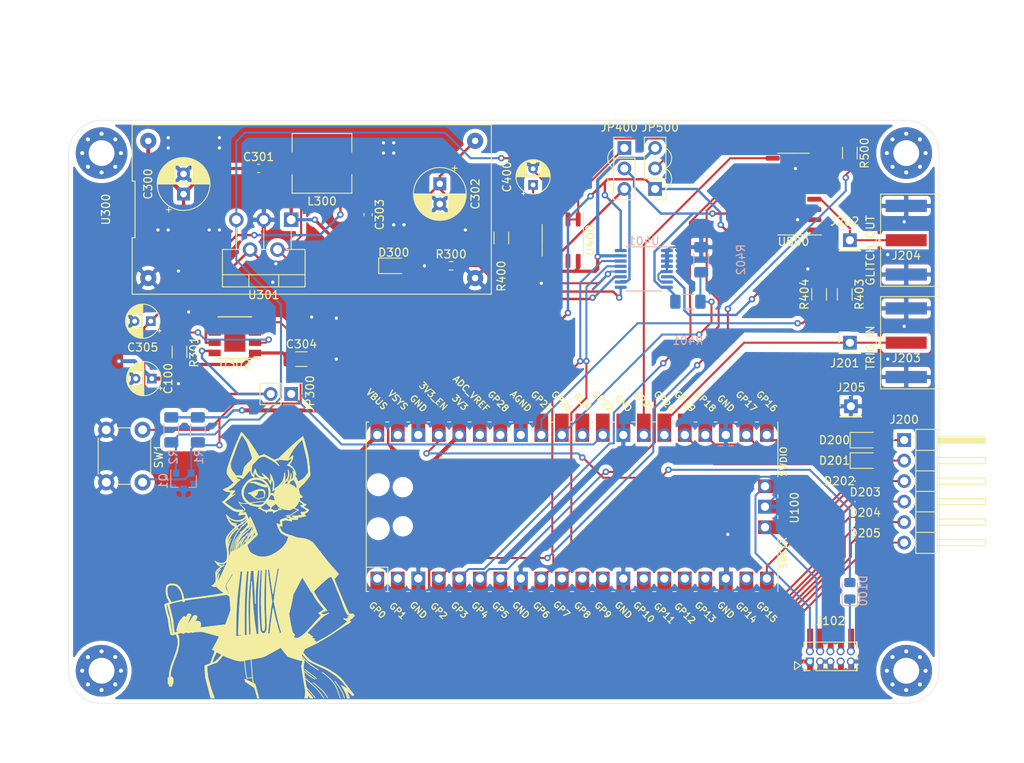
<source format=kicad_pcb>
(kicad_pcb (version 20171130) (host pcbnew 5.1.11)

  (general
    (thickness 1.6)
    (drawings 27)
    (tracks 574)
    (zones 0)
    (modules 52)
    (nets 56)
  )

  (page A4)
  (layers
    (0 F.Cu signal)
    (31 B.Cu signal)
    (32 B.Adhes user)
    (33 F.Adhes user)
    (34 B.Paste user)
    (35 F.Paste user)
    (36 B.SilkS user)
    (37 F.SilkS user)
    (38 B.Mask user)
    (39 F.Mask user)
    (40 Dwgs.User user)
    (41 Cmts.User user)
    (42 Eco1.User user)
    (43 Eco2.User user)
    (44 Edge.Cuts user)
    (45 Margin user)
    (46 B.CrtYd user)
    (47 F.CrtYd user)
    (48 B.Fab user)
    (49 F.Fab user)
  )

  (setup
    (last_trace_width 0.25)
    (user_trace_width 0.5)
    (trace_clearance 0.2)
    (zone_clearance 0.508)
    (zone_45_only no)
    (trace_min 0.2)
    (via_size 0.8)
    (via_drill 0.4)
    (via_min_size 0.4)
    (via_min_drill 0.3)
    (uvia_size 0.3)
    (uvia_drill 0.1)
    (uvias_allowed no)
    (uvia_min_size 0.2)
    (uvia_min_drill 0.1)
    (edge_width 0.05)
    (segment_width 0.2)
    (pcb_text_width 0.3)
    (pcb_text_size 1.5 1.5)
    (mod_edge_width 0.12)
    (mod_text_size 1 1)
    (mod_text_width 0.15)
    (pad_size 2.613 3.502)
    (pad_drill 0)
    (pad_to_mask_clearance 0)
    (aux_axis_origin 0 0)
    (visible_elements FFFFFF7F)
    (pcbplotparams
      (layerselection 0x010fc_ffffffff)
      (usegerberextensions false)
      (usegerberattributes true)
      (usegerberadvancedattributes true)
      (creategerberjobfile true)
      (excludeedgelayer true)
      (linewidth 0.100000)
      (plotframeref false)
      (viasonmask false)
      (mode 1)
      (useauxorigin false)
      (hpglpennumber 1)
      (hpglpenspeed 20)
      (hpglpendiameter 15.000000)
      (psnegative false)
      (psa4output false)
      (plotreference true)
      (plotvalue true)
      (plotinvisibletext false)
      (padsonsilk false)
      (subtractmaskfromsilk false)
      (outputformat 1)
      (mirror false)
      (drillshape 1)
      (scaleselection 1)
      (outputdirectory ""))
  )

  (net 0 "")
  (net 1 GND)
  (net 2 VBUS)
  (net 3 +3V3)
  (net 4 +3.3VADC)
  (net 5 EMERG)
  (net 6 "Net-(D100-Pad1)")
  (net 7 UART_RX)
  (net 8 UART_TX)
  (net 9 /controller/SWDIO)
  (net 10 /controller/SWCLK)
  (net 11 "Net-(J102-Pad6)")
  (net 12 "Net-(J102-Pad7)")
  (net 13 "Net-(J102-Pad8)")
  (net 14 GPIO_P0D)
  (net 15 GPIO_P0W)
  (net 16 GPIO_P1D)
  (net 17 GPIO_P1W)
  (net 18 TRIG_IN)
  (net 19 GLITCH_OUT)
  (net 20 P22PWM)
  (net 21 ADC0)
  (net 22 ADC1)
  (net 23 "Net-(U100-Pad34)")
  (net 24 "Net-(U100-Pad39)")
  (net 25 GPIO_S3W)
  (net 26 GPIO_S3D)
  (net 27 GPIO_S2W)
  (net 28 GPIO_S2D)
  (net 29 GPIO_S1W)
  (net 30 GPIO_S1D)
  (net 31 GPIO_S0W)
  (net 32 GPIO_S0D)
  (net 33 DPOT_DAT)
  (net 34 DPOT_CLK)
  (net 35 "Net-(U100-Pad7)")
  (net 36 MAX_SW_B)
  (net 37 MAX_SW_A)
  (net 38 MAX_EN)
  (net 39 DPOT_HI)
  (net 40 "Net-(C400-Pad1)")
  (net 41 "Net-(D300-Pad1)")
  (net 42 Vdcflt)
  (net 43 "Net-(JP400-Pad1)")
  (net 44 "Net-(R301-Pad1)")
  (net 45 Vdclo)
  (net 46 GLITCH_SIG)
  (net 47 DPOT_W)
  (net 48 "Net-(U302-Pad6)")
  (net 49 "Net-(U302-Pad3)")
  (net 50 /glitchout/Vglitch_lo)
  (net 51 /glitchout/Vglitch_hi)
  (net 52 DPOT_LO)
  (net 53 "Net-(JP500-Pad2)")
  (net 54 ~EMERG~)
  (net 55 "Net-(U100-Pad30)")

  (net_class Default "This is the default net class."
    (clearance 0.2)
    (trace_width 0.25)
    (via_dia 0.8)
    (via_drill 0.4)
    (uvia_dia 0.3)
    (uvia_drill 0.1)
    (add_net /controller/SWCLK)
    (add_net /controller/SWDIO)
    (add_net ADC0)
    (add_net ADC1)
    (add_net DPOT_CLK)
    (add_net DPOT_DAT)
    (add_net EMERG)
    (add_net GLITCH_SIG)
    (add_net GND)
    (add_net GPIO_P0D)
    (add_net GPIO_P0W)
    (add_net GPIO_P1D)
    (add_net GPIO_P1W)
    (add_net GPIO_S0D)
    (add_net GPIO_S0W)
    (add_net GPIO_S1D)
    (add_net GPIO_S1W)
    (add_net GPIO_S2D)
    (add_net GPIO_S2W)
    (add_net GPIO_S3D)
    (add_net GPIO_S3W)
    (add_net MAX_EN)
    (add_net MAX_SW_A)
    (add_net MAX_SW_B)
    (add_net "Net-(C400-Pad1)")
    (add_net "Net-(D100-Pad1)")
    (add_net "Net-(D300-Pad1)")
    (add_net "Net-(J102-Pad6)")
    (add_net "Net-(J102-Pad7)")
    (add_net "Net-(J102-Pad8)")
    (add_net "Net-(JP400-Pad1)")
    (add_net "Net-(JP500-Pad2)")
    (add_net "Net-(R301-Pad1)")
    (add_net "Net-(U100-Pad30)")
    (add_net "Net-(U100-Pad34)")
    (add_net "Net-(U100-Pad39)")
    (add_net "Net-(U100-Pad7)")
    (add_net "Net-(U302-Pad3)")
    (add_net "Net-(U302-Pad6)")
    (add_net P22PWM)
    (add_net TRIG_IN)
    (add_net UART_RX)
    (add_net UART_TX)
    (add_net ~EMERG~)
  )

  (net_class power_big ""
    (clearance 0.2)
    (trace_width 0.4)
    (via_dia 0.8)
    (via_drill 0.4)
    (uvia_dia 0.3)
    (uvia_drill 0.1)
    (add_net VBUS)
  )

  (net_class power_small ""
    (clearance 0.2)
    (trace_width 0.3)
    (via_dia 0.8)
    (via_drill 0.4)
    (uvia_dia 0.3)
    (uvia_drill 0.1)
    (add_net +3.3VADC)
    (add_net +3V3)
    (add_net /glitchout/Vglitch_hi)
    (add_net /glitchout/Vglitch_lo)
    (add_net DPOT_HI)
    (add_net DPOT_LO)
    (add_net DPOT_W)
    (add_net GLITCH_OUT)
    (add_net Vdcflt)
    (add_net Vdclo)
  )

  (module Resistor_SMD:R_1206_3216Metric_Pad1.30x1.75mm_HandSolder (layer B.Cu) (tedit 5F68FEEE) (tstamp 61CEC8BE)
    (at 223.139 101.6)
    (descr "Resistor SMD 1206 (3216 Metric), square (rectangular) end terminal, IPC_7351 nominal with elongated pad for handsoldering. (Body size source: IPC-SM-782 page 72, https://www.pcb-3d.com/wordpress/wp-content/uploads/ipc-sm-782a_amendment_1_and_2.pdf), generated with kicad-footprint-generator")
    (tags "resistor handsolder")
    (path /61CA98F5/625474BB)
    (attr smd)
    (fp_text reference R401 (at 0 4.826) (layer B.SilkS)
      (effects (font (size 1 1) (thickness 0.15)) (justify mirror))
    )
    (fp_text value 10k (at 0 -1.82) (layer B.Fab)
      (effects (font (size 1 1) (thickness 0.15)) (justify mirror))
    )
    (fp_line (start -1.6 -0.8) (end -1.6 0.8) (layer B.Fab) (width 0.1))
    (fp_line (start -1.6 0.8) (end 1.6 0.8) (layer B.Fab) (width 0.1))
    (fp_line (start 1.6 0.8) (end 1.6 -0.8) (layer B.Fab) (width 0.1))
    (fp_line (start 1.6 -0.8) (end -1.6 -0.8) (layer B.Fab) (width 0.1))
    (fp_line (start -0.727064 0.91) (end 0.727064 0.91) (layer B.SilkS) (width 0.12))
    (fp_line (start -0.727064 -0.91) (end 0.727064 -0.91) (layer B.SilkS) (width 0.12))
    (fp_line (start -2.45 -1.12) (end -2.45 1.12) (layer B.CrtYd) (width 0.05))
    (fp_line (start -2.45 1.12) (end 2.45 1.12) (layer B.CrtYd) (width 0.05))
    (fp_line (start 2.45 1.12) (end 2.45 -1.12) (layer B.CrtYd) (width 0.05))
    (fp_line (start 2.45 -1.12) (end -2.45 -1.12) (layer B.CrtYd) (width 0.05))
    (fp_text user %R (at 0 0) (layer B.Fab)
      (effects (font (size 0.8 0.8) (thickness 0.12)) (justify mirror))
    )
    (pad 2 smd roundrect (at 1.55 0) (size 1.3 1.75) (layers B.Cu B.Paste B.Mask) (roundrect_rratio 0.192308)
      (net 21 ADC0))
    (pad 1 smd roundrect (at -1.55 0) (size 1.3 1.75) (layers B.Cu B.Paste B.Mask) (roundrect_rratio 0.192308)
      (net 42 Vdcflt))
    (model ${KISYS3DMOD}/Resistor_SMD.3dshapes/R_1206_3216Metric.wrl
      (at (xyz 0 0 0))
      (scale (xyz 1 1 1))
      (rotate (xyz 0 0 0))
    )
  )

  (module chip-bo:VMA404-Module-THT (layer F.Cu) (tedit 61C11235) (tstamp 61C8F507)
    (at 176.53 90.17)
    (path /61CA9896/624DAC4C)
    (fp_text reference U300 (at -25.5 0 90) (layer F.SilkS)
      (effects (font (size 1 1) (thickness 0.15)))
    )
    (fp_text value WPM404 (at 0 0) (layer F.Fab)
      (effects (font (size 1 1) (thickness 0.15)))
    )
    (fp_line (start -21.5 9.75) (end -21.5 -9.75) (layer F.CrtYd) (width 0.05))
    (fp_line (start 21.5 9.75) (end -21.5 9.75) (layer F.CrtYd) (width 0.05))
    (fp_line (start 21.5 -9.75) (end 21.5 9.75) (layer F.CrtYd) (width 0.05))
    (fp_line (start -21.5 -9.75) (end 21.5 -9.75) (layer F.CrtYd) (width 0.05))
    (fp_line (start -22.25 3.499999) (end -22.25 10.499999) (layer F.SilkS) (width 0.12))
    (fp_line (start -21.89 3.499999) (end -22.25 3.499999) (layer F.SilkS) (width 0.12))
    (fp_line (start -21.89 -3.5) (end -21.89 3.499999) (layer F.SilkS) (width 0.12))
    (fp_line (start -22.25 -3.5) (end -21.89 -3.5) (layer F.SilkS) (width 0.12))
    (fp_line (start -22.25 -10.5) (end -22.25 -3.5) (layer F.SilkS) (width 0.12))
    (fp_line (start 22.25 -10.499999) (end -22.25 -10.5) (layer F.SilkS) (width 0.12))
    (fp_line (start 22.25 10.5) (end 22.25 -10.499999) (layer F.SilkS) (width 0.12))
    (fp_line (start -22.25 10.499999) (end 22.25 10.5) (layer F.SilkS) (width 0.12))
    (pad 4 thru_hole circle (at 20.25 8.5) (size 2 2) (drill 0.8) (layers *.Cu *.Mask)
      (net 1 GND))
    (pad 3 thru_hole circle (at 20.25 -8.5) (size 2 2) (drill 0.8) (layers *.Cu *.Mask)
      (net 39 DPOT_HI))
    (pad 2 thru_hole circle (at -20.25 8.5) (size 2 2) (drill 0.8) (layers *.Cu *.Mask)
      (net 1 GND))
    (pad 1 thru_hole circle (at -20.25 -8.5) (size 2 2) (drill 0.8) (layers *.Cu *.Mask)
      (net 2 VBUS))
  )

  (module Connector_PinHeader_2.54mm:PinHeader_1x01_P2.54mm_Vertical (layer F.Cu) (tedit 59FED5CC) (tstamp 61CE45F5)
    (at 243.332 114.554)
    (descr "Through hole straight pin header, 1x01, 2.54mm pitch, single row")
    (tags "Through hole pin header THT 1x01 2.54mm single row")
    (path /61CA9826/62729491)
    (fp_text reference J205 (at 0 -2.33) (layer F.SilkS)
      (effects (font (size 1 1) (thickness 0.15)))
    )
    (fp_text value Conn_01x01 (at 0 2.33) (layer F.Fab)
      (effects (font (size 1 1) (thickness 0.15)))
    )
    (fp_text user %R (at 0 0 90) (layer F.Fab)
      (effects (font (size 1 1) (thickness 0.15)))
    )
    (fp_line (start -0.635 -1.27) (end 1.27 -1.27) (layer F.Fab) (width 0.1))
    (fp_line (start 1.27 -1.27) (end 1.27 1.27) (layer F.Fab) (width 0.1))
    (fp_line (start 1.27 1.27) (end -1.27 1.27) (layer F.Fab) (width 0.1))
    (fp_line (start -1.27 1.27) (end -1.27 -0.635) (layer F.Fab) (width 0.1))
    (fp_line (start -1.27 -0.635) (end -0.635 -1.27) (layer F.Fab) (width 0.1))
    (fp_line (start -1.33 1.33) (end 1.33 1.33) (layer F.SilkS) (width 0.12))
    (fp_line (start -1.33 1.27) (end -1.33 1.33) (layer F.SilkS) (width 0.12))
    (fp_line (start 1.33 1.27) (end 1.33 1.33) (layer F.SilkS) (width 0.12))
    (fp_line (start -1.33 1.27) (end 1.33 1.27) (layer F.SilkS) (width 0.12))
    (fp_line (start -1.33 0) (end -1.33 -1.33) (layer F.SilkS) (width 0.12))
    (fp_line (start -1.33 -1.33) (end 0 -1.33) (layer F.SilkS) (width 0.12))
    (fp_line (start -1.8 -1.8) (end -1.8 1.8) (layer F.CrtYd) (width 0.05))
    (fp_line (start -1.8 1.8) (end 1.8 1.8) (layer F.CrtYd) (width 0.05))
    (fp_line (start 1.8 1.8) (end 1.8 -1.8) (layer F.CrtYd) (width 0.05))
    (fp_line (start 1.8 -1.8) (end -1.8 -1.8) (layer F.CrtYd) (width 0.05))
    (pad 1 thru_hole rect (at 0 0) (size 1.7 1.7) (drill 1) (layers *.Cu *.Mask)
      (net 1 GND))
    (model ${KISYS3DMOD}/Connector_PinHeader_2.54mm.3dshapes/PinHeader_1x01_P2.54mm_Vertical.wrl
      (at (xyz 0 0 0))
      (scale (xyz 1 1 1))
      (rotate (xyz 0 0 0))
    )
  )

  (module Capacitor_SMD:C_1206_3216Metric_Pad1.33x1.80mm_HandSolder (layer F.Cu) (tedit 5F68FEEF) (tstamp 61CA7F5C)
    (at 175.26 108.712)
    (descr "Capacitor SMD 1206 (3216 Metric), square (rectangular) end terminal, IPC_7351 nominal with elongated pad for handsoldering. (Body size source: IPC-SM-782 page 76, https://www.pcb-3d.com/wordpress/wp-content/uploads/ipc-sm-782a_amendment_1_and_2.pdf), generated with kicad-footprint-generator")
    (tags "capacitor handsolder")
    (path /61CA9896/6266718D)
    (attr smd)
    (fp_text reference C304 (at 0 -1.85) (layer F.SilkS)
      (effects (font (size 1 1) (thickness 0.15)))
    )
    (fp_text value 1uF (at 0 1.85) (layer F.Fab)
      (effects (font (size 1 1) (thickness 0.15)))
    )
    (fp_text user %R (at 0 0) (layer F.Fab)
      (effects (font (size 0.8 0.8) (thickness 0.12)))
    )
    (fp_line (start -1.6 0.8) (end -1.6 -0.8) (layer F.Fab) (width 0.1))
    (fp_line (start -1.6 -0.8) (end 1.6 -0.8) (layer F.Fab) (width 0.1))
    (fp_line (start 1.6 -0.8) (end 1.6 0.8) (layer F.Fab) (width 0.1))
    (fp_line (start 1.6 0.8) (end -1.6 0.8) (layer F.Fab) (width 0.1))
    (fp_line (start -0.711252 -0.91) (end 0.711252 -0.91) (layer F.SilkS) (width 0.12))
    (fp_line (start -0.711252 0.91) (end 0.711252 0.91) (layer F.SilkS) (width 0.12))
    (fp_line (start -2.48 1.15) (end -2.48 -1.15) (layer F.CrtYd) (width 0.05))
    (fp_line (start -2.48 -1.15) (end 2.48 -1.15) (layer F.CrtYd) (width 0.05))
    (fp_line (start 2.48 -1.15) (end 2.48 1.15) (layer F.CrtYd) (width 0.05))
    (fp_line (start 2.48 1.15) (end -2.48 1.15) (layer F.CrtYd) (width 0.05))
    (pad 2 smd roundrect (at 1.5625 0) (size 1.325 1.8) (layers F.Cu F.Paste F.Mask) (roundrect_rratio 0.188679)
      (net 1 GND))
    (pad 1 smd roundrect (at -1.5625 0) (size 1.325 1.8) (layers F.Cu F.Paste F.Mask) (roundrect_rratio 0.188679)
      (net 2 VBUS))
    (model ${KISYS3DMOD}/Capacitor_SMD.3dshapes/C_1206_3216Metric.wrl
      (at (xyz 0 0 0))
      (scale (xyz 1 1 1))
      (rotate (xyz 0 0 0))
    )
  )

  (module graphics:xenia (layer F.Cu) (tedit 61BE216C) (tstamp 61CB4A93)
    (at 171.45 134.366)
    (fp_text reference REF** (at 0 0.5) (layer F.SilkS) hide
      (effects (font (size 1 1) (thickness 0.15)))
    )
    (fp_text value xenia (at 0 -0.5) (layer F.Fab)
      (effects (font (size 1 1) (thickness 0.15)))
    )
    (fp_poly (pts (xy -5.2832 -3.7084) (xy -5.3848 -3.4036) (xy -5.4356 -3.048) (xy -5.4102 -2.7432)
      (xy -5.2832 -2.794) (xy -5.3086 -2.5654) (xy -5.3086 -2.2098) (xy -5.2578 -1.7272)
      (xy -5.226329 -1.241976) (xy -5.2832 -0.8128) (xy -5.4102 -0.7366) (xy -5.3848 -0.9652)
      (xy -5.334 -1.6002) (xy -5.3848 -1.9812) (xy -5.461 -2.4638) (xy -5.5626 -3.048)
      (xy -5.461 -3.4798) (xy -5.3594 -3.7592)) (layer F.SilkS) (width 0.1))
    (fp_poly (pts (xy -6.5786 -0.4572) (xy -6.6802 -0.3556) (xy -6.858 -0.5842)) (layer F.SilkS) (width 0.1))
    (fp_poly (pts (xy -6.6294 1.9812) (xy -6.8072 2.2352) (xy -6.9088 2.3876) (xy -6.7818 2.413)
      (xy -6.8072 2.5146) (xy -7.0866 2.4892) (xy -7.2644 2.413) (xy -7.0358 2.286)
      (xy -6.7818 1.9304)) (layer F.SilkS) (width 0.1))
    (fp_poly (pts (xy -4.7244 -5.1816) (xy -4.5212 -5.1054) (xy -4.2164 -5.0038) (xy -4.0894 -4.9276)
      (xy -4.3942 -4.699) (xy -4.4704 -4.699) (xy -4.3434 -4.9022) (xy -4.699 -5.1054)
      (xy -4.953 -5.3594) (xy -4.9022 -5.3848)) (layer F.SilkS) (width 0.1))
    (fp_poly (pts (xy -4.9022 -5.4356) (xy -4.9784 -5.334) (xy -5.207 -5.7404)) (layer F.SilkS) (width 0.1))
    (fp_poly (pts (xy -5.2324 -6.0706) (xy -5.1816 -5.969) (xy -5.334 -5.9436) (xy -5.461 -6.2992)) (layer F.SilkS) (width 0.1))
    (fp_poly (pts (xy -2.9972 -6.0198) (xy -3.302 -5.7912) (xy -3.429 -5.8166) (xy -3.06859 -6.173224)) (layer F.SilkS) (width 0.1))
    (fp_poly (pts (xy 5.1816 16.2814) (xy 4.90149 16.307955) (xy 4.4958 15.8496) (xy 4.5466 15.5194)) (layer F.SilkS) (width 0.1))
    (fp_poly (pts (xy 4.5212 11.3538) (xy 4.8768 11.6586) (xy 5.1054 11.8364) (xy 5.588 12.065)
      (xy 6.0452 12.2682) (xy 6.5786 12.4968) (xy 7.2898 12.8778) (xy 8.3312 13.5636)
      (xy 8.8392 14.0716) (xy 9.2456 14.605) (xy 9.7028 15.1638) (xy 9.9822 15.5448)
      (xy 10.287 15.9258) (xy 10.153777 16.03534) (xy 9.8552 15.7226) (xy 9.43056 15.392464)
      (xy 9.5758 15.8242) (xy 9.731897 16.316587) (xy 9.500845 16.316587) (xy 9.4234 15.9766)
      (xy 9.1694 15.4432) (xy 8.8138 14.8082) (xy 9.7028 15.3416) (xy 8.9154 14.2748)
      (xy 7.9502 13.462) (xy 7.0866 12.8778) (xy 6.3246 12.5222) (xy 5.0038 11.9126)
      (xy 4.5974 11.6586) (xy 3.9116 10.8204) (xy 3.9878 10.7442)) (layer F.SilkS) (width 0.1))
    (fp_poly (pts (xy 2.4638 -3.81) (xy 3.2004 -3.5306) (xy 3.8354 -3.429) (xy 4.3434 -3.3528)
      (xy 4.7244 -3.2004) (xy 5.207 -2.921) (xy 5.4102 -2.667) (xy 6.7564 -0.889)
      (xy 8.382 0.9652) (xy 7.874 1.5748) (xy 7.747 1.651) (xy 7.4676 1.27)
      (xy 7.1882 1.3716) (xy 6.4008 2.0066) (xy 5.334 3.0734) (xy 5.1308 3.175)
      (xy 5.0292 3.1496) (xy 4.7498 2.667) (xy 3.905488 1.312175) (xy 3.0988 2.8702)
      (xy 2.768405 3.498452) (xy 2.4892 4.9784) (xy 2.230085 5.887995) (xy 2.3876 6.9342)
      (xy 2.7178 8.2804) (xy 2.9718 8.509) (xy 2.8194 8.763) (xy 2.998458 8.928026)
      (xy 3.3782 8.9916) (xy 1.242735 10.054437) (xy -0.8382 11.2014) (xy -1.56077 11.367217)
      (xy -3.0226 11.6078) (xy -3.6322 11.7348) (xy -4.2164 11.684) (xy -5.6642 11.1506)
      (xy -7.1882 10.3124) (xy -5.588 7.239) (xy -4.9276 5.4356) (xy -5.08 3.7084)
      (xy -5.0292 3.5052) (xy -5.461 2.3368) (xy -4.6736 1.0414) (xy -3.7846 0.6604)
      (xy -3.9624 2.159) (xy -4.1656 3.683) (xy -4.2672 5.1816) (xy -4.318 7.0358)
      (xy -4.324302 8.722316) (xy -3.623323 8.650245) (xy -3.6068 8.4582) (xy -3.9878 8.509)
      (xy -3.9624 7.366) (xy -3.81 4.3434) (xy -3.4798 0.6604) (xy -2.9972 0.6096)
      (xy -3.1242 2.0828) (xy -3.2004 3.3782) (xy -3.2512 5.0546) (xy -3.2766 7.7978)
      (xy -3.2766 8.6106) (xy -2.9464 8.5852) (xy -2.9464 7.874) (xy -2.921 5.8166)
      (xy -2.8956 4.0132) (xy -2.794 2.2098) (xy -2.6924 0.6096) (xy -2.4892 0.5842)
      (xy -2.5908 1.651) (xy -2.7178 2.8448) (xy -2.794 4.3434) (xy -2.794 5.5626)
      (xy -2.7686 6.604) (xy -2.7178 8.509) (xy -2.4638 8.509) (xy -2.4638 7.8486)
      (xy -2.4892 6.5786) (xy -2.4892 4.4958) (xy -2.3622 2.4384) (xy -2.2352 4.8768)
      (xy -1.9812 7.1374) (xy -1.778 8.4836) (xy -1.472081 8.437583) (xy -1.4732 5.8166)
      (xy -1.3208 7.9756) (xy -1.2192 8.1534) (xy -1.0414 8.3312) (xy -0.8636 8.3566)
      (xy -0.674431 8.269593) (xy -0.5334 8.0264) (xy -0.4318 7.62) (xy -0.4572 7.0104)
      (xy -0.508 5.7404) (xy -0.5334 4.1148) (xy -0.508 2.413) (xy -0.4826 0.635)
      (xy -0.4064 0.4826) (xy -0.0762 2.921) (xy 0.135437 4.370829) (xy 0.0254 5.0546)
      (xy -0.2286 6.9596) (xy -0.381 8.4074) (xy -0.1016 8.4074) (xy 0.0508 7.0358)
      (xy 0.2794 5.2832) (xy 0.5842 6.5786) (xy 1.0922 8.3058) (xy 1.3462 8.3058)
      (xy 0.9652 6.8326) (xy 0.7366 5.8674) (xy 0.4318 4.3688) (xy 0.5842 2.9972)
      (xy 1.081438 0.212021) (xy 0.8382 0.2286) (xy 0.2794 3.3274) (xy -0.1524 0.381)
      (xy -0.7112 0.4064) (xy -0.7874 1.7526) (xy -0.8382 4.0386) (xy -0.8382 4.8514)
      (xy -0.7874 6.1976) (xy -0.7366 7.3152) (xy -0.762 7.6708) (xy -0.8636 7.9756)
      (xy -0.9398 7.9502) (xy -1.0414 7.747) (xy -1.0922 6.5786) (xy -1.1684 4.7498)
      (xy -1.143 2.7686) (xy -1.0414 0.4572) (xy -1.6002 0.4826) (xy -1.8034 2.0828)
      (xy -1.9304 3.6576) (xy -2.0828 0.5334) (xy -2.667 0.5588) (xy -3.763999 0.614406)
      (xy -4.65096 0.989557) (xy -4.7752 0.889) (xy -5.6134 2.3114) (xy -5.588 2.7686)
      (xy -5.3594 3.2004) (xy -5.1054 3.5052) (xy -5.1308 3.6576) (xy -6.0452 3.1242)
      (xy -6.731 2.4384) (xy -5.5372 -0.0762) (xy -4.9276 -1.7018) (xy -3.7846 -2.2606)
      (xy -2.9972 -2.8194) (xy -2.794 -2.159) (xy -2.54 -1.6764) (xy -2.1336 -1.4478)
      (xy -1.651 -1.2192) (xy -1.1684 -1.143) (xy -0.508 -1.143) (xy 0.127 -1.3716)
      (xy 0.8382 -1.778) (xy 1.4732 -2.286) (xy 1.9812 -2.9464) (xy 2.2352 -3.6576)
      (xy 2.159 -3.8354)) (layer F.SilkS) (width 0.1))
    (fp_poly (pts (xy -6.731 10.6172) (xy -7.112 11.43) (xy -7.2898 12.0142) (xy -6.8834 11.8364)
      (xy -6.5278 11.5316) (xy -6.0198 10.9474) (xy -5.9182 11.049) (xy -6.2484 11.4046)
      (xy -6.7056 11.938) (xy -7.2136 12.065) (xy -7.6962 12.2936) (xy -7.8994 12.3698)
      (xy -7.8994 12.8524) (xy -7.8232 13.4112) (xy -7.7978 13.7668) (xy -7.5438 14.732)
      (xy -7.239 15.6972) (xy -7.002722 16.306531) (xy -7.404278 16.31157) (xy -7.747 14.986)
      (xy -8.0518 13.8938) (xy -8.1534 12.3444) (xy -7.464571 12.082774) (xy -6.8834 10.5156)) (layer F.SilkS) (width 0.1))
    (fp_poly (pts (xy 4.141983 11.615802) (xy 4.027392 12.553106) (xy 4.2926 14.4272) (xy 4.572 15.7734)
      (xy 4.53935 16.318734) (xy 4.3434 16.3068) (xy 4.2418 16.3322) (xy 4.2672 16.2052)
      (xy 4.318 15.8242) (xy 4.318 15.4178) (xy 4.0894 13.9954) (xy 3.9116 12.954)
      (xy 3.836266 12.411558) (xy 3.937 11.9888) (xy 3.9624 11.684) (xy 3.6322 11.6586)
      (xy 3.683 11.5062)) (layer F.SilkS) (width 0.1))
    (fp_poly (pts (xy -1.955062 14.629087) (xy -1.4732 16.3322) (xy -1.6256 16.3322) (xy -1.9812 15.0622)
      (xy -3.1242 14.3002) (xy -3.175 14.0208)) (layer F.SilkS) (width 0.1))
    (fp_poly (pts (xy 8.3058 2.7432) (xy 9.017 4.445) (xy 9.525 5.588) (xy 9.7282 5.9182)
      (xy 9.9568 5.9436) (xy 10.16 5.9182) (xy 10.2616 5.9944) (xy 10.0584 6.1722)
      (xy 10.3632 6.096) (xy 10.1092 6.4262) (xy 9.6774 6.7056) (xy 9.906 6.8834)
      (xy 8.5344 7.7724) (xy 8.6614 7.5946) (xy 9.545575 6.870816) (xy 9.0678 6.5024)
      (xy 9.378188 6.54221) (xy 9.9314 6.2738) (xy 9.6012 6.2484) (xy 9.844885 6.14565)
      (xy 9.906 6.0706) (xy 9.7028 6.0452) (xy 9.5504 5.9944) (xy 9.2964 5.588)
      (xy 8.9916 4.826) (xy 8.5852 3.683) (xy 8.0772 2.4892) (xy 7.734896 1.654948)
      (xy 7.845447 1.604775)) (layer F.SilkS) (width 0.1))
    (fp_poly (pts (xy 4.5466 8.382) (xy 4.7244 8.4074) (xy 4.6482 8.4836) (xy 4.8514 8.509)
      (xy 4.786411 8.608406) (xy 5.077543 8.647949) (xy 4.922346 8.701524) (xy 5.1308 8.763)
      (xy 5.0038 8.89) (xy 5.4102 9.017) (xy 5.2578 9.144) (xy 5.5372 9.3218)
      (xy 5.4356 9.3726) (xy 5.5626 9.4488) (xy 4.0386 10.16) (xy 3.7084 10.9728)
      (xy 3.6576 11.6586) (xy 2.3114 11.2268) (xy 2.032 11.049) (xy 1.2446 10.033)
      (xy 2.3114 9.271) (xy 3.2766 9.1694) (xy 4.4704 8.2296)) (layer F.SilkS) (width 0.1))
    (fp_poly (pts (xy 5.9182 9.4234) (xy 4.191 10.2362) (xy 3.81 11.0744) (xy 3.937 11.5316)
      (xy 3.5052 11.43) (xy 3.937 10.3886) (xy 3.81 10.2108) (xy 5.715 9.398)) (layer F.SilkS) (width 0.1))
    (fp_poly (pts (xy 5.969 4.2672) (xy 6.9596 5.4864) (xy 6.4516 5.6388) (xy 6.1976 5.7912)
      (xy 6.2738 5.9182) (xy 6.5786 5.9944) (xy 6.8326 5.9436) (xy 6.5786 6.1468)
      (xy 6.2484 6.4262) (xy 5.6388 7.0358) (xy 4.445 8.3058) (xy 3.7338 8.89)
      (xy 3.2766 9.1694) (xy 2.3622 9.2456) (xy 1.404353 9.98817) (xy 1.27 10.0584)
      (xy 1.2192 9.9822) (xy 2.2606 9.1948) (xy 3.2004 9.0424) (xy 3.9116 8.636)
      (xy 4.445 8.1534) (xy 5.4356 7.0358) (xy 6.3246 6.0706) (xy 6.096 5.9436)
      (xy 5.969 5.8166) (xy 6.223 5.6642) (xy 6.477 5.4864) (xy 6.6802 5.4356)
      (xy 6.2992 4.953) (xy 5.8166 4.318) (xy 5.1054 3.175) (xy 5.2832 3.0988)) (layer F.SilkS) (width 0.1))
    (fp_poly (pts (xy 4.191 -15.3924) (xy 4.445 -14.4272) (xy 4.6228 -13.589) (xy 4.7498 -12.6492)
      (xy 4.8768 -11.3284) (xy 4.699 -11.6078) (xy 4.572 -13.0556) (xy 4.3688 -13.8684)
      (xy 4.1148 -14.9606) (xy 3.937 -15.748) (xy 3.3528 -15.1892) (xy 2.7686 -14.4272)
      (xy 2.4638 -13.97) (xy 2.159 -13.3096) (xy 2.2098 -13.1572) (xy 2.0066 -13.1318)
      (xy 1.2446 -13.2334) (xy 0.7874 -13.1318) (xy 0.6096 -13.0302) (xy 0.6096 -12.8524)
      (xy 0.4572 -12.954) (xy -0.6096 -13.5636) (xy -0.8128 -13.6144) (xy -1.0922 -13.589)
      (xy -1.4986 -13.4112) (xy -1.446846 -13.591697) (xy -0.809837 -13.824748) (xy 0.503041 -13.110056)
      (xy 0.7366 -13.2588) (xy 0.961383 -13.300331) (xy 2.3114 -14.605) (xy 3.2766 -15.4686)
      (xy 3.9878 -16.0528)) (layer F.SilkS) (width 0.1))
    (fp_poly (pts (xy -1.778 -11.5316) (xy -1.524 -11.2014) (xy -1.1176 -11.0236) (xy -0.5334 -10.9728)
      (xy -0.7112 -10.8712) (xy -1.224852 -10.937895) (xy -1.4986 -11.0998) (xy -1.8542 -11.43)
      (xy -1.8796 -11.7856)) (layer F.SilkS) (width 0.1))
    (fp_poly (pts (xy -2.7686 -15.5956) (xy -1.778 -14.097) (xy -1.446846 -13.591697) (xy -1.4986 -13.4112)
      (xy -2.3114 -12.573) (xy -2.4384 -11.811) (xy -2.54 -11.938) (xy -3.44406 -10.882981)
      (xy -3.8608 -11.049) (xy -4.3434 -11.0744) (xy -4.318 -11.2014) (xy -3.7084 -11.2014)
      (xy -3.5306 -11.1252) (xy -3.2258 -12.2936) (xy -2.231462 -13.327246) (xy -2.413 -13.9446)
      (xy -2.7686 -14.9098) (xy -2.921 -15.3416) (xy -3.2512 -15.875) (xy -3.583184 -16.318123)
      (xy -3.8862 -15.6972) (xy -4.1402 -15.113) (xy -5.014523 -12.725189) (xy -4.953 -12.1412)
      (xy -4.7752 -11.7856) (xy -4.4958 -11.43) (xy -4.3434 -11.2268) (xy -4.381087 -11.064115)
      (xy -4.1148 -10.8204) (xy -3.80114 -10.701911) (xy -4.191 -10.3886) (xy -4.6482 -9.8806)
      (xy -5.0038 -9.6266) (xy -5.422287 -9.431401) (xy -5.0546 -9.3218) (xy -4.450395 -9.343173)
      (xy -5.015118 -8.576139) (xy -4.826 -8.6868) (xy -5.2324 -8.3312) (xy -5.745713 -7.91145)
      (xy -5.0038 -7.366) (xy -4.4704 -7.0358) (xy -3.9878 -6.9342) (xy -3.495785 -6.948273)
      (xy -3.692013 -6.537745) (xy -3.1242 -6.6548) (xy -2.8956 -6.1468) (xy -2.7432 -5.6896)
      (xy -2.5654 -6.0706) (xy -2.2352 -5.4356) (xy -1.778 -4.3434) (xy -1.651 -3.9116)
      (xy -2.921 -2.667) (xy -2.922258 -2.660056) (xy -2.922257 -2.659503) (xy -3.0226 -2.8448)
      (xy -1.858607 -3.896465) (xy -2.2098 -4.9784) (xy -2.57719 -5.718179) (xy -2.790809 -5.240427)
      (xy -2.9464 -5.969) (xy -3.148187 -6.432892) (xy -3.963863 -6.339774) (xy -3.758068 -6.759273)
      (xy -4.0894 -6.7564) (xy -4.5212 -6.858) (xy -4.9276 -7.112) (xy -5.4356 -7.4676)
      (xy -5.975978 -7.97506) (xy -5.6642 -8.1534) (xy -5.1816 -8.6614) (xy -4.841767 -9.171415)
      (xy -5.2324 -9.2456) (xy -5.5118 -9.2964) (xy -5.859453 -9.482149) (xy -5.207 -9.779)
      (xy -4.531033 -10.321147) (xy -5.123352 -11.052296) (xy -5.385571 -11.463119) (xy -5.362185 -12.084608)
      (xy -4.572 -14.3764) (xy -4.064 -15.5702) (xy -3.6322 -16.5862)) (layer F.SilkS) (width 0.1))
    (fp_poly (pts (xy 2.5146 -12.3444) (xy 2.1082 -12.5222) (xy 2.2352 -12.6238)) (layer F.SilkS) (width 0.1))
    (fp_poly (pts (xy 2.6924 -13.4366) (xy 2.4892 -13.3858) (xy 2.7432 -13.6398)) (layer F.SilkS) (width 0.1))
    (fp_poly (pts (xy -1.8542 -11.7602) (xy -1.9812 -11.811) (xy -1.905 -11.9888)) (layer F.SilkS) (width 0.1))
    (fp_poly (pts (xy -2.0828 -11.176) (xy -2.1082 -11.0998) (xy -2.3368 -11.303) (xy -2.286 -11.3792)) (layer F.SilkS) (width 0.1))
    (fp_poly (pts (xy -0.762 -11.2522) (xy -0.3048 -10.8458) (xy -0.3302 -10.7696) (xy -0.508 -10.8966)
      (xy -0.5334 -10.8204) (xy -0.9652 -10.8712) (xy -0.9398 -10.9728) (xy -0.7366 -10.9728)
      (xy -0.9144 -11.303)) (layer F.SilkS) (width 0.1))
    (fp_poly (pts (xy 0.1524 -11.0236) (xy 0 -10.9982) (xy 0.0254 -11.2268)) (layer F.SilkS) (width 0.1))
    (fp_poly (pts (xy 0.381 -9.398) (xy 0.254 -9.398) (xy 0.3556 -9.6266)) (layer F.SilkS) (width 0.1))
    (fp_poly (pts (xy 1.7272 -10.795) (xy 1.6002 -10.8204) (xy 1.7272 -11.176)) (layer F.SilkS) (width 0.1))
    (fp_poly (pts (xy 3.048 -11.6078) (xy 3.0988 -11.3792) (xy 2.9464 -11.43) (xy 2.9718 -11.2522)
      (xy 3.2258 -10.8204) (xy 3.3528 -10.4394) (xy 4.0132 -10.7696) (xy 4.445 -11.2268)
      (xy 4.6736 -11.5824) (xy 4.867028 -11.229431) (xy 4.1656 -10.3378) (xy 3.411324 -9.619827)
      (xy 3.5052 -9.1694) (xy 3.2512 -9.4234) (xy 3.2766 -9.6774) (xy 3.2004 -10.1346)
      (xy 3.0226 -10.4648) (xy 2.8194 -10.7696) (xy 2.5146 -10.5664) (xy 2.413 -10.5156)
      (xy 2.1844 -10.1092) (xy 2.1082 -10.16) (xy 2.159 -10.3632) (xy 2.2606 -10.414)
      (xy 2.3622 -10.668) (xy 2.54 -10.6934) (xy 2.7686 -10.922) (xy 2.8194 -11.176)
      (xy 2.794 -11.684)) (layer F.SilkS) (width 0.1))
    (fp_poly (pts (xy 3.9116 -8.6106) (xy 3.7592 -8.4836) (xy 3.5814 -8.509) (xy 3.5306 -8.9662)) (layer F.SilkS) (width 0.1))
    (fp_poly (pts (xy 4.3434 -7.6454) (xy 4.267905 -7.539488) (xy 3.97269 -7.426811) (xy 4.1402 -7.2898)
      (xy 4.3688 -7.1628) (xy 4.57281 -7.050114) (xy 4.710705 -6.917978) (xy 4.383594 -6.634497)
      (xy 4.1148 -6.5024) (xy 4.2926 -6.223) (xy 3.6576 -6.096) (xy 3.2512 -6.0706)
      (xy 3.259489 -5.988543) (xy 3.3782 -5.9182) (xy 3.2512 -5.7912) (xy 2.5654 -5.8166)
      (xy 2.5908 -5.588) (xy 2.286 -5.6642) (xy 1.813796 -5.730063) (xy 1.3462 -5.6134)
      (xy 1.397 -4.9784) (xy 1.016 -5.0038) (xy 1.1684 -4.5974) (xy 1.397 -4.2418)
      (xy 1.8288 -3.9878) (xy 2.159 -3.9116) (xy 2.2098 -3.7084) (xy 1.8288 -3.81)
      (xy 1.306855 -4.134596) (xy 1.0414 -4.5466) (xy 0.774721 -5.194995) (xy 0.832973 -5.261113)
      (xy 0.9652 -5.1816) (xy 1.252472 -5.167995) (xy 1.184462 -5.706719) (xy 1.850618 -5.867082)
      (xy 2.159 -5.8166) (xy 2.4384 -5.7404) (xy 2.371165 -5.944893) (xy 2.254661 -6.053744)
      (xy 2.278047 -6.178114) (xy 2.54 -6.0198) (xy 2.794 -5.969) (xy 3.078204 -5.960583)
      (xy 2.697568 -6.216934) (xy 3.0734 -6.1976) (xy 3.302 -6.223) (xy 3.956065 -6.349596)
      (xy 3.7592 -6.604) (xy 3.81 -6.6802) (xy 4.1148 -6.6802) (xy 4.3434 -6.7564)
      (xy 4.562098 -6.916851) (xy 3.7592 -7.4422) (xy 3.74706 -7.542316) (xy 3.9116 -7.5184)
      (xy 4.064 -7.5946) (xy 4.1148 -7.6962)) (layer F.SilkS) (width 0.1))
    (fp_poly (pts (xy -11.9888 2.2352) (xy -11.5824 2.3368) (xy -11.2776 2.6416) (xy -10.9474 3.2766)
      (xy -10.795 3.9878) (xy -10.668 4.318) (xy -10.8458 4.3942) (xy -10.8712 4.2418)
      (xy -10.9728 3.5306) (xy -11.194957 2.970378) (xy -11.557 2.5146) (xy -12.0142 2.3114)
      (xy -12.4206 2.3114) (xy -12.7254 2.4384) (xy -12.827 2.794) (xy -12.827 3.3528)
      (xy -12.7762 3.683) (xy -12.573 4.0894) (xy -12.3698 4.4704) (xy -12.503345 4.528492)
      (xy -12.5984 4.2418) (xy -12.827 3.8608) (xy -12.9286 3.3782) (xy -12.954 2.9718)
      (xy -12.9286 2.6416) (xy -12.827 2.3876) (xy -12.4968 2.2098)) (layer F.SilkS) (width 0.1))
    (fp_poly (pts (xy -5.461 3.5052) (xy -8.0772 3.8608) (xy -10.7188 4.2164) (xy -10.7188 4.064)
      (xy -8.9408 3.8608) (xy -6.7056 3.5306) (xy -5.702244 3.328948)) (layer F.SilkS) (width 0.1))
    (fp_poly (pts (xy -12.319 4.5974) (xy -12.942489 4.799852) (xy -12.9032 5.207) (xy -12.7508 5.8928)
      (xy -12.563128 6.394895) (xy -12.446 7.112) (xy -12.251756 8.313426) (xy -12.091032 8.313426)
      (xy -12.2174 7.2898) (xy -12.3444 6.4262) (xy -12.573 5.5372) (xy -12.7508 4.8006)
      (xy -12.5984 4.7498) (xy -12.0904 6.7818) (xy -12.0904 7.1374) (xy -11.962622 8.269056)
      (xy -11.303 8.0772) (xy -11.2776 8.255) (xy -12.123177 8.513863) (xy -12.3698 8.4582)
      (xy -12.573 7.5184) (xy -12.7254 6.4008) (xy -12.9794 5.5372) (xy -13.11599 4.844838)
      (xy -13.0556 4.699) (xy -12.5222 4.5212) (xy -12.319 4.4958)) (layer F.SilkS) (width 0.1))
    (fp_poly (pts (xy -11.4046 8.7376) (xy -11.3538 9.3218) (xy -11.43 10.0076) (xy -11.557 10.6172)
      (xy -11.9126 11.557) (xy -12.1666 12.2428) (xy -12.319 12.7508) (xy -12.4206 13.1064)
      (xy -12.4206 13.716) (xy -12.2428 13.7668) (xy -12.1412 13.8938) (xy -12.0904 14.1986)
      (xy -12.110825 14.518557) (xy -12.2428 14.5542) (xy -12.2428 14.859) (xy -12.555538 14.874192)
      (xy -12.573 14.5796) (xy -12.7 14.5796) (xy -12.7 13.843) (xy -12.573 13.7922)
      (xy -12.5222 13.1826) (xy -12.319 12.2936) (xy -11.9126 11.2014) (xy -11.5824 10.287)
      (xy -11.4554 9.6012) (xy -11.4808 9.0678) (xy -11.715753 8.379501) (xy -11.57125 8.343678)) (layer F.SilkS) (width 0.1))
    (fp_poly (pts (xy -9.8806 6.0198) (xy -10.16 6.6802) (xy -10.3124 7.1882) (xy -10.4902 7.5946)
      (xy -10.541 7.7216) (xy -10.4527 7.740938) (xy -10.3632 7.62) (xy -10.2108 7.239)
      (xy -9.779 6.5278) (xy -9.525 6.1722) (xy -9.2964 6.1214) (xy -9.144 6.2738)
      (xy -9.1694 6.4262) (xy -9.7536 7.5184) (xy -9.8806 7.7978) (xy -9.814039 7.80032)
      (xy -9.7028 7.7216) (xy -9.5504 7.366) (xy -9.2964 6.9088) (xy -9.144 6.8326)
      (xy -8.9154 6.858) (xy -8.6868 7.0358) (xy -8.6868 7.3406) (xy -8.7376 7.493)
      (xy -8.8392 7.5692) (xy -8.9408 7.5438) (xy -8.9408 7.4422) (xy -8.8646 7.3406)
      (xy -8.8138 7.2644) (xy -8.9408 7.2136) (xy -9.07156 7.624543) (xy -8.8392 7.6454)
      (xy -7.5184 7.493) (xy -5.6642 7.2644) (xy -6.409403 8.655135) (xy -6.4008 8.6614)
      (xy -8.3312 8.128) (xy -8.5852 8.1026) (xy -9.1694 8.128) (xy -9.3726 8.1026)
      (xy -9.652 8.2042) (xy -9.8806 8.1534) (xy -10.1346 8.255) (xy -10.541 8.1534)
      (xy -10.795 8.3312) (xy -11.632648 7.971418) (xy -11.43 7.1882) (xy -11.1506 6.7056)
      (xy -10.7442 6.223) (xy -10.567828 6.379289) (xy -11.140377 7.725272) (xy -11.107637 7.813075)
      (xy -11.0236 7.7724) (xy -10.922 7.3406) (xy -10.6426 6.5786) (xy -10.2362 5.9436)
      (xy -10.033 5.9436)) (layer F.SilkS) (width 0.1))
    (fp_poly (pts (xy -1.3208 -10.8204) (xy -0.9906 -10.7442) (xy -0.664278 -10.473951) (xy -0.4064 -10.1854)
      (xy -0.127 -9.6774) (xy -0.2794 -9.652) (xy -0.6858 -10.3378) (xy -1.0922 -10.6172)
      (xy -1.5494 -10.7696) (xy -1.9304 -10.7696) (xy -2.5146 -10.5918) (xy -2.8448 -10.3378)
      (xy -3.0734 -10.0838) (xy -3.2766 -9.7028) (xy -3.3782 -9.271) (xy -3.399459 -8.871748)
      (xy -3.302 -8.5344) (xy -3.0734 -8.2296) (xy -2.8194 -8.001) (xy -2.5654 -7.7978)
      (xy -2.032 -7.5946) (xy -1.3462 -7.5438) (xy -0.9144 -7.6708) (xy -0.6604 -8.0518)
      (xy -0.4318 -8.3058) (xy -0.254 -8.636) (xy -0.2032 -9.017) (xy -0.271007 -9.616511)
      (xy -0.136007 -9.641874) (xy -0.136007 -9.641597) (xy -0.0762 -9.3218) (xy -0.084558 -8.938386)
      (xy 0.028262 -8.996212) (xy 0.195604 -9.009818) (xy 0.3302 -8.9662) (xy 0.459312 -8.854622)
      (xy 0.4826 -9.017) (xy 0.521422 -9.266275) (xy 0.684192 -9.560587) (xy 1.0414 -9.8806)
      (xy 1.4224 -10.1092) (xy 1.7272 -10.16) (xy 2.159 -10.1854) (xy 2.4892 -10.0838)
      (xy 2.8956 -9.8806) (xy 3.2512 -9.525) (xy 3.4798 -9.1186) (xy 3.5814 -8.509)
      (xy 3.530613 -8.09403) (xy 3.2004 -7.5438) (xy 2.921 -7.239) (xy 2.3622 -6.985)
      (xy 1.6002 -7.0612) (xy 0.978307 -7.395325) (xy 0.6096 -7.8232) (xy 0.4318 -8.6868)
      (xy 0.146027 -8.894909) (xy -0.1016 -8.7884) (xy -0.3302 -8.2296) (xy -0.6858 -7.7978)
      (xy -1.0414 -7.493) (xy -1.305333 -7.397652) (xy -1.524 -7.3914) (xy -2.0574 -7.4676)
      (xy -2.4638 -7.5946) (xy -2.843512 -7.784805) (xy -3.175 -8.1026) (xy -3.429 -8.4582)
      (xy -3.5306 -8.8646) (xy -3.556 -9.3218) (xy -3.429 -9.7282) (xy -3.048 -10.3124)
      (xy -2.7432 -10.6172) (xy -2.3876 -10.8204) (xy -1.9812 -10.922) (xy -1.6256 -10.922)) (layer F.SilkS) (width 0.1))
    (fp_poly (pts (xy 0.1524 -8.1534) (xy 0.5842 -8.0264) (xy 0.635 -7.8232) (xy 0.3556 -7.5692)
      (xy 0.0254 -7.366) (xy -0.3048 -7.5692) (xy -0.508 -7.8232) (xy -0.5517 -7.920549)
      (xy -0.3302 -8.1788)) (layer F.SilkS) (width 0.1))
    (fp_poly (pts (xy -1.2192 -7.1374) (xy -1.470699 -7.127281) (xy -1.397 -7.239) (xy -1.2192 -7.239)) (layer F.SilkS) (width 0.1))
    (fp_poly (pts (xy -0.3556 -6.858) (xy -0.4318 -6.858) (xy -0.4318 -6.9088) (xy -0.3556 -6.9088)) (layer F.SilkS) (width 0.1))
    (fp_poly (pts (xy 0.1016 -6.9088) (xy -0.127 -6.9088) (xy -0.0508 -7.0104)) (layer F.SilkS) (width 0.1))
    (fp_poly (pts (xy 0.5842 -6.858) (xy 0.5842 -6.7818) (xy 0.4064 -6.7818) (xy 0.4572 -6.8834)) (layer F.SilkS) (width 0.1))
    (fp_poly (pts (xy -1.83146 -10.408476) (xy -1.016 -10.1346) (xy -0.614608 -10.023849) (xy -0.5842 -9.9314)
      (xy -0.4572 -9.9314) (xy -0.578892 -9.823156) (xy -0.5842 -9.8044) (xy -1.0414 -9.906)
      (xy -1.6002 -10.1346) (xy -2.064806 -10.323103) (xy -2.4638 -10.3886) (xy -2.286 -10.4394)) (layer F.SilkS) (width 0.1))
    (fp_poly (pts (xy -0.8636 -9.4234) (xy -0.7112 -9.0932) (xy -0.7366 -9.0424) (xy -0.9144 -9.3472)
      (xy -1.2192 -9.398) (xy -1.6002 -9.3472) (xy -1.6256 -9.0932) (xy -1.7526 -8.8646)
      (xy -2.058896 -8.588853) (xy -2.4384 -8.9154) (xy -2.7178 -9.017) (xy -2.68655 -9.085993)
      (xy -2.5146 -9.0932) (xy -1.7272 -9.4234) (xy -1.397 -9.4996) (xy -1.1176 -9.4996)) (layer F.SilkS) (width 0.1))
    (fp_curve (pts (xy 3.219893 -15.026392) (xy 3.443258 -15.281419) (xy 3.688277 -15.515857) (xy 3.933296 -15.750294)) (layer F.SilkS) (width 0.1))
    (fp_curve (pts (xy 2.475105 -13.951311) (xy 2.680889 -14.335956) (xy 2.932462 -14.69822) (xy 3.219893 -15.026392)) (layer F.SilkS) (width 0.1))
    (fp_curve (pts (xy 2.148022 -13.267379) (xy 2.251921 -13.497863) (xy 2.35582 -13.728347) (xy 2.475105 -13.951311)) (layer F.SilkS) (width 0.1))
    (fp_curve (pts (xy 3.351836 -7.743471) (xy 3.420881 -7.855388) (xy 3.476194 -7.975081) (xy 3.531508 -8.094774)) (layer F.SilkS) (width 0.1))
    (fp_curve (pts (xy 0.265039 -7.490029) (xy 0.332414 -7.535883) (xy 0.398369 -7.584332) (xy 0.45792 -7.639481)) (layer F.SilkS) (width 0.1))
    (fp_curve (pts (xy -10.825689 6.810585) (xy -10.895236 6.955829) (xy -10.945437 7.110564) (xy -10.994754 7.264893)) (layer F.SilkS) (width 0.1))
    (fp_curve (pts (xy -12.671586 2.420622) (xy -12.639625 2.396705) (xy -12.60466 2.376335) (xy -12.567801 2.361291)) (layer F.SilkS) (width 0.1))
    (fp_curve (pts (xy -5.265182 11.311831) (xy -5.047805 11.402239) (xy -4.826912 11.484206) (xy -4.601977 11.555394)) (layer F.SilkS) (width 0.1))
    (fp_curve (pts (xy -5.920744 11.018719) (xy -5.703434 11.11933) (xy -5.486125 11.219941) (xy -5.265182 11.311831)) (layer F.SilkS) (width 0.1))
    (fp_curve (pts (xy -1.679618 -10.373452) (xy -1.729472 -10.388165) (xy -1.780151 -10.400365) (xy -1.83146 -10.408476)) (layer F.SilkS) (width 0.1))
    (fp_curve (pts (xy -1.530695 -10.323358) (xy -1.579921 -10.341226) (xy -1.62935 -10.358617) (xy -1.679618 -10.373452)) (layer F.SilkS) (width 0.1))
    (fp_curve (pts (xy 2.946123 -9.813711) (xy 2.882315 -9.867514) (xy 2.817836 -9.920618) (xy 2.748635 -9.967532)) (layer F.SilkS) (width 0.1))
    (fp_curve (pts (xy 4.165415 11.158985) (xy 4.25107 11.26066) (xy 4.33916 11.360409) (xy 4.431934 11.455509)) (layer F.SilkS) (width 0.1))
    (fp_curve (pts (xy 4.567974 11.399435) (xy 4.457903 11.2916) (xy 4.354116 11.177133) (xy 4.255793 11.058382)) (layer F.SilkS) (width 0.1))
    (fp_curve (pts (xy 6.701072 5.426508) (xy 6.481047 5.16534) (xy 6.261022 4.904172) (xy 6.046679 4.637512)) (layer F.SilkS) (width 0.1))
    (fp_line (start 5.720887 6.712134) (end 6.335254 6.087093) (layer F.SilkS) (width 0.1))
    (fp_curve (pts (xy -9.392648 8.106929) (xy -9.412983 8.11805) (xy -9.433319 8.129172) (xy -9.454213 8.139244)) (layer F.SilkS) (width 0.1))
    (fp_line (start 3.26967 -5.791504) (end 3.374481 -5.900354) (layer F.SilkS) (width 0.1))
    (fp_curve (pts (xy 3.259489 -5.988543) (xy 3.24788 -6.007484) (xy 3.245169 -6.031624) (xy 3.242457 -6.055764)) (layer F.SilkS) (width 0.1))
    (fp_curve (pts (xy 3.625847 -8.900678) (xy 3.563232 -9.007389) (xy 3.528763 -9.131677) (xy 3.497656 -9.254668)) (layer F.SilkS) (width 0.1))
    (fp_curve (pts (xy 3.905701 -8.587109) (xy 3.800724 -8.68433) (xy 3.695747 -8.781551) (xy 3.625847 -8.900678)) (layer F.SilkS) (width 0.1))
    (fp_curve (pts (xy -12.92782 2.675229) (xy -12.93397 2.739143) (xy -12.940368 2.802749) (xy -12.946323 2.866516)) (layer F.SilkS) (width 0.1))
    (fp_curve (pts (xy 1.082617 -9.911831) (xy 1.045523 -9.882039) (xy 1.009492 -9.850994) (xy 0.973308 -9.82013)) (layer F.SilkS) (width 0.1))
    (fp_curve (pts (xy -0.186709 -9.797749) (xy -0.206637 -9.846057) (xy -0.231926 -9.892219) (xy -0.258019 -9.937741)) (layer F.SilkS) (width 0.1))
    (fp_curve (pts (xy -3.400189 -5.090185) (xy -3.497414 -5.006119) (xy -3.595575 -4.923547) (xy -3.693735 -4.840976)) (layer F.SilkS) (width 0.1))
    (fp_curve (pts (xy -5.018526 -7.386455) (xy -5.267319 -7.561016) (xy -5.506516 -7.736233) (xy -5.745713 -7.91145)) (layer F.SilkS) (width 0.1))
    (fp_curve (pts (xy 0.567013 -8.025403) (xy 0.470761 -8.063719) (xy 0.374509 -8.102035) (xy 0.27495 -8.13056)) (layer F.SilkS) (width 0.1))
    (fp_line (start 0.636957 -7.835127) (end 0.567013 -8.025403) (layer F.SilkS) (width 0.1))
    (fp_line (start 2.94212 8.502787) (end 2.707113 8.306559) (layer F.SilkS) (width 0.1))
    (fp_line (start 2.798403 8.735837) (end 2.94212 8.502787) (layer F.SilkS) (width 0.1))
    (fp_line (start 2.998458 8.928026) (end 2.798403 8.735837) (layer F.SilkS) (width 0.1))
    (fp_curve (pts (xy -12.552074 14.75522) (xy -12.554838 14.794867) (xy -12.555188 14.834529) (xy -12.555538 14.874192)) (layer F.SilkS) (width 0.1))
    (fp_curve (pts (xy -10.817688 3.812775) (xy -10.835348 3.711692) (xy -10.8562 3.611082) (xy -10.883098 3.512063)) (layer F.SilkS) (width 0.1))
    (fp_curve (pts (xy -3.371419 -9.806073) (xy -3.414003 -9.727564) (xy -3.451429 -9.646149) (xy -3.48141 -9.561835)) (layer F.SilkS) (width 0.1))
    (fp_curve (pts (xy 3.048219 -6.195989) (xy 2.990922 -6.196064) (xy 2.93363 -6.200443) (xy 2.876385 -6.204572)) (layer F.SilkS) (width 0.1))
    (fp_curve (pts (xy -5.963493 -0.054745) (xy -5.997791 -0.04348) (xy -6.033061 -0.035944) (xy -6.068331 -0.028407)) (layer F.SilkS) (width 0.1))
    (fp_curve (pts (xy -5.782259 -0.164257) (xy -5.809752 -0.14108) (xy -5.837246 -0.117903) (xy -5.867594 -0.098942)) (layer F.SilkS) (width 0.1))
    (fp_curve (pts (xy -6.301514 0.2524) (xy -6.230048 0.192368) (xy -6.156907 0.134386) (xy -6.083766 0.076404)) (layer F.SilkS) (width 0.1))
    (fp_line (start 4.773995 8.430886) (end 4.588609 8.485737) (layer F.SilkS) (width 0.1))
    (fp_curve (pts (xy 4.685971 8.407579) (xy 4.715576 8.414384) (xy 4.744786 8.422635) (xy 4.773995 8.430886)) (layer F.SilkS) (width 0.1))
    (fp_curve (pts (xy 2.457764 -13.328527) (xy 2.520035 -13.367689) (xy 2.579112 -13.411768) (xy 2.638189 -13.455847)) (layer F.SilkS) (width 0.1))
    (fp_curve (pts (xy -5.416408 -3.236288) (xy -5.402759 -3.329014) (xy -5.380024 -3.420208) (xy -5.34977 -3.508792)) (layer F.SilkS) (width 0.1))
    (fp_curve (pts (xy -5.396329 -2.716395) (xy -5.410378 -2.801657) (xy -5.424428 -2.886919) (xy -5.429187 -2.972954)) (layer F.SilkS) (width 0.1))
    (fp_line (start -4.017458 -4.642983) (end -4.118655 -4.734613) (layer F.SilkS) (width 0.1))
    (fp_curve (pts (xy -0.21593 -1.251977) (xy -0.380284 -1.201447) (xy -0.548694 -1.163766) (xy -0.719524 -1.1434)) (layer F.SilkS) (width 0.1))
    (fp_curve (pts (xy 0.25611 -1.43735) (xy 0.103724 -1.363913) (xy -0.054138 -1.301719) (xy -0.21593 -1.251977)) (layer F.SilkS) (width 0.1))
    (fp_curve (pts (xy -1.647156 -7.959689) (xy -1.754667 -7.94248) (xy -1.862179 -7.92527) (xy -1.969795 -7.908728)) (layer F.SilkS) (width 0.1))
    (fp_curve (pts (xy -0.984753 -8.008098) (xy -1.094376 -8.009669) (xy -1.204166 -8.006673) (xy -1.313422 -7.998019)) (layer F.SilkS) (width 0.1))
    (fp_curve (pts (xy -0.660572 -7.994555) (xy -0.768578 -8.000552) (xy -0.876584 -8.006548) (xy -0.984753 -8.008098)) (layer F.SilkS) (width 0.1))
    (fp_curve (pts (xy -0.909163 -9.334775) (xy -0.887908 -9.296954) (xy -0.866653 -9.259132) (xy -0.849597 -9.219504)) (layer F.SilkS) (width 0.1))
    (fp_line (start -2.058896 -8.588768) (end -1.816151 -8.800516) (layer F.SilkS) (width 0.1))
    (fp_curve (pts (xy -7.737088 3.69917) (xy -7.397091 3.657556) (xy -7.057326 3.613619) (xy -6.719009 3.560606)) (layer F.SilkS) (width 0.1))
    (fp_curve (pts (xy -8.758616 3.825621) (xy -8.418545 3.780217) (xy -8.0777 3.74086) (xy -7.737088 3.69917)) (layer F.SilkS) (width 0.1))
    (fp_line (start 0.426188 -8.688901) (end 0.566716 -8.025531) (layer F.SilkS) (width 0.1))
    (fp_curve (pts (xy 1.220679 -7.011953) (xy 1.252978 -7.012012) (xy 1.285189 -7.009928) (xy 1.3174 -7.007843)) (layer F.SilkS) (width 0.1))
    (fp_curve (pts (xy -10.676253 6.250328) (xy -10.656063 6.267068) (xy -10.637576 6.285981) (xy -10.620836 6.30621)) (layer F.SilkS) (width 0.1))
    (fp_curve (pts (xy 0.323034 -6.596465) (xy 0.353339 -6.61376) (xy 0.383643 -6.631055) (xy 0.413003 -6.65037)) (layer F.SilkS) (width 0.1))
    (fp_curve (pts (xy 2.100548 -6.143272) (xy 2.075355 -6.165199) (xy 2.047556 -6.184207) (xy 2.019152 -6.202028)) (layer F.SilkS) (width 0.1))
    (fp_curve (pts (xy 0.895638 -12.642896) (xy 0.850847 -12.708013) (xy 0.799272 -12.768603) (xy 0.745122 -12.826466)) (layer F.SilkS) (width 0.1))
    (fp_curve (pts (xy 1.010684 -12.449853) (xy 0.974362 -12.515553) (xy 0.93804 -12.581253) (xy 0.895638 -12.642896)) (layer F.SilkS) (width 0.1))
    (fp_line (start 0.146027 -8.894909) (end 0.426188 -8.688901) (layer F.SilkS) (width 0.1))
    (fp_curve (pts (xy 1.132641 -7.005575) (xy 1.161704 -7.010064) (xy 1.191228 -7.0119) (xy 1.220679 -7.011953)) (layer F.SilkS) (width 0.1))
    (fp_curve (pts (xy -10.983767 3.510557) (xy -10.960153 3.614197) (xy -10.94221 3.719137) (xy -10.924586 3.824061)) (layer F.SilkS) (width 0.1))
    (fp_line (start -6.887005 10.525852) (end -6.746477 10.596222) (layer F.SilkS) (width 0.1))
    (fp_curve (pts (xy -5.507776 -8.126229) (xy -5.42954 -8.191906) (xy -5.347889 -8.25357) (xy -5.265294 -8.313815)) (layer F.SilkS) (width 0.1))
    (fp_curve (pts (xy -11.488242 8.571318) (xy -11.514566 8.494826) (xy -11.542908 8.419252) (xy -11.57125 8.343678)) (layer F.SilkS) (width 0.1))
    (fp_curve (pts (xy -2.738786 -5.688011) (xy -2.769271 -5.79985) (xy -2.799757 -5.91169) (xy -2.840485 -6.019718)) (layer F.SilkS) (width 0.1))
    (fp_line (start -2.548723 -6.087781) (end -2.738786 -5.688011) (layer F.SilkS) (width 0.1))
    (fp_curve (pts (xy 2.240525 -10.162485) (xy 2.182266 -10.175408) (xy 2.122858 -10.184525) (xy 2.063353 -10.186343)) (layer F.SilkS) (width 0.1))
    (fp_curve (pts (xy 2.050201 -14.34423) (xy 1.685839 -13.997598) (xy 1.323611 -13.648965) (xy 0.961383 -13.300331)) (layer F.SilkS) (width 0.1))
    (fp_line (start 2.575111 -5.582519) (end 2.566607 -5.800008) (layer F.SilkS) (width 0.1))
    (fp_curve (pts (xy 2.360092 -5.651102) (xy 2.432618 -5.631075) (xy 2.503864 -5.606797) (xy 2.575111 -5.582519)) (layer F.SilkS) (width 0.1))
    (fp_curve (pts (xy -6.4965 0.425854) (xy -6.433287 0.366094) (xy -6.368128 0.308356) (xy -6.301514 0.2524)) (layer F.SilkS) (width 0.1))
    (fp_curve (pts (xy -12.244166 14.849105) (xy -12.242278 14.810273) (xy -12.240388 14.771442) (xy -12.240497 14.732244)) (layer F.SilkS) (width 0.1))
    (fp_curve (pts (xy -11.333182 2.607623) (xy -11.369614 2.563324) (xy -11.407902 2.520572) (xy -11.449014 2.480528)) (layer F.SilkS) (width 0.1))
    (fp_curve (pts (xy 3.345504 -10.41637) (xy 3.308218 -10.556521) (xy 3.270931 -10.696672) (xy 3.204915 -10.823748)) (layer F.SilkS) (width 0.1))
    (fp_line (start 4.867007 -11.229325) (end 4.695227 -11.592231) (layer F.SilkS) (width 0.1))
    (fp_curve (pts (xy -11.715704 2.40993) (xy -11.670532 2.434291) (xy -11.627564 2.463067) (xy -11.587577 2.495233)) (layer F.SilkS) (width 0.1))
    (fp_curve (pts (xy 2.203361 11.018145) (xy 2.414274 11.113231) (xy 2.625186 11.208317) (xy 2.842408 11.286526)) (layer F.SilkS) (width 0.1))
    (fp_line (start 1.219052 9.973394) (end 1.334493 9.873048) (layer F.SilkS) (width 0.1))
    (fp_line (start -12.765862 4.730652) (end -12.281945 6.716322) (layer F.SilkS) (width 0.1))
    (fp_curve (pts (xy -12.101024 6.736498) (xy -12.170071 6.512979) (xy -12.239119 6.289459) (xy -12.297413 6.06315)) (layer F.SilkS) (width 0.1))
    (fp_line (start -11.346087 8.129166) (end -11.962622 8.269056) (layer F.SilkS) (width 0.1))
    (fp_line (start -8.941025 7.197645) (end -9.07156 7.624543) (layer F.SilkS) (width 0.1))
    (fp_line (start -8.901056 7.197645) (end -8.941025 7.197645) (layer F.SilkS) (width 0.1))
    (fp_curve (pts (xy -5.368308 -9.698608) (xy -5.525309 -9.613568) (xy -5.692381 -9.547858) (xy -5.859453 -9.482149)) (layer F.SilkS) (width 0.1))
    (fp_curve (pts (xy 2.554976 9.196166) (xy 2.516328 9.19568) (xy 2.477625 9.195441) (xy 2.439142 9.19813)) (layer F.SilkS) (width 0.1))
    (fp_curve (pts (xy 2.670291 9.197495) (xy 2.631863 9.197378) (xy 2.593447 9.19665) (xy 2.554976 9.196166)) (layer F.SilkS) (width 0.1))
    (fp_curve (pts (xy 8.834303 15.547142) (xy 8.957037 15.797101) (xy 9.048137 16.061861) (xy 9.139236 16.326622)) (layer F.SilkS) (width 0.1))
    (fp_curve (pts (xy -3.275579 5.576738) (xy -3.26577 4.713349) (xy -3.235511 3.849933) (xy -3.180215 2.98833)) (layer F.SilkS) (width 0.1))
    (fp_curve (pts (xy -3.253891 8.612296) (xy -3.270483 7.600456) (xy -3.287075 6.588617) (xy -3.275579 5.576738)) (layer F.SilkS) (width 0.1))
    (fp_curve (pts (xy -11.326756 2.770581) (xy -11.278332 2.833963) (xy -11.234916 2.901256) (xy -11.194957 2.970378)) (layer F.SilkS) (width 0.1))
    (fp_line (start -8.886174 7.308196) (end -8.901056 7.197645) (layer F.SilkS) (width 0.1))
    (fp_line (start -8.810915 7.21274) (end -8.886174 7.308196) (layer F.SilkS) (width 0.1))
    (fp_curve (pts (xy -4.93405 -9.989444) (xy -5.07209 -9.882558) (xy -5.215424 -9.781418) (xy -5.368308 -9.698608)) (layer F.SilkS) (width 0.1))
    (fp_curve (pts (xy -4.531033 -10.321147) (xy -4.663612 -10.208669) (xy -4.796191 -10.096191) (xy -4.93405 -9.989444)) (layer F.SilkS) (width 0.1))
    (fp_curve (pts (xy -4.833377 -10.67848) (xy -4.7338 -10.558233) (xy -4.632416 -10.43969) (xy -4.531033 -10.321147)) (layer F.SilkS) (width 0.1))
    (fp_curve (pts (xy -10.4527 7.740938) (xy -10.440077 7.734502) (xy -10.430759 7.722608) (xy -10.421574 7.711166)) (layer F.SilkS) (width 0.1))
    (fp_curve (pts (xy -10.994754 7.264893) (xy -11.04388 7.418622) (xy -11.092128 7.571947) (xy -11.140377 7.725272)) (layer F.SilkS) (width 0.1))
    (fp_curve (pts (xy -11.568486 10.602303) (xy -11.495471 10.321416) (xy -11.422456 10.04053) (xy -11.385622 9.753007)) (layer F.SilkS) (width 0.1))
    (fp_curve (pts (xy -8.125505 12.844487) (xy -8.131803 12.680896) (xy -8.139705 12.51743) (xy -8.147607 12.353965)) (layer F.SilkS) (width 0.1))
    (fp_curve (pts (xy -2.536991 -8.976161) (xy -2.51101 -8.965766) (xy -2.487203 -8.949816) (xy -2.464789 -8.932539)) (layer F.SilkS) (width 0.1))
    (fp_curve (pts (xy -2.62758 -8.995216) (xy -2.596632 -8.992284) (xy -2.565502 -8.987568) (xy -2.536991 -8.976161)) (layer F.SilkS) (width 0.1))
    (fp_line (start 0.503041 -13.110056) (end -0.809837 -13.824748) (layer F.SilkS) (width 0.1))
    (fp_curve (pts (xy -6.956775 11.075016) (xy -7.02376 11.232918) (xy -7.087831 11.392151) (xy -7.144906 11.553808)) (layer F.SilkS) (width 0.1))
    (fp_line (start 0.321759 -6.836064) (end 0.360027 -6.835298) (layer F.SilkS) (width 0.1))
    (fp_line (start 0.832973 -5.261113) (end 0.774721 -5.194995) (layer F.SilkS) (width 0.1))
    (fp_curve (pts (xy -9.814039 7.80032) (xy -9.805176 7.79851) (xy -9.797543 7.797229) (xy -9.789322 7.795335)) (layer F.SilkS) (width 0.1))
    (fp_line (start 5.416744 9.020209) (end 5.234122 9.134162) (layer F.SilkS) (width 0.1))
    (fp_curve (pts (xy 5.260433 8.985792) (xy 5.312614 8.997339) (xy 5.364679 9.008774) (xy 5.416744 9.020209)) (layer F.SilkS) (width 0.1))
    (fp_curve (pts (xy -2.99873 -8.118882) (xy -3.05472 -8.174536) (xy -3.106346 -8.234825) (xy -3.151893 -8.299294)) (layer F.SilkS) (width 0.1))
    (fp_curve (pts (xy -2.82688 -7.969133) (xy -2.886826 -8.015973) (xy -2.944802 -8.065278) (xy -2.99873 -8.118882)) (layer F.SilkS) (width 0.1))
    (fp_curve (pts (xy -4.148632 -3.057658) (xy -4.154608 -3.100991) (xy -4.160585 -3.144323) (xy -4.154207 -3.185853)) (layer F.SilkS) (width 0.1))
    (fp_curve (pts (xy -3.868898 -3.668806) (xy -3.857634 -3.69576) (xy -3.845853 -3.722426) (xy -3.834072 -3.749092)) (layer F.SilkS) (width 0.1))
    (fp_line (start -1.472081 8.437583) (end -1.785579 8.469473) (layer F.SilkS) (width 0.1))
    (fp_curve (pts (xy -2.255895 4.147767) (xy -2.297347 3.40153) (xy -2.333542 2.655415) (xy -2.369736 1.9093)) (layer F.SilkS) (width 0.1))
    (fp_curve (pts (xy -5.388107 -11.67029) (xy -5.388632 -11.601228) (xy -5.387102 -11.532174) (xy -5.385571 -11.463119)) (layer F.SilkS) (width 0.1))
    (fp_curve (pts (xy -5.380343 -11.87748) (xy -5.384996 -11.808523) (xy -5.387581 -11.739402) (xy -5.388107 -11.67029)) (layer F.SilkS) (width 0.1))
    (fp_curve (pts (xy -5.362185 -12.084608) (xy -5.368931 -12.015621) (xy -5.375677 -11.946633) (xy -5.380343 -11.87748)) (layer F.SilkS) (width 0.1))
    (fp_line (start 5.423717 9.377374) (end 5.570623 9.455611) (layer F.SilkS) (width 0.1))
    (fp_line (start 5.58019 9.318272) (end 5.423717 9.377374) (layer F.SilkS) (width 0.1))
    (fp_curve (pts (xy 5.449385 9.249138) (xy 5.492987 9.272183) (xy 5.536588 9.295227) (xy 5.58019 9.318272)) (layer F.SilkS) (width 0.1))
    (fp_curve (pts (xy -7.910171 12.744085) (xy -7.908169 12.883533) (xy -7.893523 13.022811) (xy -7.878777 13.161838)) (layer F.SilkS) (width 0.1))
    (fp_line (start -0.023819 -7.012265) (end -0.050733 -7.071495) (layer F.SilkS) (width 0.1))
    (fp_curve (pts (xy 2.623604 -6.423091) (xy 2.714687 -6.478072) (xy 2.799227 -6.542535) (xy 2.884504 -6.606214)) (layer F.SilkS) (width 0.1))
    (fp_curve (pts (xy 3.557334 -8.714201) (xy 3.544915 -8.778629) (xy 3.529126 -8.842412) (xy 3.513618 -8.906225)) (layer F.SilkS) (width 0.1))
    (fp_curve (pts (xy 0.45792 -7.639481) (xy 0.522643 -7.69942) (xy 0.5798 -7.767274) (xy 0.636957 -7.835127)) (layer F.SilkS) (width 0.1))
    (fp_curve (pts (xy 1.364392 -10.088075) (xy 1.307544 -10.062604) (xy 1.252911 -10.032611) (xy 1.20094 -9.998571)) (layer F.SilkS) (width 0.1))
    (fp_curve (pts (xy -0.351188 -9.879961) (xy -0.310182 -9.799066) (xy -0.290594 -9.707926) (xy -0.271007 -9.616787)) (layer F.SilkS) (width 0.1))
    (fp_curve (pts (xy 1.618048 -10.39457) (xy 1.596308 -10.328159) (xy 1.573954 -10.262266) (xy 1.551599 -10.196373)) (layer F.SilkS) (width 0.1))
    (fp_curve (pts (xy -4.546275 -2.213186) (xy -4.560866 -2.103551) (xy -4.558312 -1.991845) (xy -4.555758 -1.880139)) (layer F.SilkS) (width 0.1))
    (fp_curve (pts (xy -4.470537 -2.527822) (xy -4.501756 -2.424211) (xy -4.532103 -2.319676) (xy -4.546275 -2.213186)) (layer F.SilkS) (width 0.1))
    (fp_curve (pts (xy -1.543921 5.838088) (xy -1.528864 6.70498) (xy -1.500473 7.571281) (xy -1.472081 8.437583)) (layer F.SilkS) (width 0.1))
    (fp_curve (pts (xy -1.522359 2.958924) (xy -1.560917 3.917731) (xy -1.560592 4.878271) (xy -1.543921 5.838088)) (layer F.SilkS) (width 0.1))
    (fp_curve (pts (xy -0.073645 5.714111) (xy -0.009904 5.265485) (xy 0.062766 4.818157) (xy 0.135437 4.370829)) (layer F.SilkS) (width 0.1))
    (fp_curve (pts (xy -0.241909 7.057394) (xy -0.19174 6.608907) (xy -0.13712 6.160865) (xy -0.073645 5.714111)) (layer F.SilkS) (width 0.1))
    (fp_curve (pts (xy 7.6506 13.270409) (xy 7.784742 13.356603) (xy 7.91795 13.444529) (xy 8.04517 13.540325)) (layer F.SilkS) (width 0.1))
    (fp_curve (pts (xy -12.928977 3.436122) (xy -12.918612 3.502206) (xy -12.90652 3.568031) (xy -12.891016 3.633095)) (layer F.SilkS) (width 0.1))
    (fp_curve (pts (xy 1.306855 -4.134596) (xy 1.417283 -4.072336) (xy 1.52771 -4.010075) (xy 1.638324 -3.947397)) (layer F.SilkS) (width 0.1))
    (fp_curve (pts (xy 2.876385 -6.204572) (xy 2.816745 -6.208874) (xy 2.757157 -6.212904) (xy 2.697568 -6.216934)) (layer F.SilkS) (width 0.1))
    (fp_curve (pts (xy -5.385571 -11.463119) (xy -5.301091 -11.324154) (xy -5.216612 -11.185189) (xy -5.123352 -11.052296)) (layer F.SilkS) (width 0.1))
    (fp_curve (pts (xy -12.846071 2.406026) (xy -12.868986 2.431189) (xy -12.88492 2.462954) (xy -12.896253 2.495637)) (layer F.SilkS) (width 0.1))
    (fp_curve (pts (xy -9.985191 5.942492) (xy -9.939573 5.962185) (xy -9.902115 5.997405) (xy -9.864659 6.032626)) (layer F.SilkS) (width 0.1))
    (fp_curve (pts (xy 9.603275 5.783333) (xy 9.396779 5.319955) (xy 9.190283 4.856577) (xy 8.990091 4.390479)) (layer F.SilkS) (width 0.1))
    (fp_line (start 0.365554 -6.704763) (end 0.359176 -6.835298) (layer F.SilkS) (width 0.1))
    (fp_curve (pts (xy 1.489726 -5.836063) (xy 1.595979 -5.874199) (xy 1.705585 -5.903196) (xy 1.812937 -5.938552)) (layer F.SilkS) (width 0.1))
    (fp_curve (pts (xy -7.838808 3.820986) (xy -7.99041 3.841771) (xy -8.142013 3.862556) (xy -8.293815 3.881789)) (layer F.SilkS) (width 0.1))
    (fp_line (start -10.724534 4.222797) (end -10.772326 4.101105) (layer F.SilkS) (width 0.1))
    (fp_line (start -9.297786 4.012324) (end -10.724534 4.222797) (layer F.SilkS) (width 0.1))
    (fp_curve (pts (xy -11.395665 8.091209) (xy -11.47518 8.052208) (xy -11.553914 8.011813) (xy -11.632648 7.971418)) (layer F.SilkS) (width 0.1))
    (fp_curve (pts (xy -1.530122 -7.396597) (xy -1.455345 -7.390912) (xy -1.380214 -7.388975) (xy -1.305333 -7.397652)) (layer F.SilkS) (width 0.1))
    (fp_curve (pts (xy 3.28931 -7.029782) (xy 3.229123 -7.047954) (xy 3.165851 -7.057986) (xy 3.107993 -7.080326)) (layer F.SilkS) (width 0.1))
    (fp_curve (pts (xy -3.299629 -4.543866) (xy -3.452182 -4.402154) (xy -3.619783 -4.277592) (xy -3.787385 -4.153029)) (layer F.SilkS) (width 0.1))
    (fp_curve (pts (xy -2.905993 -4.985681) (xy -3.024266 -4.827564) (xy -3.155203 -4.678029) (xy -3.299629 -4.543866)) (layer F.SilkS) (width 0.1))
    (fp_curve (pts (xy 5.48299 16.306531) (xy 5.345762 16.132158) (xy 5.208535 15.957785) (xy 5.067863 15.786193)) (layer F.SilkS) (width 0.1))
    (fp_curve (pts (xy 3.469555 -6.955927) (xy 3.410575 -6.983451) (xy 3.351594 -7.010976) (xy 3.28931 -7.029782)) (layer F.SilkS) (width 0.1))
    (fp_line (start 2.697568 -6.216934) (end 3.078204 -5.960583) (layer F.SilkS) (width 0.1))
    (fp_curve (pts (xy -3.159516 14.102876) (xy -3.172477 14.074185) (xy -3.183972 14.04526) (xy -3.195469 14.016336)) (layer F.SilkS) (width 0.1))
    (fp_curve (pts (xy 2.261456 -13.223025) (xy 2.328822 -13.254488) (xy 2.394919 -13.289004) (xy 2.457764 -13.328527)) (layer F.SilkS) (width 0.1))
    (fp_curve (pts (xy 2.053607 -13.133463) (xy 2.123326 -13.162268) (xy 2.193044 -13.191072) (xy 2.261456 -13.223025)) (layer F.SilkS) (width 0.1))
    (fp_curve (pts (xy 4.730306 15.387763) (xy 4.634039 15.277909) (xy 4.536192 15.169455) (xy 4.438345 15.061002)) (layer F.SilkS) (width 0.1))
    (fp_curve (pts (xy -4.033021 -5.560196) (xy -3.89663 -5.565483) (xy -3.761492 -5.597191) (xy -3.631233 -5.641847)) (layer F.SilkS) (width 0.1))
    (fp_line (start 3.952132 10.372397) (end 3.479802 11.455544) (layer F.SilkS) (width 0.1))
    (fp_line (start 9.062594 6.501448) (end 9.545575 6.870816) (layer F.SilkS) (width 0.1))
    (fp_curve (pts (xy -3.176188 12.40184) (xy -3.153329 12.652072) (xy -3.134249 12.902896) (xy -3.097806 13.151119)) (layer F.SilkS) (width 0.1))
    (fp_curve (pts (xy 9.757856 6.068018) (xy 9.81944 6.072352) (xy 9.879597 6.064968) (xy 9.939754 6.057585)) (layer F.SilkS) (width 0.1))
    (fp_curve (pts (xy -12.567801 2.361291) (xy -12.525125 2.343873) (xy -12.479911 2.333594) (xy -12.434697 2.323315)) (layer F.SilkS) (width 0.1))
    (fp_curve (pts (xy -2.629872 -3.383933) (xy -2.688546 -3.332312) (xy -2.747221 -3.280691) (xy -2.802559 -3.224823)) (layer F.SilkS) (width 0.1))
    (fp_curve (pts (xy -3.886056 -2.761818) (xy -3.832838 -2.873813) (xy -3.7674 -2.979331) (xy -3.701963 -3.084849)) (layer F.SilkS) (width 0.1))
    (fp_curve (pts (xy 4.119957 -7.61715) (xy 4.093568 -7.603491) (xy 4.067178 -7.589831) (xy 4.040256 -7.576756)) (layer F.SilkS) (width 0.1))
    (fp_curve (pts (xy 3.727348 -7.936402) (xy 3.794999 -7.88261) (xy 3.862961 -7.829201) (xy 3.93004 -7.774707)) (layer F.SilkS) (width 0.1))
    (fp_line (start 1.33462 9.873792) (end 2.269012 9.169708) (layer F.SilkS) (width 0.1))
    (fp_curve (pts (xy 2.746784 -13.679352) (xy 2.680304 -13.62385) (xy 2.613823 -13.568349) (xy 2.547177 -13.512251)) (layer F.SilkS) (width 0.1))
    (fp_curve (pts (xy 2.681319 -13.229711) (xy 2.724554 -13.37432) (xy 2.735669 -13.526836) (xy 2.746784 -13.679352)) (layer F.SilkS) (width 0.1))
    (fp_curve (pts (xy 2.50785 -12.876085) (xy 2.582226 -12.984943) (xy 2.643841 -13.104357) (xy 2.681319 -13.229711)) (layer F.SilkS) (width 0.1))
    (fp_curve (pts (xy -4.435092 -5.609852) (xy -4.303784 -5.575546) (xy -4.167791 -5.554973) (xy -4.033021 -5.560196)) (layer F.SilkS) (width 0.1))
    (fp_curve (pts (xy -5.264348 -5.975827) (xy -5.134863 -5.905779) (xy -5.00538 -5.835731) (xy -4.872142 -5.773186)) (layer F.SilkS) (width 0.1))
    (fp_line (start -4.244621 -5.197036) (end -4.324345 -5.268894) (layer F.SilkS) (width 0.1))
    (fp_curve (pts (xy 8.426368 14.882096) (xy 8.578008 15.094016) (xy 8.719899 15.314149) (xy 8.834303 15.547142)) (layer F.SilkS) (width 0.1))
    (fp_curve (pts (xy 2.842408 11.286526) (xy 3.05371 11.362605) (xy 3.270982 11.422714) (xy 3.489712 11.47515)) (layer F.SilkS) (width 0.1))
    (fp_curve (pts (xy -2.122995 -4.640496) (xy -2.191802 -4.516228) (xy -2.26061 -4.391961) (xy -2.337372 -4.272811)) (layer F.SilkS) (width 0.1))
    (fp_curve (pts (xy -2.399167 -4.032591) (xy -2.288688 -4.209092) (xy -2.190481 -4.393202) (xy -2.092274 -4.577311)) (layer F.SilkS) (width 0.1))
    (fp_curve (pts (xy -10.226246 5.942271) (xy -10.186514 5.933181) (xy -10.146782 5.924091) (xy -10.105714 5.922421)) (layer F.SilkS) (width 0.1))
    (fp_curve (pts (xy -12.194178 11.988352) (xy -12.295063 12.261317) (xy -12.389175 12.537313) (xy -12.455617 12.820449)) (layer F.SilkS) (width 0.1))
    (fp_curve (pts (xy -5.103388 5.985) (xy -5.177123 6.208452) (xy -5.260072 6.428865) (xy -5.34379 6.648897)) (layer F.SilkS) (width 0.1))
    (fp_curve (pts (xy -4.93516 5.43397) (xy -4.989191 5.618321) (xy -5.043223 5.802672) (xy -5.103388 5.985)) (layer F.SilkS) (width 0.1))
    (fp_curve (pts (xy 1.20094 -9.998571) (xy 1.160024 -9.971772) (xy 1.120759 -9.942465) (xy 1.082617 -9.911831)) (layer F.SilkS) (width 0.1))
    (fp_curve (pts (xy -1.717067 -11.448482) (xy -1.798308 -11.59274) (xy -1.834931 -11.755835) (xy -1.871555 -11.918931)) (layer F.SilkS) (width 0.1))
    (fp_curve (pts (xy -1.344 -11.086689) (xy -1.497395 -11.166427) (xy -1.631804 -11.29708) (xy -1.717067 -11.448482)) (layer F.SilkS) (width 0.1))
    (fp_curve (pts (xy -1.340271 7.573136) (xy -1.41196 6.793503) (xy -1.461639 6.01054) (xy -1.476786 5.227174)) (layer F.SilkS) (width 0.1))
    (fp_curve (pts (xy -1.317704 7.794323) (xy -1.326508 7.720634) (xy -1.333488 7.6469) (xy -1.340271 7.573136)) (layer F.SilkS) (width 0.1))
    (fp_curve (pts (xy -3.148187 -6.432892) (xy -3.101073 -6.315595) (xy -3.053959 -6.198298) (xy -3.008384 -6.080128)) (layer F.SilkS) (width 0.1))
    (fp_line (start -3.963863 -6.339774) (end -3.148187 -6.432892) (layer F.SilkS) (width 0.1))
    (fp_line (start -1.613502 16.326622) (end -1.975132 15.030877) (layer F.SilkS) (width 0.1))
    (fp_line (start -1.482966 16.326622) (end -1.613502 16.326622) (layer F.SilkS) (width 0.1))
    (fp_line (start -12.671829 14.588332) (end -12.551286 14.590458) (layer F.SilkS) (width 0.1))
    (fp_curve (pts (xy 4.110539 -3.395281) (xy 3.972366 -3.420562) (xy 3.832987 -3.436848) (xy 3.694038 -3.456191)) (layer F.SilkS) (width 0.1))
    (fp_curve (pts (xy 4.48788 -3.296661) (xy 4.365554 -3.34071) (xy 4.238564 -3.371857) (xy 4.110539 -3.395281)) (layer F.SilkS) (width 0.1))
    (fp_curve (pts (xy -1.922987 -4.670637) (xy -2.017567 -4.912938) (xy -2.118644 -5.152761) (xy -2.224831 -5.390228)) (layer F.SilkS) (width 0.1))
    (fp_curve (pts (xy -1.647369 -3.924825) (xy -1.736993 -4.174287) (xy -1.826617 -4.423748) (xy -1.922987 -4.670637)) (layer F.SilkS) (width 0.1))
    (fp_curve (pts (xy -0.072744 3.045356) (xy -0.13954 2.604461) (xy -0.202761 2.162978) (xy -0.257573 1.720478)) (layer F.SilkS) (width 0.1))
    (fp_curve (pts (xy 0.135437 4.370829) (xy 0.064845 3.929201) (xy -0.005748 3.487574) (xy -0.072744 3.045356)) (layer F.SilkS) (width 0.1))
    (fp_line (start -0.097144 8.381542) (end -0.383216 8.400676) (layer F.SilkS) (width 0.1))
    (fp_line (start 4.90149 16.307955) (end 5.210438 16.322837) (layer F.SilkS) (width 0.1))
    (fp_curve (pts (xy 4.73813 11.748059) (xy 4.915211 11.839276) (xy 5.092293 11.930492) (xy 5.268761 12.022966)) (layer F.SilkS) (width 0.1))
    (fp_curve (pts (xy 8.789979 14.029963) (xy 8.640461 13.879838) (xy 8.490942 13.729713) (xy 8.329623 13.593561)) (layer F.SilkS) (width 0.1))
    (fp_curve (pts (xy -4.111029 -15.191943) (xy -3.949611 -15.573523) (xy -3.766398 -15.945823) (xy -3.583184 -16.318123)) (layer F.SilkS) (width 0.1))
    (fp_curve (pts (xy -12.297413 6.06315) (xy -12.356757 5.832768) (xy -12.404956 5.599494) (xy -12.455535 5.366851)) (layer F.SilkS) (width 0.1))
    (fp_line (start 1.596288 -7.079446) (end 2.337853 -6.991643) (layer F.SilkS) (width 0.1))
    (fp_curve (pts (xy 0.743125 -6.920354) (xy 0.70119 -6.903006) (xy 0.659401 -6.88548) (xy 0.617611 -6.867953)) (layer F.SilkS) (width 0.1))
    (fp_line (start -10.857408 4.242058) (end -10.859577 4.243461) (layer F.SilkS) (width 0.1))
    (fp_curve (pts (xy -11.560344 4.402234) (xy -11.3251 4.352075) (xy -11.091254 4.297066) (xy -10.857408 4.242058)) (layer F.SilkS) (width 0.1))
    (fp_line (start -10.908538 4.337111) (end -10.835617 4.409819) (layer F.SilkS) (width 0.1))
    (fp_line (start -10.851137 4.309473) (end -10.908538 4.337111) (layer F.SilkS) (width 0.1))
    (fp_line (start -10.85964 4.243567) (end -10.851137 4.309473) (layer F.SilkS) (width 0.1))
    (fp_curve (pts (xy -3.125122 14.190229) (xy -3.132079 14.160129) (xy -3.146532 14.13162) (xy -3.159516 14.102876)) (layer F.SilkS) (width 0.1))
    (fp_curve (pts (xy 9.920998 15.790679) (xy 9.999983 15.871116) (xy 10.07688 15.953228) (xy 10.153777 16.03534)) (layer F.SilkS) (width 0.1))
    (fp_curve (pts (xy -5.367542 -2.890687) (xy -5.378252 -2.832778) (xy -5.38729 -2.774586) (xy -5.396329 -2.716395)) (layer F.SilkS) (width 0.1))
    (fp_curve (pts (xy -5.275998 -3.240769) (xy -5.296115 -3.182902) (xy -5.313968 -3.124255) (xy -5.329305 -3.06496)) (layer F.SilkS) (width 0.1))
    (fp_curve (pts (xy -5.175096 -3.487695) (xy -5.212807 -3.407168) (xy -5.246789 -3.32479) (xy -5.275998 -3.240769)) (layer F.SilkS) (width 0.1))
    (fp_curve (pts (xy 6.933835 5.908628) (xy 7.007328 5.881126) (xy 7.080681 5.853085) (xy 7.154035 5.825045)) (layer F.SilkS) (width 0.1))
    (fp_curve (pts (xy 6.710544 5.98021) (xy 6.787362 5.962851) (xy 6.860668 5.936007) (xy 6.933835 5.908628)) (layer F.SilkS) (width 0.1))
    (fp_curve (pts (xy -5.329305 -3.06496) (xy -5.344201 -3.007373) (xy -5.356724 -2.949174) (xy -5.367542 -2.890687)) (layer F.SilkS) (width 0.1))
    (fp_line (start -2.768188 -9.031568) (end -2.728921 -9.000571) (layer F.SilkS) (width 0.1))
    (fp_line (start -2.68655 -9.085993) (end -2.768188 -9.031568) (layer F.SilkS) (width 0.1))
    (fp_curve (pts (xy 2.268863 -12.580707) (xy 2.352484 -12.675892) (xy 2.436104 -12.771077) (xy 2.50785 -12.876085)) (layer F.SilkS) (width 0.1))
    (fp_curve (pts (xy 1.662857 -4.106049) (xy 1.576121 -4.158833) (xy 1.489046 -4.210314) (xy 1.401972 -4.261794)) (layer F.SilkS) (width 0.1))
    (fp_curve (pts (xy 1.920535 -3.962068) (xy 1.831065 -4.00226) (xy 1.747121 -4.05477) (xy 1.662857 -4.106049)) (layer F.SilkS) (width 0.1))
    (fp_curve (pts (xy -12.586259 4.302457) (xy -12.573091 4.324044) (xy -12.56047 4.345997) (xy -12.549928 4.368939)) (layer F.SilkS) (width 0.1))
    (fp_line (start 3.76579 -6.598166) (end 3.956065 -6.349596) (layer F.SilkS) (width 0.1))
    (fp_curve (pts (xy 4.367706 -6.768429) (xy 4.294446 -6.727179) (xy 4.211648 -6.701468) (xy 4.12812 -6.686054)) (layer F.SilkS) (width 0.1))
    (fp_curve (pts (xy -2.962652 -4.66792) (xy -3.05295 -4.601809) (xy -3.141017 -4.532377) (xy -3.223955 -4.45719)) (layer F.SilkS) (width 0.1))
    (fp_curve (pts (xy -2.529572 -4.993191) (xy -2.597701 -4.933047) (xy -2.670217 -4.877772) (xy -2.743906 -4.824362)) (layer F.SilkS) (width 0.1))
    (fp_curve (pts (xy -2.325452 -5.192508) (xy -2.391893 -5.124294) (xy -2.458334 -5.05608) (xy -2.529572 -4.993191)) (layer F.SilkS) (width 0.1))
    (fp_curve (pts (xy 4.562098 -6.916851) (xy 4.500264 -6.86255) (xy 4.438429 -6.808249) (xy 4.367706 -6.768429)) (layer F.SilkS) (width 0.1))
    (fp_curve (pts (xy 3.957013 -7.543733) (xy 3.92677 -7.535944) (xy 3.895167 -7.533815) (xy 3.863564 -7.531686)) (layer F.SilkS) (width 0.1))
    (fp_curve (pts (xy 7.197904 -0.383226) (xy 6.870068 -0.782447) (xy 6.559298 -1.195806) (xy 6.241367 -1.603343)) (layer F.SilkS) (width 0.1))
    (fp_curve (pts (xy 8.38802 0.97155) (xy 7.983619 0.526334) (xy 7.579217 0.081118) (xy 7.197904 -0.383226)) (layer F.SilkS) (width 0.1))
    (fp_curve (pts (xy -11.383738 9.082352) (xy -11.392187 8.992322) (xy -11.400636 8.902293) (xy -11.418699 8.814105)) (layer F.SilkS) (width 0.1))
    (fp_curve (pts (xy -6.89756 11.837087) (xy -6.845709 11.805933) (xy -6.796093 11.771107) (xy -6.746477 11.736281)) (layer F.SilkS) (width 0.1))
    (fp_line (start -5.020625 -8.48823) (end -4.421864 -8.927692) (layer F.SilkS) (width 0.1))
    (fp_curve (pts (xy -4.645964 -9.896945) (xy -4.522935 -10.007386) (xy -4.41645 -10.138294) (xy -4.30035 -10.258519)) (layer F.SilkS) (width 0.1))
    (fp_curve (pts (xy -5.422287 -9.431401) (xy -5.145451 -9.564238) (xy -4.868615 -9.697075) (xy -4.645964 -9.896945)) (layer F.SilkS) (width 0.1))
    (fp_curve (pts (xy -1.606699 -9.449111) (xy -1.712323 -9.417759) (xy -1.815777 -9.379801) (xy -1.918505 -9.339863)) (layer F.SilkS) (width 0.1))
    (fp_curve (pts (xy -1.505387 -9.47567) (xy -1.539514 -9.468324) (xy -1.573215 -9.459049) (xy -1.606699 -9.449111)) (layer F.SilkS) (width 0.1))
    (fp_curve (pts (xy -6.711377 11.932106) (xy -6.775401 11.947727) (xy -6.839426 11.963348) (xy -6.902663 11.981587)) (layer F.SilkS) (width 0.1))
    (fp_curve (pts (xy -12.686381 3.891923) (xy -12.712358 3.834782) (xy -12.73423 3.775882) (xy -12.756103 3.716982)) (layer F.SilkS) (width 0.1))
    (fp_curve (pts (xy 8.876428 4.475698) (xy 9.048676 4.952991) (xy 9.187132 5.441562) (xy 9.470996 5.880065)) (layer F.SilkS) (width 0.1))
    (fp_curve (pts (xy 7.487049 1.25167) (xy 7.520129 1.281455) (xy 7.553209 1.31124) (xy 7.579689 1.345994)) (layer F.SilkS) (width 0.1))
    (fp_line (start 7.162964 1.383481) (end 7.487049 1.25167) (layer F.SilkS) (width 0.1))
    (fp_curve (pts (xy 6.504424 1.949931) (xy 6.72431 1.761409) (xy 6.943637 1.572445) (xy 7.162964 1.383481)) (layer F.SilkS) (width 0.1))
    (fp_curve (pts (xy -0.029581 -11.399829) (xy -0.01671 -11.280769) (xy -0.003839 -11.161709) (xy 0.002214 -11.04208)) (layer F.SilkS) (width 0.1))
    (fp_curve (pts (xy -4.159508 -4.587109) (xy -4.135045 -4.604003) (xy -4.11055 -4.621699) (xy -4.083116 -4.631109)) (layer F.SilkS) (width 0.1))
    (fp_curve (pts (xy -4.238858 -4.534133) (xy -4.212421 -4.551479) (xy -4.185984 -4.568825) (xy -4.159508 -4.587109)) (layer F.SilkS) (width 0.1))
    (fp_line (start -5.819251 -0.058596) (end -5.782259 -0.164257) (layer F.SilkS) (width 0.1))
    (fp_curve (pts (xy -1.059578 -13.728053) (xy -1.127848 -13.702615) (xy -1.196518 -13.678238) (xy -1.265321 -13.654263)) (layer F.SilkS) (width 0.1))
    (fp_curve (pts (xy -0.809837 -13.824748) (xy -0.892884 -13.791985) (xy -0.975932 -13.759222) (xy -1.059578 -13.728053)) (layer F.SilkS) (width 0.1))
    (fp_curve (pts (xy 0.638387 -13.195575) (xy 0.592313 -13.168088) (xy 0.547678 -13.139072) (xy 0.503041 -13.110056)) (layer F.SilkS) (width 0.1))
    (fp_curve (pts (xy 2.185397 -11.25623) (xy 2.155667 -11.078205) (xy 2.080428 -10.904832) (xy 1.983321 -10.749351)) (layer F.SilkS) (width 0.1))
    (fp_curve (pts (xy 2.16065 -11.913573) (xy 2.190944 -11.692206) (xy 2.221237 -11.470838) (xy 2.185397 -11.25623)) (layer F.SilkS) (width 0.1))
    (fp_curve (pts (xy -3.579813 -2.424486) (xy -3.647789 -2.372569) (xy -3.716534 -2.321679) (xy -3.785279 -2.270788)) (layer F.SilkS) (width 0.1))
    (fp_curve (pts (xy -3.322081 -2.622239) (xy -3.408925 -2.557592) (xy -3.493753 -2.490216) (xy -3.579813 -2.424486)) (layer F.SilkS) (width 0.1))
    (fp_curve (pts (xy -3.908544 11.718636) (xy -3.837085 11.727925) (xy -3.765185 11.734441) (xy -3.693136 11.734156)) (layer F.SilkS) (width 0.1))
    (fp_curve (pts (xy -4.601977 11.555394) (xy -4.375172 11.627173) (xy -4.144258 11.687994) (xy -3.908544 11.718636)) (layer F.SilkS) (width 0.1))
    (fp_curve (pts (xy -1.689962 -8.951936) (xy -1.674041 -8.977031) (xy -1.658674 -9.002386) (xy -1.643308 -9.027741)) (layer F.SilkS) (width 0.1))
    (fp_curve (pts (xy -1.743277 -8.876207) (xy -1.723694 -8.899993) (xy -1.706528 -8.925824) (xy -1.689962 -8.951936)) (layer F.SilkS) (width 0.1))
    (fp_curve (pts (xy 6.387022 13.162562) (xy 6.632208 13.340162) (xy 6.877395 13.517762) (xy 7.106964 13.716987)) (layer F.SilkS) (width 0.1))
    (fp_line (start -1.389912 -7.251651) (end -1.479203 -7.201053) (layer F.SilkS) (width 0.1))
    (fp_curve (pts (xy 1.850618 -5.867082) (xy 1.777736 -5.847284) (xy 1.704853 -5.827486) (xy 1.631653 -5.808933)) (layer F.SilkS) (width 0.1))
    (fp_curve (pts (xy -9.834994 8.153811) (xy -9.850118 8.148754) (xy -9.864978 8.142936) (xy -9.879838 8.137118)) (layer F.SilkS) (width 0.1))
    (fp_curve (pts (xy 2.454258 -11.056577) (xy 2.43004 -10.923393) (xy 2.402255 -10.790244) (xy 2.357082 -10.663477)) (layer F.SilkS) (width 0.1))
    (fp_curve (pts (xy -7.095047 8.471001) (xy -7.31952 8.41038) (xy -7.543869 8.349293) (xy -7.767836 8.286839)) (layer F.SilkS) (width 0.1))
    (fp_curve (pts (xy -4.481348 -4.611679) (xy -4.324197 -4.746971) (xy -4.161097 -4.875786) (xy -3.988902 -4.990534)) (layer F.SilkS) (width 0.1))
    (fp_curve (pts (xy -5.090098 -3.996656) (xy -5.037139 -4.066608) (xy -4.978751 -4.132335) (xy -4.918622 -4.196313)) (layer F.SilkS) (width 0.1))
    (fp_curve (pts (xy -5.235241 -3.77023) (xy -5.192666 -3.849273) (xy -5.144217 -3.925171) (xy -5.090098 -3.996656)) (layer F.SilkS) (width 0.1))
    (fp_curve (pts (xy -11.514736 8.921663) (xy -11.454037 9.163364) (xy -11.443971 9.419989) (xy -11.470371 9.669101)) (layer F.SilkS) (width 0.1))
    (fp_curve (pts (xy -2.916242 -5.843484) (xy -2.993922 -5.735788) (xy -3.071602 -5.628092) (xy -3.177726 -5.555567)) (layer F.SilkS) (width 0.1))
    (fp_curve (pts (xy -1.163559 -9.398768) (xy -1.133695 -9.397651) (xy -1.103831 -9.396535) (xy -1.073963 -9.393222)) (layer F.SilkS) (width 0.1))
    (fp_curve (pts (xy 6.335254 6.087093) (xy 6.289362 6.062997) (xy 6.24347 6.038901) (xy 6.196503 6.01565)) (layer F.SilkS) (width 0.1))
    (fp_curve (pts (xy 5.274753 7.219074) (xy 5.424125 7.050696) (xy 5.572506 6.881415) (xy 5.720887 6.712134)) (layer F.SilkS) (width 0.1))
    (fp_curve (pts (xy -3.324454 -8.302345) (xy -3.286969 -8.248911) (xy -3.243907 -8.199531) (xy -3.200066 -8.151051)) (layer F.SilkS) (width 0.1))
    (fp_line (start -1.189857 -7.253607) (end -1.389912 -7.251651) (layer F.SilkS) (width 0.1))
    (fp_curve (pts (xy 2.050699 -5.831161) (xy 1.984035 -5.843337) (xy 1.917327 -5.85521) (xy 1.850618 -5.867082)) (layer F.SilkS) (width 0.1))
    (fp_curve (pts (xy -2.633614 -10.515483) (xy -2.570673 -10.561376) (xy -2.502485 -10.600541) (xy -2.430947 -10.63122)) (layer F.SilkS) (width 0.1))
    (fp_curve (pts (xy -2.826204 -10.343606) (xy -2.766423 -10.405736) (xy -2.703228 -10.464724) (xy -2.633614 -10.515483)) (layer F.SilkS) (width 0.1))
    (fp_curve (pts (xy -1.132222 2.78448) (xy -1.16111 3.579259) (xy -1.172638 4.375021) (xy -1.153992 5.169849)) (layer F.SilkS) (width 0.1))
    (fp_curve (pts (xy -1.013932 0.449557) (xy -1.05892 1.22755) (xy -1.103909 2.005543) (xy -1.132222 2.78448)) (layer F.SilkS) (width 0.1))
    (fp_curve (pts (xy 1.987785 -2.978473) (xy 1.860509 -2.727265) (xy 1.673181 -2.50496) (xy 1.469544 -2.303938)) (layer F.SilkS) (width 0.1))
    (fp_curve (pts (xy 2.231509 -3.690096) (xy 2.165921 -3.445355) (xy 2.100332 -3.200613) (xy 1.987785 -2.978473)) (layer F.SilkS) (width 0.1))
    (fp_curve (pts (xy -4.053048 -3.440186) (xy -4.095953 -3.3764) (xy -4.138858 -3.312614) (xy -4.179132 -3.247076)) (layer F.SilkS) (width 0.1))
    (fp_line (start -3.619092 -4.014223) (end -4.053048 -3.440186) (layer F.SilkS) (width 0.1))
    (fp_curve (pts (xy -3.436026 -4.240374) (xy -3.499719 -4.167216) (xy -3.559406 -4.09072) (xy -3.619092 -4.014223)) (layer F.SilkS) (width 0.1))
    (fp_curve (pts (xy -1.4761 -10.732886) (xy -1.426833 -10.721502) (xy -1.377801 -10.709307) (xy -1.328984 -10.695949)) (layer F.SilkS) (width 0.1))
    (fp_curve (pts (xy -1.644146 -10.765217) (xy -1.587563 -10.757539) (xy -1.531682 -10.745729) (xy -1.4761 -10.732886)) (layer F.SilkS) (width 0.1))
    (fp_curve (pts (xy -11.449014 2.480528) (xy -11.489722 2.440878) (xy -11.533198 2.403882) (xy -11.579633 2.371301)) (layer F.SilkS) (width 0.1))
    (fp_curve (pts (xy 9.064378 15.269568) (xy 9.156048 15.426435) (xy 9.246458 15.584738) (xy 9.316998 15.751196)) (layer F.SilkS) (width 0.1))
    (fp_curve (pts (xy -0.268285 -10.624777) (xy -0.218787 -10.550768) (xy -0.179432 -10.469583) (xy -0.139389 -10.389238)) (layer F.SilkS) (width 0.1))
    (fp_curve (pts (xy 1.252472 -5.167995) (xy 1.20268 -5.168289) (xy 1.152887 -5.168583) (xy 1.102063 -5.169553)) (layer F.SilkS) (width 0.1))
    (fp_line (start 3.878467 -6.660457) (end 3.824042 -6.69915) (layer F.SilkS) (width 0.1))
    (fp_curve (pts (xy -1.305333 -7.397652) (xy -1.246373 -7.404484) (xy -1.187568 -7.417896) (xy -1.133944 -7.441841)) (layer F.SilkS) (width 0.1))
    (fp_curve (pts (xy 8.821275 7.571767) (xy 9.181924 7.334516) (xy 9.548274 7.106483) (xy 9.914625 6.87845)) (layer F.SilkS) (width 0.1))
    (fp_curve (pts (xy -12.590081 7.268345) (xy -12.560813 7.46996) (xy -12.53083 7.671543) (xy -12.493061 7.871635)) (layer F.SilkS) (width 0.1))
    (fp_line (start 2.270946 9.169751) (end 3.24756 9.045381) (layer F.SilkS) (width 0.1))
    (fp_line (start 1.22105 9.974287) (end 2.270946 9.169751) (layer F.SilkS) (width 0.1))
    (fp_line (start 1.242735 10.054437) (end 1.22105 9.974287) (layer F.SilkS) (width 0.1))
    (fp_curve (pts (xy 5.050965 8.842453) (xy 5.021883 8.856971) (xy 4.992715 8.871303) (xy 4.963548 8.885634)) (layer F.SilkS) (width 0.1))
    (fp_curve (pts (xy 5.132099 8.800548) (xy 5.105366 8.815096) (xy 5.078203 8.828856) (xy 5.050965 8.842453)) (layer F.SilkS) (width 0.1))
    (fp_curve (pts (xy 0.343954 -9.496456) (xy 0.378255 -9.746106) (xy 0.412556 -9.995754) (xy 0.389174 -10.242339)) (layer F.SilkS) (width 0.1))
    (fp_line (start 9.552655 6.270651) (end 9.957527 6.281281) (layer F.SilkS) (width 0.1))
    (fp_curve (pts (xy -11.418699 8.814105) (xy -11.435562 8.731774) (xy -11.460806 8.651047) (xy -11.488242 8.571318)) (layer F.SilkS) (width 0.1))
    (fp_curve (pts (xy 1.774763 -11.020848) (xy 1.774147 -11.196522) (xy 1.748444 -11.370959) (xy 1.72274 -11.545395)) (layer F.SilkS) (width 0.1))
    (fp_curve (pts (xy 1.736692 -10.638312) (xy 1.76232 -10.763952) (xy 1.775213 -10.892729) (xy 1.774763 -11.020848)) (layer F.SilkS) (width 0.1))
    (fp_curve (pts (xy 7.659971 1.493733) (xy 7.685172 1.548515) (xy 7.711055 1.602231) (xy 7.736937 1.655947)) (layer F.SilkS) (width 0.1))
    (fp_curve (pts (xy 7.579689 1.345994) (xy 7.613367 1.390194) (xy 7.636371 1.442431) (xy 7.659971 1.493733)) (layer F.SilkS) (width 0.1))
    (fp_curve (pts (xy -3.018352 -2.837236) (xy -3.120476 -2.766764) (xy -3.222602 -2.696291) (xy -3.322081 -2.622239)) (layer F.SilkS) (width 0.1))
    (fp_line (start -2.922257 -2.659503) (end -3.018352 -2.837236) (layer F.SilkS) (width 0.1))
    (fp_curve (pts (xy -2.88706 -2.430677) (xy -2.904159 -2.505789) (xy -2.913208 -2.582646) (xy -2.922257 -2.659503)) (layer F.SilkS) (width 0.1))
    (fp_line (start -10.87027 4.151512) (end -10.85964 4.243567) (layer F.SilkS) (width 0.1))
    (fp_curve (pts (xy 0.789964 -13.137255) (xy 0.871417 -13.174152) (xy 0.959762 -13.197463) (xy 1.048923 -13.208488)) (layer F.SilkS) (width 0.1))
    (fp_curve (pts (xy 0.566609 -13.004841) (xy 0.638913 -13.053212) (xy 0.711217 -13.101583) (xy 0.789964 -13.137255)) (layer F.SilkS) (width 0.1))
    (fp_curve (pts (xy 5.067863 15.786193) (xy 4.957505 15.651579) (xy 4.845028 15.518676) (xy 4.730306 15.387763)) (layer F.SilkS) (width 0.1))
    (fp_curve (pts (xy 0.973308 -9.82013) (xy 0.937644 -9.78971) (xy 0.901831 -9.759468) (xy 0.865842 -9.729422)) (layer F.SilkS) (width 0.1))
    (fp_curve (pts (xy -2.502015 -9.062607) (xy -2.522523 -9.063341) (xy -2.54303 -9.064075) (xy -2.563511 -9.065533)) (layer F.SilkS) (width 0.1))
    (fp_line (start -0.760132 -9.099812) (end -0.705707 -9.066646) (layer F.SilkS) (width 0.1))
    (fp_curve (pts (xy 5.789682 4.012643) (xy 5.978259 4.302612) (xy 6.191738 4.5768) (xy 6.413407 4.843208)) (layer F.SilkS) (width 0.1))
    (fp_curve (pts (xy 5.269838 3.103317) (xy 5.434679 3.411775) (xy 5.599519 3.720234) (xy 5.789682 4.012643)) (layer F.SilkS) (width 0.1))
    (fp_curve (pts (xy 0.387489 10.539165) (xy 0.671745 10.376305) (xy 0.95724 10.215371) (xy 1.242735 10.054437)) (layer F.SilkS) (width 0.1))
    (fp_curve (pts (xy -0.432952 10.98976) (xy -0.152702 10.851051) (xy 0.116832 10.694235) (xy 0.387489 10.539165)) (layer F.SilkS) (width 0.1))
    (fp_curve (pts (xy 6.365018 12.555317) (xy 6.47207 12.601138) (xy 6.579638 12.645811) (xy 6.684306 12.696602)) (layer F.SilkS) (width 0.1))
    (fp_curve (pts (xy 0.660671 -9.599174) (xy 0.716222 -9.643114) (xy 0.769985 -9.689032) (xy 0.823747 -9.734949)) (layer F.SilkS) (width 0.1))
    (fp_curve (pts (xy 3.510909 2.103176) (xy 3.644728 1.840669) (xy 3.775108 1.576422) (xy 3.905488 1.312175)) (layer F.SilkS) (width 0.1))
    (fp_curve (pts (xy 3.134014 2.823432) (xy 3.261875 2.584521) (xy 3.387846 2.344584) (xy 3.510909 2.103176)) (layer F.SilkS) (width 0.1))
    (fp_curve (pts (xy -2.743906 -4.824362) (xy -2.816539 -4.771717) (xy -2.890311 -4.720884) (xy -2.962652 -4.66792)) (layer F.SilkS) (width 0.1))
    (fp_curve (pts (xy 4.53935 16.318734) (xy 4.513356 16.317119) (xy 4.487362 16.315502) (xy 4.461997 16.312262)) (layer F.SilkS) (width 0.1))
    (fp_curve (pts (xy -12.959064 3.054231) (xy -12.96057 3.117087) (xy -12.958153 3.180062) (xy -12.952906 3.242739)) (layer F.SilkS) (width 0.1))
    (fp_curve (pts (xy -11.579633 2.371301) (xy -11.625329 2.339239) (xy -11.673889 2.311452) (xy -11.72245 2.283665)) (layer F.SilkS) (width 0.1))
    (fp_curve (pts (xy -5.218593 -7.312685) (xy -5.081797 -7.212241) (xy -4.945633 -7.1115) (xy -4.802925 -7.019536)) (layer F.SilkS) (width 0.1))
    (fp_curve (pts (xy -0.136007 -9.641874) (xy -0.150962 -9.694611) (xy -0.165918 -9.747348) (xy -0.186709 -9.797749)) (layer F.SilkS) (width 0.1))
    (fp_line (start -0.271007 -9.616787) (end -0.136007 -9.641874) (layer F.SilkS) (width 0.1))
    (fp_curve (pts (xy -6.940346 2.395343) (xy -6.90298 2.350863) (xy -6.865615 2.306382) (xy -6.82829 2.261868)) (layer F.SilkS) (width 0.1))
    (fp_curve (pts (xy -13.11599 4.844838) (xy -13.072562 5.048242) (xy -13.029133 5.251646) (xy -12.982993 5.454448)) (layer F.SilkS) (width 0.1))
    (fp_curve (pts (xy -12.339368 12.811222) (xy -12.261813 12.552438) (xy -12.184258 12.293655) (xy -12.097236 12.038073)) (layer F.SilkS) (width 0.1))
    (fp_curve (pts (xy 8.329623 13.593561) (xy 8.121905 13.418251) (xy 7.894624 13.266108) (xy 7.664486 13.119519)) (layer F.SilkS) (width 0.1))
    (fp_curve (pts (xy -6.451382 0.661167) (xy -6.387652 0.564645) (xy -6.313435 0.475892) (xy -6.239218 0.387138)) (layer F.SilkS) (width 0.1))
    (fp_curve (pts (xy -4.968221 -2.047751) (xy -4.9763 -1.991738) (xy -4.98438 -1.935725) (xy -4.988788 -1.879409)) (layer F.SilkS) (width 0.1))
    (fp_curve (pts (xy -4.89914 -2.337048) (xy -4.922434 -2.240658) (xy -4.945327 -2.144205) (xy -4.968221 -2.047751)) (layer F.SilkS) (width 0.1))
    (fp_curve (pts (xy 5.858589 2.519555) (xy 6.067898 2.323287) (xy 6.286435 2.136826) (xy 6.504424 1.949931)) (layer F.SilkS) (width 0.1))
    (fp_curve (pts (xy 5.271794 3.103934) (xy 5.464548 2.906117) (xy 5.657301 2.708301) (xy 5.858589 2.519555)) (layer F.SilkS) (width 0.1))
    (fp_curve (pts (xy -2.058896 -8.588853) (xy -2.011733 -8.552704) (xy -1.964572 -8.516556) (xy -1.913681 -8.486709)) (layer F.SilkS) (width 0.1))
    (fp_curve (pts (xy -10.825804 7.021657) (xy -10.749611 6.823602) (xy -10.648996 6.634335) (xy -10.541287 6.450269)) (layer F.SilkS) (width 0.1))
    (fp_curve (pts (xy -0.654331 -11.159354) (xy -0.789421 -11.267623) (xy -0.924 -11.373557) (xy -1.058579 -11.47949)) (layer F.SilkS) (width 0.1))
    (fp_curve (pts (xy -3.399459 -8.871748) (xy -3.407386 -8.928585) (xy -3.408565 -8.986277) (xy -3.40827 -9.043822)) (layer F.SilkS) (width 0.1))
    (fp_curve (pts (xy -6.819922 1.957961) (xy -6.843042 2.043753) (xy -6.875242 2.1276) (xy -6.924465 2.201326)) (layer F.SilkS) (width 0.1))
    (fp_curve (pts (xy -6.784363 1.446027) (xy -6.779452 1.532116) (xy -6.774542 1.618205) (xy -6.779064 1.703948)) (layer F.SilkS) (width 0.1))
    (fp_curve (pts (xy -6.801182 1.213712) (xy -6.796517 1.291247) (xy -6.79044 1.368637) (xy -6.784363 1.446027)) (layer F.SilkS) (width 0.1))
    (fp_curve (pts (xy -2.997847 -10.141626) (xy -2.945377 -10.212701) (xy -2.88759 -10.27981) (xy -2.826204 -10.343606)) (layer F.SilkS) (width 0.1))
    (fp_curve (pts (xy -4.416634 -1.939007) (xy -4.366869 -2.246566) (xy -4.317105 -2.554124) (xy -4.20801 -2.842588)) (layer F.SilkS) (width 0.1))
    (fp_curve (pts (xy -3.711052 -3.178947) (xy -3.587112 -3.331147) (xy -3.454198 -3.474076) (xy -3.321284 -3.617004)) (layer F.SilkS) (width 0.1))
    (fp_curve (pts (xy -2.455925 -10.362867) (xy -2.394694 -10.348045) (xy -2.330637 -10.345862) (xy -2.267164 -10.341591)) (layer F.SilkS) (width 0.1))
    (fp_curve (pts (xy 2.538892 -13.121001) (xy 2.493069 -13.009507) (xy 2.429309 -12.904365) (xy 2.353256 -12.810599)) (layer F.SilkS) (width 0.1))
    (fp_curve (pts (xy 2.638189 -13.455847) (xy 2.610665 -13.342257) (xy 2.583141 -13.228667) (xy 2.538892 -13.121001)) (layer F.SilkS) (width 0.1))
    (fp_line (start -4.650002 0.989642) (end -3.764935 0.613726) (layer F.SilkS) (width 0.1))
    (fp_curve (pts (xy -8.147607 12.353965) (xy -8.070799 12.321592) (xy -7.99399 12.28922) (xy -7.916902 12.257512)) (layer F.SilkS) (width 0.1))
    (fp_curve (pts (xy 8.409095 2.997629) (xy 8.219775 2.533913) (xy 8.032611 2.069344) (xy 7.845447 1.604775)) (layer F.SilkS) (width 0.1))
    (fp_curve (pts (xy 9.749597 5.923231) (xy 9.691344 5.893517) (xy 9.647309 5.838425) (xy 9.603275 5.783333)) (layer F.SilkS) (width 0.1))
    (fp_curve (pts (xy -2.728921 -9.000571) (xy -2.695214 -8.999501) (xy -2.661507 -8.998431) (xy -2.62758 -8.995216)) (layer F.SilkS) (width 0.1))
    (fp_line (start -2.567432 -10.399893) (end -2.567432 -10.400064) (layer F.SilkS) (width 0.1))
    (fp_curve (pts (xy -5.36529 -0.727558) (xy -5.326041 -0.805432) (xy -5.298407 -0.88847) (xy -5.276203 -0.972802)) (layer F.SilkS) (width 0.1))
    (fp_curve (pts (xy -5.627765 -0.431702) (xy -5.570906 -0.471205) (xy -5.517308 -0.515534) (xy -5.471857 -0.567276)) (layer F.SilkS) (width 0.1))
    (fp_curve (pts (xy -5.81974 -0.32749) (xy -5.751639 -0.353568) (xy -5.687879 -0.389938) (xy -5.627765 -0.431702)) (layer F.SilkS) (width 0.1))
    (fp_line (start 1.404353 9.98817) (end 1.33462 9.873792) (layer F.SilkS) (width 0.1))
    (fp_curve (pts (xy 2.924549 9.103567) (xy 3.032207 9.088647) (xy 3.138916 9.066992) (xy 3.245625 9.045338)) (layer F.SilkS) (width 0.1))
    (fp_curve (pts (xy 0.697697 -1.687206) (xy 0.555543 -1.595547) (xy 0.408567 -1.510821) (xy 0.25611 -1.43735)) (layer F.SilkS) (width 0.1))
    (fp_curve (pts (xy 1.469544 -2.303938) (xy 1.233025 -2.070457) (xy 0.974504 -1.865688) (xy 0.697697 -1.687206)) (layer F.SilkS) (width 0.1))
    (fp_curve (pts (xy -1.0333 -10.57365) (xy -0.985261 -10.545726) (xy -0.938596 -10.51587) (xy -0.891816 -10.485655)) (layer F.SilkS) (width 0.1))
    (fp_curve (pts (xy -1.181407 -10.648004) (xy -1.130224 -10.627289) (xy -1.081082 -10.601425) (xy -1.0333 -10.57365)) (layer F.SilkS) (width 0.1))
    (fp_curve (pts (xy -0.811976 -7.815851) (xy -0.857266 -7.756511) (xy -0.906187 -7.698499) (xy -0.966574 -7.65629)) (layer F.SilkS) (width 0.1))
    (fp_line (start 5.10129 3.181957) (end 5.271794 3.103934) (layer F.SilkS) (width 0.1))
    (fp_line (start 5.004133 3.149642) (end 5.10129 3.181957) (layer F.SilkS) (width 0.1))
    (fp_curve (pts (xy 4.637916 2.509807) (xy 4.762927 2.721355) (xy 4.88353 2.935498) (xy 5.004133 3.149642)) (layer F.SilkS) (width 0.1))
    (fp_curve (pts (xy -6.746477 11.736281) (xy -6.655227 11.656927) (xy -6.563976 11.577574) (xy -6.480501 11.490636)) (layer F.SilkS) (width 0.1))
    (fp_curve (pts (xy -5.055268 -3.719575) (xy -5.097726 -3.643513) (xy -5.138196 -3.566491) (xy -5.175096 -3.487695)) (layer F.SilkS) (width 0.1))
    (fp_curve (pts (xy 6.950514 5.466604) (xy 6.855292 5.498199) (xy 6.76007 5.529794) (xy 6.665012 5.563092)) (layer F.SilkS) (width 0.1))
    (fp_curve (pts (xy 6.413407 4.843208) (xy 6.589016 5.054262) (xy 6.769765 5.260433) (xy 6.950514 5.466604)) (layer F.SilkS) (width 0.1))
    (fp_curve (pts (xy -3.360915 -6.846286) (xy -3.418906 -6.784745) (xy -3.477472 -6.723618) (xy -3.540095 -6.66698)) (layer F.SilkS) (width 0.1))
    (fp_line (start -6.053407 10.967866) (end -5.922871 11.018039) (layer F.SilkS) (width 0.1))
    (fp_curve (pts (xy -0.502697 -10.303683) (xy -0.552607 -10.363913) (xy -0.607402 -10.420049) (xy -0.664278 -10.473951)) (layer F.SilkS) (width 0.1))
    (fp_line (start 0.320909 -6.836064) (end 0.323034 -6.596465) (layer F.SilkS) (width 0.1))
    (fp_curve (pts (xy 2.169112 -6.073792) (xy 2.147078 -6.097872) (xy 2.125045 -6.121951) (xy 2.100548 -6.143272)) (layer F.SilkS) (width 0.1))
    (fp_curve (pts (xy -1.918505 -9.339863) (xy -2.018891 -9.300836) (xy -2.118583 -9.259919) (xy -2.215594 -9.213466)) (layer F.SilkS) (width 0.1))
    (fp_curve (pts (xy 3.043727 -10.471866) (xy 3.124847 -10.336112) (xy 3.188626 -10.18842) (xy 3.228263 -10.035839)) (layer F.SilkS) (width 0.1))
    (fp_curve (pts (xy 2.820811 -10.78982) (xy 2.899004 -10.686512) (xy 2.977197 -10.583204) (xy 3.043727 -10.471866)) (layer F.SilkS) (width 0.1))
    (fp_curve (pts (xy -6.670282 0.596888) (xy -6.612921 0.539288) (xy -6.55556 0.481688) (xy -6.4965 0.425854)) (layer F.SilkS) (width 0.1))
    (fp_line (start -6.740291 2.002993) (end -6.697559 1.323252) (layer F.SilkS) (width 0.1))
    (fp_line (start -6.682039 1.944741) (end -6.740291 2.002993) (layer F.SilkS) (width 0.1))
    (fp_curve (pts (xy -3.200066 -8.151051) (xy -3.153739 -8.09982) (xy -3.106543 -8.049594) (xy -3.059257 -7.999359)) (layer F.SilkS) (width 0.1))
    (fp_curve (pts (xy 0.413003 -6.65037) (xy 0.438139 -6.666907) (xy 0.462583 -6.684924) (xy 0.48294 -6.706686)) (layer F.SilkS) (width 0.1))
    (fp_line (start 10.256122 6.014427) (end 10.165768 5.934065) (layer F.SilkS) (width 0.1))
    (fp_line (start 10.027621 6.192797) (end 10.256122 6.014427) (layer F.SilkS) (width 0.1))
    (fp_curve (pts (xy 1.417534 -4.961009) (xy 1.407213 -5.031856) (xy 1.396892 -5.102703) (xy 1.386557 -5.173631)) (layer F.SilkS) (width 0.1))
    (fp_curve (pts (xy 2.768405 3.498452) (xy 2.890837 3.273751) (xy 3.013268 3.049049) (xy 3.134014 2.823432)) (layer F.SilkS) (width 0.1))
    (fp_curve (pts (xy 2.624409 4.303822) (xy 2.67552 4.035872) (xy 2.721963 3.767162) (xy 2.768405 3.498452)) (layer F.SilkS) (width 0.1))
    (fp_curve (pts (xy 2.690982 -10.686886) (xy 2.735249 -10.719988) (xy 2.77803 -10.754904) (xy 2.820811 -10.78982)) (layer F.SilkS) (width 0.1))
    (fp_curve (pts (xy 2.557148 -10.597597) (xy 2.603611 -10.624309) (xy 2.647997 -10.654743) (xy 2.690982 -10.686886)) (layer F.SilkS) (width 0.1))
    (fp_curve (pts (xy 2.138521 -10.410193) (xy 2.134347 -10.340738) (xy 2.127387 -10.271638) (xy 2.120427 -10.202538)) (layer F.SilkS) (width 0.1))
    (fp_curve (pts (xy 2.114049 -10.790288) (xy 2.124063 -10.730912) (xy 2.134077 -10.671535) (xy 2.138757 -10.611688)) (layer F.SilkS) (width 0.1))
    (fp_line (start 1.550897 -10.19699) (end 1.669101 -10.238234) (layer F.SilkS) (width 0.1))
    (fp_line (start 1.655283 -10.326037) (end 1.550897 -10.19699) (layer F.SilkS) (width 0.1))
    (fp_curve (pts (xy -11.829515 2.356055) (xy -11.791086 2.373028) (xy -11.752657 2.390002) (xy -11.715704 2.40993)) (layer F.SilkS) (width 0.1))
    (fp_curve (pts (xy -9.952115 8.170173) (xy -9.978895 8.182302) (xy -10.005749 8.194268) (xy -10.032717 8.205968)) (layer F.SilkS) (width 0.1))
    (fp_line (start -2.790809 -5.240427) (end -2.57719 -5.718179) (layer F.SilkS) (width 0.1))
    (fp_curve (pts (xy -2.880722 -5.705556) (xy -2.839689 -5.553343) (xy -2.815249 -5.396885) (xy -2.790809 -5.240427)) (layer F.SilkS) (width 0.1))
    (fp_curve (pts (xy -3.008384 -6.080128) (xy -2.960854 -5.956891) (xy -2.914999 -5.832704) (xy -2.880722 -5.705556)) (layer F.SilkS) (width 0.1))
    (fp_curve (pts (xy 1.00117 6.989852) (xy 1.115722 7.427498) (xy 1.2415 7.862128) (xy 1.367277 8.296758)) (layer F.SilkS) (width 0.1))
    (fp_curve (pts (xy 0.68893 5.672902) (xy 0.783861 6.113986) (xy 0.886934 6.553418) (xy 1.00117 6.989852)) (layer F.SilkS) (width 0.1))
    (fp_line (start -0.023841 -7.012478) (end 0.260403 -6.891084) (layer F.SilkS) (width 0.1))
    (fp_curve (pts (xy 1.930236 -6.254501) (xy 2.007529 -6.256193) (xy 2.084821 -6.257886) (xy 2.161744 -6.26613)) (layer F.SilkS) (width 0.1))
    (fp_curve (pts (xy -3.398798 -9.241444) (xy -3.390994 -9.31621) (xy -3.37726 -9.390685) (xy -3.355382 -9.462511)) (layer F.SilkS) (width 0.1))
    (fp_curve (pts (xy -3.40827 -9.043822) (xy -3.407932 -9.1099) (xy -3.405652 -9.175784) (xy -3.398798 -9.241444)) (layer F.SilkS) (width 0.1))
    (fp_curve (pts (xy -1.973282 -10.756272) (xy -1.919213 -10.7655) (xy -1.864664 -10.77259) (xy -1.809886 -10.774398)) (layer F.SilkS) (width 0.1))
    (fp_curve (pts (xy -2.206549 -10.704655) (xy -2.12942 -10.724939) (xy -2.051857 -10.742862) (xy -1.973282 -10.756272)) (layer F.SilkS) (width 0.1))
    (fp_curve (pts (xy 3.204915 -10.823748) (xy 3.14848 -10.93238) (xy 3.071051 -11.031457) (xy 3.018631 -11.141581)) (layer F.SilkS) (width 0.1))
    (fp_line (start -2.468552 -5.478197) (end -2.427308 -5.415056) (layer F.SilkS) (width 0.1))
    (fp_curve (pts (xy -2.573198 -5.206375) (xy -2.624368 -5.136586) (xy -2.677949 -5.068554) (xy -2.732042 -5.000964)) (layer F.SilkS) (width 0.1))
    (fp_curve (pts (xy -2.427308 -5.415056) (xy -2.475165 -5.344932) (xy -2.523022 -5.274809) (xy -2.573198 -5.206375)) (layer F.SilkS) (width 0.1))
    (fp_curve (pts (xy 0.065961 -7.361267) (xy 0.132766 -7.403371) (xy 0.199573 -7.445475) (xy 0.265039 -7.490029)) (layer F.SilkS) (width 0.1))
    (fp_line (start 0.017488 -7.081572) (end 0.065961 -7.361267) (layer F.SilkS) (width 0.1))
    (fp_curve (pts (xy 0.028262 -8.996212) (xy -0.011682 -8.982974) (xy -0.04812 -8.96068) (xy -0.084558 -8.938386)) (layer F.SilkS) (width 0.1))
    (fp_curve (pts (xy -0.24518 -8.686481) (xy -0.258505 -8.635905) (xy -0.274323 -8.585859) (xy -0.295487 -8.538166)) (layer F.SilkS) (width 0.1))
    (fp_curve (pts (xy -0.518653 7.967535) (xy -0.545455 8.040383) (xy -0.576513 8.111227) (xy -0.613992 8.179255)) (layer F.SilkS) (width 0.1))
    (fp_curve (pts (xy -0.456905 7.740848) (xy -0.468772 7.818062) (xy -0.491534 7.893824) (xy -0.518653 7.967535)) (layer F.SilkS) (width 0.1))
    (fp_curve (pts (xy -2.710361 8.529447) (xy -2.751209 7.578352) (xy -2.792057 6.627257) (xy -2.797114 5.67539)) (layer F.SilkS) (width 0.1))
    (fp_line (start -2.42565 8.523069) (end -2.710361 8.529447) (layer F.SilkS) (width 0.1))
    (fp_curve (pts (xy -10.492377 7.74515) (xy -10.478923 7.748178) (xy -10.464394 7.7469) (xy -10.4527 7.740938)) (layer F.SilkS) (width 0.1))
    (fp_curve (pts (xy -0.749927 -6.933093) (xy -0.812451 -6.95561) (xy -0.874975 -6.978127) (xy -0.93659 -7.003854)) (layer F.SilkS) (width 0.1))
    (fp_curve (pts (xy 2.433244 -5.750579) (xy 2.371136 -5.76525) (xy 2.309028 -5.779922) (xy 2.246613 -5.793161)) (layer F.SilkS) (width 0.1))
    (fp_curve (pts (xy -12.756823 4.010291) (xy -12.731665 4.062919) (xy -12.704371 4.114559) (xy -12.674073 4.164311)) (layer F.SilkS) (width 0.1))
    (fp_line (start -2.951363 8.57658) (end -3.253891 8.612296) (layer F.SilkS) (width 0.1))
    (fp_line (start -2.951363 8.57658) (end -2.951363 8.57658) (layer F.SilkS) (width 0.1))
    (fp_curve (pts (xy -2.929274 5.760768) (xy -2.944043 6.699333) (xy -2.947703 7.637956) (xy -2.951363 8.57658)) (layer F.SilkS) (width 0.1))
    (fp_curve (pts (xy -0.011236 1.390344) (xy 0.033531 1.727182) (xy 0.08052 2.063726) (xy 0.127512 2.400266)) (layer F.SilkS) (width 0.1))
    (fp_curve (pts (xy -0.142746 0.3659) (xy -0.09967 0.707482) (xy -0.056593 1.049064) (xy -0.011236 1.390344)) (layer F.SilkS) (width 0.1))
    (fp_curve (pts (xy -9.6237 8.192393) (xy -9.672267 8.186924) (xy -9.720834 8.181455) (xy -9.768635 8.171449)) (layer F.SilkS) (width 0.1))
    (fp_curve (pts (xy -6.680392 -0.335903) (xy -6.61044 -0.244308) (xy -6.533693 -0.155419) (xy -6.440403 -0.092248)) (layer F.SilkS) (width 0.1))
    (fp_curve (pts (xy -6.342875 -0.381528) (xy -6.53427 -0.432155) (xy -6.708267 -0.528525) (xy -6.882264 -0.624894)) (layer F.SilkS) (width 0.1))
    (fp_curve (pts (xy -5.909477 -0.365067) (xy -6.052971 -0.33189) (xy -6.202596 -0.344423) (xy -6.342875 -0.381528)) (layer F.SilkS) (width 0.1))
    (fp_curve (pts (xy -2.54418 -14.307707) (xy -2.441429 -13.978759) (xy -2.336446 -13.653003) (xy -2.231462 -13.327246)) (layer F.SilkS) (width 0.1))
    (fp_curve (pts (xy -12.356801 4.505467) (xy -12.379682 4.450314) (xy -12.402562 4.395161) (xy -12.424778 4.339233)) (layer F.SilkS) (width 0.1))
    (fp_curve (pts (xy -12.942489 4.799852) (xy -12.713888 4.713022) (xy -12.485288 4.626192) (xy -12.25075 4.560066)) (layer F.SilkS) (width 0.1))
    (fp_line (start -12.091032 8.313426) (end -12.251756 8.313426) (layer F.SilkS) (width 0.1))
    (fp_line (start -12.281945 6.716322) (end -12.091032 8.313426) (layer F.SilkS) (width 0.1))
    (fp_curve (pts (xy -10.607599 8.204236) (xy -10.639335 8.224012) (xy -10.671717 8.242797) (xy -10.702842 8.263464)) (layer F.SilkS) (width 0.1))
    (fp_curve (pts (xy 2.152146 -10.847902) (xy 2.198753 -10.984859) (xy 2.245359 -11.121816) (xy 2.262115 -11.264124)) (layer F.SilkS) (width 0.1))
    (fp_curve (pts (xy 2.357082 -10.663477) (xy 2.313988 -10.542547) (xy 2.255071 -10.427425) (xy 2.196154 -10.312303)) (layer F.SilkS) (width 0.1))
    (fp_curve (pts (xy -6.480501 11.490636) (xy -6.402002 11.40888) (xy -6.330379 11.320417) (xy -6.259756 11.231412)) (layer F.SilkS) (width 0.1))
    (fp_curve (pts (xy -6.779064 1.703948) (xy -6.783573 1.78946) (xy -6.797464 1.874628) (xy -6.819922 1.957961)) (layer F.SilkS) (width 0.1))
    (fp_curve (pts (xy -6.647088 -0.412955) (xy -6.544932 -0.375042) (xy -6.442776 -0.33713) (xy -6.336798 -0.311096)) (layer F.SilkS) (width 0.1))
    (fp_curve (pts (xy -12.252288 2.210744) (xy -12.313786 2.211752) (xy -12.375326 2.215582) (xy -12.436314 2.224765)) (layer F.SilkS) (width 0.1))
    (fp_curve (pts (xy -12.097236 12.038073) (xy -12.013778 11.79296) (xy -11.921613 11.550791) (xy -11.83066 11.308242)) (layer F.SilkS) (width 0.1))
    (fp_curve (pts (xy -9.028148 6.818476) (xy -8.992862 6.832573) (xy -8.957577 6.846671) (xy -8.922562 6.861752)) (layer F.SilkS) (width 0.1))
    (fp_curve (pts (xy -1.562169 -11.117284) (xy -1.511052 -11.076148) (xy -1.457177 -11.038479) (xy -1.399392 -11.008068)) (layer F.SilkS) (width 0.1))
    (fp_curve (pts (xy -1.812277 -11.426923) (xy -1.78429 -11.367295) (xy -1.749704 -11.310346) (xy -1.708237 -11.259259)) (layer F.SilkS) (width 0.1))
    (fp_curve (pts (xy -1.886668 -11.621319) (xy -1.86398 -11.555699) (xy -1.8418 -11.489821) (xy -1.812277 -11.426923)) (layer F.SilkS) (width 0.1))
    (fp_curve (pts (xy -5.245951 -1.781393) (xy -5.256512 -1.862125) (xy -5.268531 -1.942646) (xy -5.28025 -2.023232)) (layer F.SilkS) (width 0.1))
    (fp_curve (pts (xy -4.149666 -6.762865) (xy -4.019982 -6.748027) (xy -3.889025 -6.75365) (xy -3.758068 -6.759273)) (layer F.SilkS) (width 0.1))
    (fp_curve (pts (xy -4.498337 -6.853717) (xy -4.387224 -6.80749) (xy -4.268984 -6.776517) (xy -4.149666 -6.762865)) (layer F.SilkS) (width 0.1))
    (fp_curve (pts (xy -4.802925 -7.019536) (xy -4.705625 -6.956833) (xy -4.605283 -6.89821) (xy -4.498337 -6.853717)) (layer F.SilkS) (width 0.1))
    (fp_curve (pts (xy -3.120209 14.292586) (xy -3.118869 14.257835) (xy -3.117529 14.223085) (xy -3.125122 14.190229)) (layer F.SilkS) (width 0.1))
    (fp_curve (pts (xy -1.038946 -10.741834) (xy -1.109227 -10.774791) (xy -1.182842 -10.800198) (xy -1.256806 -10.823973)) (layer F.SilkS) (width 0.1))
    (fp_line (start 2.227427 -3.687906) (end 2.162457 -3.8758) (layer F.SilkS) (width 0.1))
    (fp_curve (pts (xy 5.893369 14.972822) (xy 6.103963 15.152416) (xy 6.319006 15.328896) (xy 6.503064 15.532617)) (layer F.SilkS) (width 0.1))
    (fp_curve (pts (xy -6.438768 11.646946) (xy -6.527404 11.744069) (xy -6.619391 11.838087) (xy -6.711377 11.932106)) (layer F.SilkS) (width 0.1))
    (fp_curve (pts (xy 10.165768 5.934065) (xy 10.093471 5.943847) (xy 10.021175 5.95363) (xy 9.945361 5.955459)) (layer F.SilkS) (width 0.1))
    (fp_curve (pts (xy -3.629807 -16.574793) (xy -3.82766 -16.144977) (xy -4.025513 -15.715161) (xy -4.208476 -15.27903)) (layer F.SilkS) (width 0.1))
    (fp_curve (pts (xy -2.782936 -15.57507) (xy -3.049357 -15.92068) (xy -3.339582 -16.247737) (xy -3.629807 -16.574793)) (layer F.SilkS) (width 0.1))
    (fp_curve (pts (xy -2.03147 -14.494617) (xy -2.271723 -14.862028) (xy -2.51532 -15.227909) (xy -2.782936 -15.57507)) (layer F.SilkS) (width 0.1))
    (fp_line (start -5.65404 3.373126) (end -5.490765 3.472622) (layer F.SilkS) (width 0.1))
    (fp_curve (pts (xy -6.719009 3.560606) (xy -6.362951 3.504814) (xy -6.008496 3.43897) (xy -5.65404 3.373126)) (layer F.SilkS) (width 0.1))
    (fp_curve (pts (xy 1.810281 10.788309) (xy 1.703138 10.660658) (xy 1.597491 10.531555) (xy 1.499972 10.396646)) (layer F.SilkS) (width 0.1))
    (fp_curve (pts (xy 2.849066 -11.241486) (xy 2.846237 -11.153813) (xy 2.831182 -11.066083) (xy 2.79768 -10.985219)) (layer F.SilkS) (width 0.1))
    (fp_curve (pts (xy 2.823255 -11.49763) (xy 2.842776 -11.414141) (xy 2.851852 -11.327842) (xy 2.849066 -11.241486)) (layer F.SilkS) (width 0.1))
    (fp_curve (pts (xy 4.036885 8.517014) (xy 4.151844 8.423446) (xy 4.260848 8.322549) (xy 4.365742 8.217756)) (layer F.SilkS) (width 0.1))
    (fp_curve (pts (xy 3.659111 8.790245) (xy 3.789254 8.70518) (xy 3.916343 8.615126) (xy 4.036885 8.517014)) (layer F.SilkS) (width 0.1))
    (fp_curve (pts (xy -6.068331 -0.028407) (xy -6.151988 -0.054441) (xy -6.235645 -0.080476) (xy -6.312896 -0.120451)) (layer F.SilkS) (width 0.1))
    (fp_curve (pts (xy -4.750633 -2.149303) (xy -4.733878 -2.271981) (xy -4.70163 -2.392712) (xy -4.665637 -2.511839)) (layer F.SilkS) (width 0.1))
    (fp_curve (pts (xy -4.770185 -1.786787) (xy -4.768576 -1.908242) (xy -4.766968 -2.029697) (xy -4.750633 -2.149303)) (layer F.SilkS) (width 0.1))
    (fp_line (start -3.013421 -6.014668) (end -3.06859 -6.173224) (layer F.SilkS) (width 0.1))
    (fp_curve (pts (xy -9.435562 7.136296) (xy -9.372961 7.043534) (xy -9.304728 6.954816) (xy -9.236494 6.866098)) (layer F.SilkS) (width 0.1))
    (fp_curve (pts (xy -8.81597 7.56237) (xy -8.835189 7.573047) (xy -8.855579 7.581255) (xy -8.87597 7.589464)) (layer F.SilkS) (width 0.1))
    (fp_curve (pts (xy -6.239218 0.387138) (xy -6.325057 0.460874) (xy -6.410897 0.534611) (xy -6.479349 0.622857)) (layer F.SilkS) (width 0.1))
    (fp_curve (pts (xy -6.607327 0.971186) (xy -6.568501 0.862261) (xy -6.515199 0.757819) (xy -6.451382 0.661167)) (layer F.SilkS) (width 0.1))
    (fp_curve (pts (xy -6.697559 1.323252) (xy -6.672774 1.204257) (xy -6.647989 1.085263) (xy -6.607327 0.971186)) (layer F.SilkS) (width 0.1))
    (fp_curve (pts (xy -12.611244 4.03452) (xy -12.638909 3.988444) (xy -12.664148 3.940828) (xy -12.686381 3.891923)) (layer F.SilkS) (width 0.1))
    (fp_line (start -2.364145 -5.272232) (end -2.325452 -5.192508) (layer F.SilkS) (width 0.1))
    (fp_curve (pts (xy -2.69221 -4.93574) (xy -2.629123 -4.983773) (xy -2.569714 -5.036978) (xy -2.515185 -5.094532)) (layer F.SilkS) (width 0.1))
    (fp_curve (pts (xy -2.89698 -4.797074) (xy -2.827398 -4.841432) (xy -2.757815 -4.885789) (xy -2.69221 -4.93574)) (layer F.SilkS) (width 0.1))
    (fp_line (start -2.839345 -5.555094) (end -2.87251 -5.653953) (layer F.SilkS) (width 0.1))
    (fp_curve (pts (xy -3.149071 -5.660651) (xy -3.069903 -5.732011) (xy -3.006806 -5.81934) (xy -2.943709 -5.906668)) (layer F.SilkS) (width 0.1))
    (fp_curve (pts (xy -3.388779 -5.50915) (xy -3.301762 -5.546864) (xy -3.219125 -5.597506) (xy -3.149071 -5.660651)) (layer F.SilkS) (width 0.1))
    (fp_curve (pts (xy 0.035565 -13.223625) (xy 0.161274 -13.153041) (xy 0.285063 -13.078719) (xy 0.402801 -12.995592)) (layer F.SilkS) (width 0.1))
    (fp_curve (pts (xy -8.87597 7.589464) (xy -8.887247 7.581065) (xy -8.898525 7.572666) (xy -8.909844 7.564275)) (layer F.SilkS) (width 0.1))
    (fp_line (start 4.141983 11.615802) (end 4.027392 12.553106) (layer F.SilkS) (width 0.1))
    (fp_curve (pts (xy 1.654071 -10.325909) (xy 1.684611 -10.429305) (xy 1.71515 -10.5327) (xy 1.736692 -10.638312)) (layer F.SilkS) (width 0.1))
    (fp_curve (pts (xy -2.21847 -4.019766) (xy -2.157715 -4.148111) (xy -2.090659 -4.273452) (xy -2.023604 -4.398792)) (layer F.SilkS) (width 0.1))
    (fp_curve (pts (xy -2.383628 -3.640736) (xy -2.330422 -3.767918) (xy -2.277411 -3.895256) (xy -2.21847 -4.019766)) (layer F.SilkS) (width 0.1))
    (fp_curve (pts (xy 4.304605 15.689957) (xy 4.302657 15.611855) (xy 4.307391 15.524567) (xy 4.312125 15.43728)) (layer F.SilkS) (width 0.1))
    (fp_curve (pts (xy -10.512659 8.14222) (xy -10.544085 8.16323) (xy -10.575511 8.18424) (xy -10.607599 8.204236)) (layer F.SilkS) (width 0.1))
    (fp_curve (pts (xy 2.597278 -10.052988) (xy 2.541383 -10.07756) (xy 2.482537 -10.095119) (xy 2.423857 -10.112603)) (layer F.SilkS) (width 0.1))
    (fp_curve (pts (xy -0.891816 -10.485655) (xy -0.843632 -10.454533) (xy -0.795326 -10.423031) (xy -0.752591 -10.38531)) (layer F.SilkS) (width 0.1))
    (fp_curve (pts (xy 5.074075 12.312408) (xy 4.836746 12.14337) (xy 4.609346 11.959055) (xy 4.400915 11.756011)) (layer F.SilkS) (width 0.1))
    (fp_line (start 1.219116 9.972799) (end 1.219052 9.973394) (layer F.SilkS) (width 0.1))
    (fp_line (start 4.58187 15.913862) (end 4.53935 16.318734) (layer F.SilkS) (width 0.1))
    (fp_curve (pts (xy -10.391818 7.67478) (xy -10.325126 7.499668) (xy -10.258434 7.324557) (xy -10.176767 7.15654)) (layer F.SilkS) (width 0.1))
    (fp_curve (pts (xy 3.411324 -9.619827) (xy 3.601684 -9.797186) (xy 3.792044 -9.974544) (xy 3.972706 -10.161503)) (layer F.SilkS) (width 0.1))
    (fp_line (start 3.301453 -9.46597) (end 3.588121 -8.53481) (layer F.SilkS) (width 0.1))
    (fp_curve (pts (xy 6.587241 5.457799) (xy 6.625356 5.447578) (xy 6.663214 5.437043) (xy 6.701072 5.426508)) (layer F.SilkS) (width 0.1))
    (fp_curve (pts (xy 6.478785 5.491736) (xy 6.513622 5.477184) (xy 6.55055 5.467638) (xy 6.587241 5.457799)) (layer F.SilkS) (width 0.1))
    (fp_curve (pts (xy 4.076736 12.951622) (xy 4.211759 13.070242) (xy 4.346781 13.188862) (xy 4.484787 13.304204)) (layer F.SilkS) (width 0.1))
    (fp_curve (pts (xy 3.489712 11.47515) (xy 3.706183 11.527045) (xy 3.924083 11.571423) (xy 4.141983 11.615802)) (layer F.SilkS) (width 0.1))
    (fp_curve (pts (xy -5.200876 -5.651234) (xy -5.083258 -5.442278) (xy -4.932925 -5.244833) (xy -4.740192 -5.110732)) (layer F.SilkS) (width 0.1))
    (fp_curve (pts (xy -5.124198 -5.995281) (xy -5.263632 -6.101069) (xy -5.384947 -6.229085) (xy -5.506263 -6.357101)) (layer F.SilkS) (width 0.1))
    (fp_curve (pts (xy -4.60746 -5.727609) (xy -4.793627 -5.788474) (xy -4.969992 -5.878284) (xy -5.124198 -5.995281)) (layer F.SilkS) (width 0.1))
    (fp_curve (pts (xy -2.886244 -3.733529) (xy -2.787027 -3.856567) (xy -2.687811 -3.979605) (xy -2.594618 -4.108036)) (layer F.SilkS) (width 0.1))
    (fp_curve (pts (xy -3.377507 -2.839468) (xy -3.438736 -2.718384) (xy -3.47906 -2.586992) (xy -3.519383 -2.4556)) (layer F.SilkS) (width 0.1))
    (fp_curve (pts (xy -12.43077 13.427742) (xy -12.429401 13.325112) (xy -12.420553 13.222375) (xy -12.404439 13.121008)) (layer F.SilkS) (width 0.1))
    (fp_curve (pts (xy -10.733655 6.208572) (xy -10.714059 6.221901) (xy -10.694463 6.235231) (xy -10.676253 6.250328)) (layer F.SilkS) (width 0.1))
    (fp_curve (pts (xy -0.64114 -10.266849) (xy -0.590382 -10.202443) (xy -0.539624 -10.138035) (xy -0.487542 -10.073478)) (layer F.SilkS) (width 0.1))
    (fp_curve (pts (xy 2.884504 -6.606214) (xy 2.971997 -6.671548) (xy 3.060266 -6.736057) (xy 3.153478 -6.792234)) (layer F.SilkS) (width 0.1))
    (fp_curve (pts (xy -8.761484 8.089228) (xy -8.845392 8.093232) (xy -8.929098 8.105285) (xy -9.013027 8.110882)) (layer F.SilkS) (width 0.1))
    (fp_curve (pts (xy -12.756103 2.494031) (xy -12.728809 2.468525) (xy -12.701515 2.443018) (xy -12.671586 2.420622)) (layer F.SilkS) (width 0.1))
    (fp_curve (pts (xy -0.842705 -10.625056) (xy -0.904291 -10.669924) (xy -0.970015 -10.70951) (xy -1.038946 -10.741834)) (layer F.SilkS) (width 0.1))
    (fp_curve (pts (xy -4.702156 -5.291707) (xy -4.628575 -5.254722) (xy -4.551876 -5.221704) (xy -4.47212 -5.206892)) (layer F.SilkS) (width 0.1))
    (fp_line (start 0.360027 -6.835298) (end 0.467176 -6.79129) (layer F.SilkS) (width 0.1))
    (fp_curve (pts (xy 1.954905 -3.783389) (xy 2.043361 -3.745947) (xy 2.135394 -3.716926) (xy 2.227427 -3.687906)) (layer F.SilkS) (width 0.1))
    (fp_curve (pts (xy -3.46566 0.614236) (xy -3.559104 1.487021) (xy -3.652548 2.359807) (xy -3.724619 3.234444)) (layer F.SilkS) (width 0.1))
    (fp_line (start -2.982275 0.584047) (end -3.46566 0.614236) (layer F.SilkS) (width 0.1))
    (fp_curve (pts (xy -3.180215 2.98833) (xy -3.128714 2.185853) (xy -3.055494 1.38495) (xy -2.982275 0.584047)) (layer F.SilkS) (width 0.1))
    (fp_curve (pts (xy -0.705707 -9.066646) (xy -0.717389 -9.101255) (xy -0.729072 -9.135864) (xy -0.742227 -9.169922)) (layer F.SilkS) (width 0.1))
    (fp_curve (pts (xy -0.800848 -9.077248) (xy -0.785655 -9.028167) (xy -0.769704 -8.979482) (xy -0.753754 -8.930796)) (layer F.SilkS) (width 0.1))
    (fp_curve (pts (xy -2.597358 -10.715283) (xy -2.664589 -10.677676) (xy -2.728296 -10.633514) (xy -2.78728 -10.583897)) (layer F.SilkS) (width 0.1))
    (fp_curve (pts (xy 8.302818 3.065325) (xy 8.498815 3.533908) (xy 8.704462 3.999183) (xy 8.876428 4.475698)) (layer F.SilkS) (width 0.1))
    (fp_curve (pts (xy -11.029826 7.760351) (xy -10.973553 7.509897) (xy -10.91728 7.259443) (xy -10.825804 7.021657)) (layer F.SilkS) (width 0.1))
    (fp_curve (pts (xy -10.402701 8.177307) (xy -10.43952 8.166148) (xy -10.476089 8.154184) (xy -10.512659 8.14222)) (layer F.SilkS) (width 0.1))
    (fp_curve (pts (xy 1.360778 -5.386083) (xy 1.355647 -5.456503) (xy 1.355551 -5.527271) (xy 1.355455 -5.598039)) (layer F.SilkS) (width 0.1))
    (fp_curve (pts (xy 1.386557 -5.173631) (xy 1.376264 -5.244277) (xy 1.365956 -5.315003) (xy 1.360778 -5.386083)) (layer F.SilkS) (width 0.1))
    (fp_curve (pts (xy -12.436314 2.224765) (xy -12.497698 2.234007) (xy -12.558522 2.248673) (xy -12.616348 2.270538)) (layer F.SilkS) (width 0.1))
    (fp_curve (pts (xy 2.707113 8.306559) (xy 2.640571 8.038525) (xy 2.574028 7.770492) (xy 2.517354 7.500365)) (layer F.SilkS) (width 0.1))
    (fp_curve (pts (xy 3.157391 8.93557) (xy 3.104292 8.934921) (xy 3.051375 8.931474) (xy 2.998458 8.928026)) (layer F.SilkS) (width 0.1))
    (fp_curve (pts (xy -2.087699 6.352032) (xy -2.169009 5.619927) (xy -2.21501 4.883787) (xy -2.255895 4.147767)) (layer F.SilkS) (width 0.1))
    (fp_curve (pts (xy -1.785579 8.469473) (xy -1.897304 7.764918) (xy -2.009028 7.060364) (xy -2.087699 6.352032)) (layer F.SilkS) (width 0.1))
    (fp_line (start 0.467176 -6.79129) (end 0.365554 -6.704763) (layer F.SilkS) (width 0.1))
    (fp_curve (pts (xy 1.184462 -5.706719) (xy 1.285148 -5.752747) (xy 1.385834 -5.798774) (xy 1.489726 -5.836063)) (layer F.SilkS) (width 0.1))
    (fp_curve (pts (xy -1.192557 -7.567019) (xy -1.272679 -7.551182) (xy -1.353227 -7.546739) (xy -1.434069 -7.542137)) (layer F.SilkS) (width 0.1))
    (fp_curve (pts (xy -0.966574 -7.65629) (xy -1.032616 -7.610128) (xy -1.112373 -7.582868) (xy -1.192557 -7.567019)) (layer F.SilkS) (width 0.1))
    (fp_curve (pts (xy -4.450395 -9.343173) (xy -4.561429 -9.33871) (xy -4.672464 -9.334248) (xy -4.784312 -9.33137)) (layer F.SilkS) (width 0.1))
    (fp_line (start -1.200487 -7.170056) (end -1.189857 -7.253607) (layer F.SilkS) (width 0.1))
    (fp_curve (pts (xy 2.246613 -5.793161) (xy 2.181545 -5.806963) (xy 2.116144 -5.819208) (xy 2.050699 -5.831161)) (layer F.SilkS) (width 0.1))
    (fp_curve (pts (xy -9.391897 3.916441) (xy -9.181047 3.884395) (xy -8.969981 3.85384) (xy -8.758616 3.825621)) (layer F.SilkS) (width 0.1))
    (fp_curve (pts (xy -10.039833 4.013233) (xy -9.823498 3.983634) (xy -9.607811 3.949256) (xy -9.391897 3.916441)) (layer F.SilkS) (width 0.1))
    (fp_curve (pts (xy -5.114463 -9.344842) (xy -5.219111 -9.361888) (xy -5.320699 -9.396645) (xy -5.422287 -9.431401)) (layer F.SilkS) (width 0.1))
    (fp_curve (pts (xy -1.969795 -7.908728) (xy -2.078517 -7.892015) (xy -2.187346 -7.875983) (xy -2.296278 -7.860696)) (layer F.SilkS) (width 0.1))
    (fp_curve (pts (xy -11.470371 9.669101) (xy -11.508704 10.030826) (xy -11.623921 10.376708) (xy -11.739139 10.722591)) (layer F.SilkS) (width 0.1))
    (fp_curve (pts (xy -1.256806 -10.823973) (xy -1.331986 -10.848138) (xy -1.407528 -10.870618) (xy -1.48403 -10.890124)) (layer F.SilkS) (width 0.1))
    (fp_line (start 0.260403 -6.891084) (end -0.332851 -6.886832) (layer F.SilkS) (width 0.1))
    (fp_curve (pts (xy 2.161744 -6.26613) (xy 2.240755 -6.274598) (xy 2.319377 -6.289978) (xy 2.394746 -6.315083)) (layer F.SilkS) (width 0.1))
    (fp_curve (pts (xy 4.452629 -10.703183) (xy 4.594284 -10.875806) (xy 4.730646 -11.052565) (xy 4.867007 -11.229325)) (layer F.SilkS) (width 0.1))
    (fp_curve (pts (xy 3.972706 -10.161503) (xy 4.140306 -10.334944) (xy 4.299558 -10.516648) (xy 4.452629 -10.703183)) (layer F.SilkS) (width 0.1))
    (fp_curve (pts (xy 3.530613 -8.09403) (xy 3.596093 -8.041366) (xy 3.661573 -7.988702) (xy 3.727348 -7.936402)) (layer F.SilkS) (width 0.1))
    (fp_curve (pts (xy 4.228999 -7.648126) (xy 4.158216 -7.702182) (xy 4.087433 -7.756237) (xy 4.016466 -7.810053)) (layer F.SilkS) (width 0.1))
    (fp_line (start 4.368889 -7.671512) (end 4.228999 -7.648126) (layer F.SilkS) (width 0.1))
    (fp_curve (pts (xy 4.400915 11.756011) (xy 4.21218 11.572154) (xy 4.038999 11.372939) (xy 3.865817 11.173725)) (layer F.SilkS) (width 0.1))
    (fp_curve (pts (xy 5.268761 12.022966) (xy 5.445419 12.115539) (xy 5.621461 12.209372) (xy 5.800356 12.297404)) (layer F.SilkS) (width 0.1))
    (fp_line (start -0.332851 -6.886832) (end -0.023819 -7.012265) (layer F.SilkS) (width 0.1))
    (fp_curve (pts (xy 2.394746 -6.315083) (xy 2.474856 -6.341768) (xy 2.551292 -6.379441) (xy 2.623604 -6.423091)) (layer F.SilkS) (width 0.1))
    (fp_line (start -0.590372 -6.842654) (end -0.464088 -6.840528) (layer F.SilkS) (width 0.1))
    (fp_line (start 2.278047 -6.178114) (end 2.254661 -6.053744) (layer F.SilkS) (width 0.1))
    (fp_curve (pts (xy -4.049423 -2.665999) (xy -3.960974 -2.849755) (xy -3.840941 -3.019442) (xy -3.711052 -3.178947)) (layer F.SilkS) (width 0.1))
    (fp_curve (pts (xy -4.269027 -2.00504) (xy -4.20935 -2.231384) (xy -4.149673 -2.457728) (xy -4.049423 -2.665999)) (layer F.SilkS) (width 0.1))
    (fp_curve (pts (xy -3.059257 -7.999359) (xy -3.020523 -7.95821) (xy -2.981728 -7.917056) (xy -2.940603 -7.87826)) (layer F.SilkS) (width 0.1))
    (fp_curve (pts (xy -2.816714 -2.206873) (xy -2.844141 -2.280245) (xy -2.869734 -2.354565) (xy -2.88706 -2.430677)) (layer F.SilkS) (width 0.1))
    (fp_curve (pts (xy -2.724541 -1.98933) (xy -2.75961 -2.060049) (xy -2.789092 -2.13298) (xy -2.816714 -2.206873)) (layer F.SilkS) (width 0.1))
    (fp_curve (pts (xy 3.921327 10.860227) (xy 4.001929 10.960414) (xy 4.082532 11.060602) (xy 4.165415 11.158985)) (layer F.SilkS) (width 0.1))
    (fp_curve (pts (xy -11.086628 2.988267) (xy -11.120114 2.922611) (xy -11.156147 2.858225) (xy -11.195855 2.796154)) (layer F.SilkS) (width 0.1))
    (fp_curve (pts (xy 4.694656 -13.147577) (xy 4.66984 -13.345671) (xy 4.643287 -13.54368) (xy 4.604809 -13.739262)) (layer F.SilkS) (width 0.1))
    (fp_curve (pts (xy 4.796371 -12.20796) (xy 4.768705 -12.521698) (xy 4.733846 -12.834745) (xy 4.694656 -13.147577)) (layer F.SilkS) (width 0.1))
    (fp_curve (pts (xy 4.867028 -11.229431) (xy 4.846059 -11.555856) (xy 4.82509 -11.882281) (xy 4.796371 -12.20796)) (layer F.SilkS) (width 0.1))
    (fp_curve (pts (xy 3.716557 -8.507078) (xy 3.750881 -8.508237) (xy 3.785524 -8.519554) (xy 3.817346 -8.534763)) (layer F.SilkS) (width 0.1))
    (fp_curve (pts (xy 3.588121 -8.53481) (xy 3.630765 -8.520215) (xy 3.673408 -8.50562) (xy 3.716557 -8.507078)) (layer F.SilkS) (width 0.1))
    (fp_curve (pts (xy 0.767345 -9.644981) (xy 0.738173 -9.618343) (xy 0.710174 -9.590356) (xy 0.684192 -9.560587)) (layer F.SilkS) (width 0.1))
    (fp_curve (pts (xy -1.565603 -8.32859) (xy -1.485002 -8.34305) (xy -1.404401 -8.35751) (xy -1.324634 -8.3757)) (layer F.SilkS) (width 0.1))
    (fp_curve (pts (xy 7.812604 8.171473) (xy 7.202072 8.591361) (xy 6.563643 8.973212) (xy 5.901953 9.305911)) (layer F.SilkS) (width 0.1))
    (fp_curve (pts (xy -2.393529 -5.002434) (xy -2.425218 -4.93754) (xy -2.468783 -4.87806) (xy -2.516916 -4.823482)) (layer F.SilkS) (width 0.1))
    (fp_curve (pts (xy -2.325728 -5.19255) (xy -2.344915 -5.127622) (xy -2.364102 -5.062694) (xy -2.393529 -5.002434)) (layer F.SilkS) (width 0.1))
    (fp_curve (pts (xy -7.896635 12.384111) (xy -7.904264 12.504144) (xy -7.911892 12.624177) (xy -7.910171 12.744085)) (layer F.SilkS) (width 0.1))
    (fp_curve (pts (xy -2.515185 -5.094532) (xy -2.461709 -5.150976) (xy -2.412927 -5.211604) (xy -2.364145 -5.272232)) (layer F.SilkS) (width 0.1))
    (fp_curve (pts (xy -3.700996 -10.990225) (xy -3.612923 -10.961244) (xy -3.528492 -10.922112) (xy -3.44406 -10.882981)) (layer F.SilkS) (width 0.1))
    (fp_curve (pts (xy -10.105714 5.922421) (xy -10.064637 5.920751) (xy -10.022225 5.926505) (xy -9.985191 5.942492)) (layer F.SilkS) (width 0.1))
    (fp_curve (pts (xy -12.755119 5.834521) (xy -12.805043 5.662738) (xy -12.844002 5.487529) (xy -12.873748 5.311031)) (layer F.SilkS) (width 0.1))
    (fp_curve (pts (xy -2.056557 -4.497672) (xy -2.142574 -4.343975) (xy -2.228591 -4.190277) (xy -2.297111 -4.028834)) (layer F.SilkS) (width 0.1))
    (fp_curve (pts (xy -3.403084 -5.037484) (xy -3.303635 -5.107016) (xy -3.205592 -5.179168) (xy -3.116221 -5.260585)) (layer F.SilkS) (width 0.1))
    (fp_curve (pts (xy -3.693735 -4.840976) (xy -3.596415 -4.905665) (xy -3.499095 -4.970354) (xy -3.403084 -5.037484)) (layer F.SilkS) (width 0.1))
    (fp_curve (pts (xy -12.189045 13.812127) (xy -12.206354 13.791066) (xy -12.227818 13.773019) (xy -12.25199 13.760261)) (layer F.SilkS) (width 0.1))
    (fp_curve (pts (xy -6.734129 2.149359) (xy -6.706381 2.116131) (xy -6.678669 2.082873) (xy -6.650957 2.049615)) (layer F.SilkS) (width 0.1))
    (fp_curve (pts (xy -4.994425 -1.711109) (xy -4.99493 -1.654974) (xy -4.995181 -1.598892) (xy -4.995433 -1.542809)) (layer F.SilkS) (width 0.1))
    (fp_curve (pts (xy -4.988788 -1.879409) (xy -4.993164 -1.823491) (xy -4.993921 -1.767274) (xy -4.994425 -1.711109)) (layer F.SilkS) (width 0.1))
    (fp_curve (pts (xy 2.422529 -10.528877) (xy 2.468013 -10.550689) (xy 2.513497 -10.572501) (xy 2.557148 -10.597597)) (layer F.SilkS) (width 0.1))
    (fp_curve (pts (xy -11.962622 8.269056) (xy -11.984511 8.095499) (xy -12.0064 7.921941) (xy -12.028552 7.748287)) (layer F.SilkS) (width 0.1))
    (fp_curve (pts (xy -7.833493 13.58627) (xy -7.755969 13.902487) (xy -7.678445 14.218705) (xy -7.595408 14.533711)) (layer F.SilkS) (width 0.1))
    (fp_curve (pts (xy -9.121181 6.303582) (xy -9.196594 6.462613) (xy -9.272007 6.621643) (xy -9.351119 6.778824)) (layer F.SilkS) (width 0.1))
    (fp_curve (pts (xy -12.473086 7.003429) (xy -12.503357 6.800614) (xy -12.533243 6.597754) (xy -12.563128 6.394895)) (layer F.SilkS) (width 0.1))
    (fp_line (start -0.714593 0.406931) (end -0.462154 0.396301) (layer F.SilkS) (width 0.1))
    (fp_curve (pts (xy 0.127512 2.400266) (xy 0.174352 2.735716) (xy 0.221194 3.071163) (xy 0.268037 3.40661)) (layer F.SilkS) (width 0.1))
    (fp_curve (pts (xy 4.271704 1.907805) (xy 4.39492 2.107786) (xy 4.518432 2.307611) (xy 4.637916 2.509807)) (layer F.SilkS) (width 0.1))
    (fp_curve (pts (xy 3.905488 1.312175) (xy 4.027463 1.51077) (xy 4.149438 1.709365) (xy 4.271704 1.907805)) (layer F.SilkS) (width 0.1))
    (fp_curve (pts (xy -7.688955 12.166557) (xy -7.614434 12.137912) (xy -7.539503 12.110343) (xy -7.464571 12.082774)) (layer F.SilkS) (width 0.1))
    (fp_curve (pts (xy 2.886492 9.192227) (xy 2.81446 9.195789) (xy 2.742355 9.197715) (xy 2.670291 9.197495)) (layer F.SilkS) (width 0.1))
    (fp_curve (pts (xy 3.100793 9.175479) (xy 3.029612 9.183531) (xy 2.958088 9.188687) (xy 2.886492 9.192227)) (layer F.SilkS) (width 0.1))
    (fp_curve (pts (xy 1.566517 -10.532582) (xy 1.607938 -10.612154) (xy 1.647056 -10.692653) (xy 1.686174 -10.773153)) (layer F.SilkS) (width 0.1))
    (fp_curve (pts (xy -9.527297 8.168724) (xy -9.558792 8.1788) (xy -9.591246 8.185597) (xy -9.6237 8.192393)) (layer F.SilkS) (width 0.1))
    (fp_curve (pts (xy 2.162457 -3.8758) (xy 2.080422 -3.901448) (xy 1.998387 -3.927095) (xy 1.920535 -3.962068)) (layer F.SilkS) (width 0.1))
    (fp_curve (pts (xy 5.49328 3.882753) (xy 5.350081 3.656671) (xy 5.22475 3.419378) (xy 5.09942 3.182085)) (layer F.SilkS) (width 0.1))
    (fp_curve (pts (xy 5.015731 8.722989) (xy 5.0468 8.729936) (xy 5.077934 8.736606) (xy 5.109152 8.742847)) (layer F.SilkS) (width 0.1))
    (fp_curve (pts (xy 4.922346 8.701524) (xy 4.953453 8.708772) (xy 4.98456 8.716019) (xy 5.015731 8.722989)) (layer F.SilkS) (width 0.1))
    (fp_curve (pts (xy -2.358566 -4.493107) (xy -2.297738 -4.621841) (xy -2.254055 -4.758377) (xy -2.210372 -4.894912)) (layer F.SilkS) (width 0.1))
    (fp_curve (pts (xy -2.594618 -4.108036) (xy -2.505941 -4.230246) (xy -2.422718 -4.357338) (xy -2.358566 -4.493107)) (layer F.SilkS) (width 0.1))
    (fp_curve (pts (xy 2.353256 -12.810599) (xy 2.269208 -12.706976) (xy 2.170145 -12.617245) (xy 2.071083 -12.527515)) (layer F.SilkS) (width 0.1))
    (fp_curve (pts (xy -5.015118 -8.576139) (xy -4.956374 -8.661176) (xy -4.897629 -8.746212) (xy -4.838827 -8.831258)) (layer F.SilkS) (width 0.1))
    (fp_curve (pts (xy -9.861441 7.76791) (xy -9.861391 7.780544) (xy -9.859901 7.794582) (xy -9.852386 7.800414)) (layer F.SilkS) (width 0.1))
    (fp_curve (pts (xy -6.724841 0.792972) (xy -6.71289 0.726437) (xy -6.691586 0.661662) (xy -6.670282 0.596888)) (layer F.SilkS) (width 0.1))
    (fp_curve (pts (xy -6.7364 1.272738) (xy -6.738512 1.184581) (xy -6.740624 1.096423) (xy -6.740094 1.007773)) (layer F.SilkS) (width 0.1))
    (fp_curve (pts (xy -6.638683 0.922004) (xy -6.680662 1.036574) (xy -6.708531 1.154656) (xy -6.7364 1.272738)) (layer F.SilkS) (width 0.1))
    (fp_curve (pts (xy -3.886832 5.859533) (xy -3.926263 6.732706) (xy -3.954651 7.606223) (xy -3.983039 8.479741)) (layer F.SilkS) (width 0.1))
    (fp_curve (pts (xy -3.724619 3.234444) (xy -3.796612 4.108126) (xy -3.847278 4.983656) (xy -3.886832 5.859533)) (layer F.SilkS) (width 0.1))
    (fp_curve (pts (xy -2.414238 -12.020304) (xy -2.407167 -12.108141) (xy -2.39663 -12.19533) (xy -2.380088 -12.281396)) (layer F.SilkS) (width 0.1))
    (fp_curve (pts (xy 9.470996 5.880065) (xy 9.504598 5.931972) (xy 9.540237 5.983178) (xy 9.589412 6.016325)) (layer F.SilkS) (width 0.1))
    (fp_line (start 2.337853 -6.991643) (end 2.882955 -7.225459) (layer F.SilkS) (width 0.1))
    (fp_curve (pts (xy -0.869706 -6.872967) (xy -0.840311 -6.86197) (xy -0.809406 -6.854379) (xy -0.778259 -6.851203)) (layer F.SilkS) (width 0.1))
    (fp_curve (pts (xy 2.57727 -10.727966) (xy 2.530592 -10.69726) (xy 2.481493 -10.670948) (xy 2.432394 -10.644637)) (layer F.SilkS) (width 0.1))
    (fp_curve (pts (xy 2.705952 -10.836325) (xy 2.668787 -10.794233) (xy 2.624255 -10.758873) (xy 2.57727 -10.727966)) (layer F.SilkS) (width 0.1))
    (fp_curve (pts (xy -2.655533 -7.675275) (xy -2.599824 -7.646151) (xy -2.542247 -7.620668) (xy -2.483398 -7.598731)) (layer F.SilkS) (width 0.1))
    (fp_curve (pts (xy -1.079153 -8.440999) (xy -0.996388 -8.465086) (xy -0.913934 -8.490062) (xy -0.83148 -8.515038)) (layer F.SilkS) (width 0.1))
    (fp_curve (pts (xy -1.324634 -8.3757) (xy -1.242111 -8.394518) (xy -1.160482 -8.41733) (xy -1.079153 -8.440999)) (layer F.SilkS) (width 0.1))
    (fp_curve (pts (xy 1.813796 -5.730063) (xy 1.913174 -5.723374) (xy 2.012551 -5.716686) (xy 2.111104 -5.702724)) (layer F.SilkS) (width 0.1))
    (fp_line (start 1.355455 -5.598039) (end 1.813796 -5.730063) (layer F.SilkS) (width 0.1))
    (fp_curve (pts (xy 0.229497 -10.853718) (xy 0.154037 -11.041723) (xy 0.062227 -11.220776) (xy -0.029581 -11.399829)) (layer F.SilkS) (width 0.1))
    (fp_curve (pts (xy 0.389174 -10.242339) (xy 0.369402 -10.450854) (xy 0.308383 -10.657178) (xy 0.229497 -10.853718)) (layer F.SilkS) (width 0.1))
    (fp_curve (pts (xy 2.521047 -11.464927) (xy 2.500026 -11.328798) (xy 2.479004 -11.192669) (xy 2.454258 -11.056577)) (layer F.SilkS) (width 0.1))
    (fp_line (start 2.98583 -11.581707) (end 2.741129 -11.748809) (layer F.SilkS) (width 0.1))
    (fp_line (start -8.770521 7.262913) (end -8.810915 7.21274) (layer F.SilkS) (width 0.1))
    (fp_line (start -8.918702 7.383456) (end -8.770521 7.262913) (layer F.SilkS) (width 0.1))
    (fp_line (start -8.961434 7.519094) (end -8.918702 7.383456) (layer F.SilkS) (width 0.1))
    (fp_curve (pts (xy -6.618518 1.636329) (xy -6.641731 1.738797) (xy -6.661885 1.841769) (xy -6.682039 1.944741)) (layer F.SilkS) (width 0.1))
    (fp_curve (pts (xy -0.897556 8.373357) (xy -0.938261 8.374288) (xy -0.979305 8.367362) (xy -1.016157 8.351334)) (layer F.SilkS) (width 0.1))
    (fp_curve (pts (xy -0.764294 8.339995) (xy -0.805282 8.36105) (xy -0.8512 8.372298) (xy -0.897556 8.373357)) (layer F.SilkS) (width 0.1))
    (fp_curve (pts (xy 1.670607 -10.588987) (xy 1.659365 -10.523016) (xy 1.638992 -10.458552) (xy 1.618048 -10.39457)) (layer F.SilkS) (width 0.1))
    (fp_curve (pts (xy 1.686174 -10.773153) (xy 1.683549 -10.711341) (xy 1.680923 -10.649529) (xy 1.670607 -10.588987)) (layer F.SilkS) (width 0.1))
    (fp_line (start 0.823747 -9.734949) (end 1.307154 -10.144201) (layer F.SilkS) (width 0.1))
    (fp_curve (pts (xy 2.882955 -7.225459) (xy 2.969357 -7.301557) (xy 3.055759 -7.377654) (xy 3.134682 -7.461448)) (layer F.SilkS) (width 0.1))
    (fp_curve (pts (xy 0.208924 -6.985106) (xy 0.144212 -7.015894) (xy 0.08085 -7.048733) (xy 0.017488 -7.081572)) (layer F.SilkS) (width 0.1))
    (fp_curve (pts (xy 2.820897 -3.668565) (xy 2.709672 -3.710679) (xy 2.598855 -3.754195) (xy 2.485542 -3.789706)) (layer F.SilkS) (width 0.1))
    (fp_curve (pts (xy 3.173958 -3.538343) (xy 3.05612 -3.58123) (xy 2.938281 -3.624117) (xy 2.820897 -3.668565)) (layer F.SilkS) (width 0.1))
    (fp_line (start 7.847488 1.605774) (end 8.38802 0.97155) (layer F.SilkS) (width 0.1))
    (fp_curve (pts (xy -12.546247 14.649959) (xy -12.545285 14.684999) (xy -12.549626 14.720103) (xy -12.552074 14.75522)) (layer F.SilkS) (width 0.1))
    (fp_curve (pts (xy 9.844885 6.14565) (xy 9.804113 6.174845) (xy 9.756759 6.194954) (xy 9.709348 6.213456)) (layer F.SilkS) (width 0.1))
    (fp_curve (pts (xy 0.617272 -9.472602) (xy 0.575717 -9.409044) (xy 0.543887 -9.338896) (xy 0.521422 -9.266275)) (layer F.SilkS) (width 0.1))
    (fp_curve (pts (xy -6.746477 10.596222) (xy -6.81758 10.755361) (xy -6.888683 10.9145) (xy -6.956775 11.075016)) (layer F.SilkS) (width 0.1))
    (fp_curve (pts (xy -1.398226 -9.493063) (xy -1.434181 -9.488827) (xy -1.470013 -9.483284) (xy -1.505387 -9.47567)) (layer F.SilkS) (width 0.1))
    (fp_curve (pts (xy 1.73285 9.680768) (xy 1.620328 9.779858) (xy 1.512341 9.884013) (xy 1.404353 9.98817)) (layer F.SilkS) (width 0.1))
    (fp_curve (pts (xy 2.034107 9.432387) (xy 1.931571 9.512591) (xy 1.830503 9.594772) (xy 1.73285 9.680768)) (layer F.SilkS) (width 0.1))
    (fp_line (start -5.65353 7.279007) (end -6.409403 8.655135) (layer F.SilkS) (width 0.1))
    (fp_curve (pts (xy -4.083116 -4.631109) (xy -4.062353 -4.638231) (xy -4.039905 -4.640607) (xy -4.017458 -4.642983)) (layer F.SilkS) (width 0.1))
    (fp_curve (pts (xy -11.587577 2.495233) (xy -11.531185 2.540596) (xy -11.48072 2.592701) (xy -11.430255 2.644806)) (layer F.SilkS) (width 0.1))
    (fp_curve (pts (xy 6.304223 12.395904) (xy 6.081104 12.298477) (xy 5.856365 12.204975) (xy 5.637229 12.099796)) (layer F.SilkS) (width 0.1))
    (fp_curve (pts (xy 3.296586 -9.460782) (xy 3.247543 -9.529943) (xy 3.189698 -9.592564) (xy 3.128664 -9.651453)) (layer F.SilkS) (width 0.1))
    (fp_curve (pts (xy 5.201998 -2.901143) (xy 5.11781 -2.95945) (xy 5.033622 -3.017757) (xy 4.946472 -3.071404)) (layer F.SilkS) (width 0.1))
    (fp_curve (pts (xy 6.241367 -1.603343) (xy 5.900401 -2.040407) (xy 5.5512 -2.470775) (xy 5.201998 -2.901143)) (layer F.SilkS) (width 0.1))
    (fp_curve (pts (xy 4.193772 10.248454) (xy 5.138222 9.79678) (xy 6.082673 9.345107) (xy 6.971283 8.799392)) (layer F.SilkS) (width 0.1))
    (fp_curve (pts (xy -0.83148 -8.515038) (xy -0.807821 -8.561456) (xy -0.784163 -8.607874) (xy -0.771244 -8.657356)) (layer F.SilkS) (width 0.1))
    (fp_curve (pts (xy 1.993174 -10.595931) (xy 2.036957 -10.658353) (xy 2.075503 -10.724321) (xy 2.114049 -10.790288)) (layer F.SilkS) (width 0.1))
    (fp_curve (pts (xy -5.248786 -3.034803) (xy -5.223499 -3.132713) (xy -5.190896 -3.228798) (xy -5.152186 -3.322216)) (layer F.SilkS) (width 0.1))
    (fp_curve (pts (xy -11.080897 7.815847) (xy -11.070464 7.813491) (xy -11.061273 7.806474) (xy -11.053873 7.798398)) (layer F.SilkS) (width 0.1))
    (fp_curve (pts (xy -2.57719 -5.718179) (xy -2.480547 -5.526723) (xy -2.383904 -5.335268) (xy -2.299507 -5.138492)) (layer F.SilkS) (width 0.1))
    (fp_curve (pts (xy -1.83146 -10.408476) (xy -1.882939 -10.416614) (xy -1.935053 -10.420637) (xy -1.987101 -10.423279)) (layer F.SilkS) (width 0.1))
    (fp_curve (pts (xy 5.79103 15.299833) (xy 6.08028 15.618198) (xy 6.329076 15.97241) (xy 6.577872 16.326622)) (layer F.SilkS) (width 0.1))
    (fp_curve (pts (xy -5.388632 -0.979929) (xy -5.416165 -0.832587) (xy -5.461498 -0.684422) (xy -5.555671 -0.572807)) (layer F.SilkS) (width 0.1))
    (fp_curve (pts (xy -5.454049 -2.360824) (xy -5.407329 -2.118187) (xy -5.37346 -1.872311) (xy -5.358884 -1.626413)) (layer F.SilkS) (width 0.1))
    (fp_curve (pts (xy -5.531753 -2.786684) (xy -5.513062 -2.643385) (xy -5.48136 -2.502658) (xy -5.454049 -2.360824)) (layer F.SilkS) (width 0.1))
    (fp_curve (pts (xy 5.637229 12.099796) (xy 5.397166 11.984573) (xy 5.163828 11.855335) (xy 4.930489 11.726098)) (layer F.SilkS) (width 0.1))
    (fp_line (start -0.552019 -7.920528) (end -0.353877 -8.180791) (layer F.SilkS) (width 0.1))
    (fp_line (start -0.699988 -7.763205) (end -0.552019 -7.920528) (layer F.SilkS) (width 0.1))
    (fp_curve (pts (xy -3.744653 -3.74518) (xy -3.691635 -3.832084) (xy -3.638617 -3.918987) (xy -3.580685 -4.002861)) (layer F.SilkS) (width 0.1))
    (fp_curve (pts (xy -2.516916 -4.823482) (xy -2.570246 -4.76301) (xy -2.629185 -4.708556) (xy -2.688124 -4.654102)) (layer F.SilkS) (width 0.1))
    (fp_curve (pts (xy -0.842845 -9.863235) (xy -0.799472 -9.854464) (xy -0.755797 -9.847287) (xy -0.712016 -9.840904)) (layer F.SilkS) (width 0.1))
    (fp_curve (pts (xy -0.971008 -9.894164) (xy -0.92872 -9.882232) (xy -0.885931 -9.871947) (xy -0.842845 -9.863235)) (layer F.SilkS) (width 0.1))
    (fp_line (start 7.736937 1.655947) (end 7.847488 1.605774) (layer F.SilkS) (width 0.1))
    (fp_curve (pts (xy 3.694038 -3.456191) (xy 3.52023 -3.480386) (xy 3.347094 -3.509365) (xy 3.173958 -3.538343)) (layer F.SilkS) (width 0.1))
    (fp_curve (pts (xy -6.902663 11.981587) (xy -7.056314 12.025903) (xy -7.205323 12.085674) (xy -7.353088 12.147672)) (layer F.SilkS) (width 0.1))
    (fp_curve (pts (xy -12.800182 3.531924) (xy -12.811398 3.468779) (xy -12.817048 3.404613) (xy -12.822151 3.34052)) (layer F.SilkS) (width 0.1))
    (fp_curve (pts (xy 4.824533 7.723161) (xy 4.974762 7.555214) (xy 5.125254 7.387596) (xy 5.274753 7.219074)) (layer F.SilkS) (width 0.1))
    (fp_curve (pts (xy 4.365742 8.217756) (xy 4.524892 8.058761) (xy 4.674581 7.890797) (xy 4.824533 7.723161)) (layer F.SilkS) (width 0.1))
    (fp_curve (pts (xy -3.938883 -7.947868) (xy -3.876424 -7.845792) (xy -3.813966 -7.743715) (xy -3.743382 -7.647498)) (layer F.SilkS) (width 0.1))
    (fp_curve (pts (xy -3.62057 -7.803451) (xy -3.73161 -7.835269) (xy -3.835246 -7.891569) (xy -3.938883 -7.947868)) (layer F.SilkS) (width 0.1))
    (fp_line (start 0.636661 -7.835255) (end 0.978307 -7.395325) (layer F.SilkS) (width 0.1))
    (fp_curve (pts (xy 0.990509 -7.046749) (xy 0.950331 -7.021854) (xy 0.910154 -6.996958) (xy 0.86814 -6.975638)) (layer F.SilkS) (width 0.1))
    (fp_curve (pts (xy -7.327053 15.44535) (xy -7.228686 15.73577) (xy -7.115704 16.02115) (xy -7.002722 16.306531)) (layer F.SilkS) (width 0.1))
    (fp_curve (pts (xy -3.296678 -5.79813) (xy -3.196371 -5.861222) (xy -3.104896 -5.937945) (xy -3.013421 -6.014668)) (layer F.SilkS) (width 0.1))
    (fp_curve (pts (xy -3.631233 -5.641847) (xy -3.513919 -5.682066) (xy -3.400562 -5.732788) (xy -3.296678 -5.79813)) (layer F.SilkS) (width 0.1))
    (fp_curve (pts (xy 2.566607 -5.800008) (xy 2.648763 -5.796956) (xy 2.730918 -5.793903) (xy 2.813106 -5.791)) (layer F.SilkS) (width 0.1))
    (fp_line (start -0.523191 -6.729339) (end -0.516813 -6.620064) (layer F.SilkS) (width 0.1))
    (fp_curve (pts (xy 0.774721 -5.194995) (xy 0.82979 -5.07692) (xy 0.884859 -4.958845) (xy 0.938496 -4.839993)) (layer F.SilkS) (width 0.1))
    (fp_curve (pts (xy -2.082618 -11.555381) (xy -2.106977 -11.442425) (xy -2.122459 -11.327786) (xy -2.137941 -11.213146)) (layer F.SilkS) (width 0.1))
    (fp_curve (pts (xy -2.01454 -11.801993) (xy -2.041832 -11.72118) (xy -2.064643 -11.638739) (xy -2.082618 -11.555381)) (layer F.SilkS) (width 0.1))
    (fp_curve (pts (xy -11.264334 8.255159) (xy -11.20291 8.249168) (xy -11.140986 8.251246) (xy -11.079063 8.253324)) (layer F.SilkS) (width 0.1))
    (fp_curve (pts (xy -5.087745 -4.100387) (xy -5.202851 -3.965267) (xy -5.315373 -3.826724) (xy -5.397073 -3.669899)) (layer F.SilkS) (width 0.1))
    (fp_curve (pts (xy -10.197744 6.831181) (xy -10.258847 7.019673) (xy -10.304531 7.214378) (xy -10.386503 7.393392)) (layer F.SilkS) (width 0.1))
    (fp_curve (pts (xy 9.957527 6.281281) (xy 9.86434 6.336297) (xy 9.771153 6.391313) (xy 9.672349 6.441495)) (layer F.SilkS) (width 0.1))
    (fp_curve (pts (xy -3.320437 -5.907704) (xy -3.414658 -5.831) (xy -3.524357 -5.771903) (xy -3.639428 -5.728821)) (layer F.SilkS) (width 0.1))
    (fp_curve (pts (xy -5.471857 -0.567276) (xy -5.429514 -0.615478) (xy -5.394242 -0.670113) (xy -5.36529 -0.727558)) (layer F.SilkS) (width 0.1))
    (fp_line (start 0.566716 -8.025531) (end 0.636661 -7.835255) (layer F.SilkS) (width 0.1))
    (fp_curve (pts (xy 1.178842 -7.149103) (xy 1.150388 -7.162178) (xy 1.121259 -7.172389) (xy 1.092131 -7.182599)) (layer F.SilkS) (width 0.1))
    (fp_curve (pts (xy -4.642317 -5.319218) (xy -4.777703 -5.363102) (xy -4.901936 -5.450025) (xy -4.9991 -5.555978)) (layer F.SilkS) (width 0.1))
    (fp_line (start -0.53786 -6.616024) (end -0.522978 -6.728701) (layer F.SilkS) (width 0.1))
    (fp_line (start -0.670522 -6.851881) (end -0.53786 -6.616024) (layer F.SilkS) (width 0.1))
    (fp_curve (pts (xy -0.213818 -8.837167) (xy -0.221395 -8.786401) (xy -0.232084 -8.736185) (xy -0.24518 -8.686481)) (layer F.SilkS) (width 0.1))
    (fp_curve (pts (xy -0.201716 -9.104482) (xy -0.196878 -9.015352) (xy -0.200645 -8.925427) (xy -0.213818 -8.837167)) (layer F.SilkS) (width 0.1))
    (fp_curve (pts (xy -4.918622 -4.196313) (xy -4.780831 -4.342923) (xy -4.633892 -4.480352) (xy -4.481348 -4.611679)) (layer F.SilkS) (width 0.1))
    (fp_curve (pts (xy 3.836266 12.411558) (xy 3.857715 12.321723) (xy 3.879163 12.231888) (xy 3.902407 12.141806)) (layer F.SilkS) (width 0.1))
    (fp_curve (pts (xy -7.298936 12.032601) (xy -7.22089 11.997657) (xy -7.142845 11.962713) (xy -7.065649 11.925674)) (layer F.SilkS) (width 0.1))
    (fp_curve (pts (xy 1.307154 -10.144201) (xy 1.347898 -10.193381) (xy 1.388643 -10.24256) (xy 1.425478 -10.294516)) (layer F.SilkS) (width 0.1))
    (fp_line (start -3.680278 -11.20443) (end -4.310717 -11.182319) (layer F.SilkS) (width 0.1))
    (fp_curve (pts (xy -2.015698 -11.553149) (xy -1.999232 -11.641725) (xy -1.977339 -11.729272) (xy -1.955446 -11.816819)) (layer F.SilkS) (width 0.1))
    (fp_curve (pts (xy -2.053934 -11.289475) (xy -2.042872 -11.377642) (xy -2.031918 -11.465894) (xy -2.015698 -11.553149)) (layer F.SilkS) (width 0.1))
    (fp_line (start -3.623323 8.650245) (end -4.324302 8.722316) (layer F.SilkS) (width 0.1))
    (fp_line (start -3.612693 8.448277) (end -3.623323 8.650245) (layer F.SilkS) (width 0.1))
    (fp_line (start -3.983039 8.479741) (end -3.612693 8.448277) (layer F.SilkS) (width 0.1))
    (fp_curve (pts (xy -6.440403 -0.092248) (xy -6.347723 -0.02949) (xy -6.238715 0.007884) (xy -6.129708 0.045259)) (layer F.SilkS) (width 0.1))
    (fp_curve (pts (xy -11.145873 7.759517) (xy -11.14511 7.770513) (xy -11.140682 7.78148) (xy -11.134172 7.790878)) (layer F.SilkS) (width 0.1))
    (fp_curve (pts (xy -3.474109 11.7124) (xy -3.398372 11.697561) (xy -3.324377 11.675252) (xy -3.250381 11.652943)) (layer F.SilkS) (width 0.1))
    (fp_curve (pts (xy -3.693136 11.734156) (xy -3.619706 11.733864) (xy -3.54612 11.726509) (xy -3.474109 11.7124)) (layer F.SilkS) (width 0.1))
    (fp_curve (pts (xy -0.849597 -9.219504) (xy -0.829829 -9.173577) (xy -0.8157 -9.125224) (xy -0.800848 -9.077248)) (layer F.SilkS) (width 0.1))
    (fp_curve (pts (xy 4.027392 12.553106) (xy 4.074056 12.924708) (xy 4.12072 13.29631) (xy 4.177396 13.666398)) (layer F.SilkS) (width 0.1))
    (fp_curve (pts (xy 1.613821 10.350284) (xy 1.698136 10.482255) (xy 1.789297 10.610557) (xy 1.894383 10.725828)) (layer F.SilkS) (width 0.1))
    (fp_curve (pts (xy -1.128608 11.268268) (xy -0.888522 11.20024) (xy -0.657303 11.100802) (xy -0.432952 10.98976)) (layer F.SilkS) (width 0.1))
    (fp_curve (pts (xy -1.56077 11.367217) (xy -1.415805 11.33777) (xy -1.270654 11.308516) (xy -1.128608 11.268268)) (layer F.SilkS) (width 0.1))
    (fp_curve (pts (xy -9.768635 8.171449) (xy -9.791048 8.166757) (xy -9.813292 8.161067) (xy -9.834994 8.153811)) (layer F.SilkS) (width 0.1))
    (fp_curve (pts (xy 3.078204 -5.960583) (xy 2.989592 -5.955687) (xy 2.90098 -5.950791) (xy 2.811483 -5.955411)) (layer F.SilkS) (width 0.1))
    (fp_curve (pts (xy 3.956065 -6.349596) (xy 3.869331 -6.330727) (xy 3.782596 -6.311858) (xy 3.695682 -6.293816)) (layer F.SilkS) (width 0.1))
    (fp_curve (pts (xy 1.814947 -13.160833) (xy 1.894582 -13.152399) (xy 1.974095 -13.142931) (xy 2.053607 -13.133463)) (layer F.SilkS) (width 0.1))
    (fp_line (start -0.050628 -7.071368) (end -0.023841 -7.012478) (layer F.SilkS) (width 0.1))
    (fp_line (start -0.007897 -7.388394) (end -0.050628 -7.071368) (layer F.SilkS) (width 0.1))
    (fp_curve (pts (xy 4.177396 13.666398) (xy 4.234849 14.041569) (xy 4.302591 14.415183) (xy 4.37153 14.788509)) (layer F.SilkS) (width 0.1))
    (fp_curve (pts (xy -3.639428 -5.728821) (xy -3.767933 -5.680709) (xy -3.903138 -5.65257) (xy -4.039272 -5.645555)) (layer F.SilkS) (width 0.1))
    (fp_curve (pts (xy -3.06859 -6.173224) (xy -3.147373 -6.078841) (xy -3.226156 -5.984458) (xy -3.320437 -5.907704)) (layer F.SilkS) (width 0.1))
    (fp_curve (pts (xy -2.296278 -7.860696) (xy -2.406117 -7.845283) (xy -2.516059 -7.830628) (xy -2.626002 -7.815972)) (layer F.SilkS) (width 0.1))
    (fp_line (start 4.525042 15.474081) (end 4.581806 15.914436) (layer F.SilkS) (width 0.1))
    (fp_line (start 5.210438 16.322837) (end 4.525042 15.474081) (layer F.SilkS) (width 0.1))
    (fp_curve (pts (xy -12.063134 2.215429) (xy -12.126238 2.211642) (xy -12.18924 2.20971) (xy -12.252288 2.210744)) (layer F.SilkS) (width 0.1))
    (fp_line (start 0.978307 -7.395325) (end 1.596288 -7.079446) (layer F.SilkS) (width 0.1))
    (fp_curve (pts (xy 0.86814 -6.975638) (xy 0.827562 -6.955047) (xy 0.78527 -6.93779) (xy 0.743125 -6.920354)) (layer F.SilkS) (width 0.1))
    (fp_curve (pts (xy -4.615967 -3.219229) (xy -4.654079 -3.120415) (xy -4.6917 -3.021446) (xy -4.727389 -2.921722)) (layer F.SilkS) (width 0.1))
    (fp_curve (pts (xy -4.493849 -3.520417) (xy -4.537477 -3.421247) (xy -4.576978 -3.320319) (xy -4.615967 -3.219229)) (layer F.SilkS) (width 0.1))
    (fp_curve (pts (xy -0.310097 -10.839346) (xy -0.407648 -10.960046) (xy -0.531202 -11.06067) (xy -0.654331 -11.159354)) (layer F.SilkS) (width 0.1))
    (fp_curve (pts (xy -0.042337 -10.369853) (xy -0.120128 -10.5352) (xy -0.197919 -10.700547) (xy -0.310097 -10.839346)) (layer F.SilkS) (width 0.1))
    (fp_curve (pts (xy 6.503064 15.532617) (xy 6.711977 15.763847) (xy 6.880972 16.030172) (xy 7.049968 16.296496)) (layer F.SilkS) (width 0.1))
    (fp_line (start -0.40371 -6.811827) (end 0.321759 -6.836064) (layer F.SilkS) (width 0.1))
    (fp_curve (pts (xy 1.105436 -4.483347) (xy 1.167154 -4.364264) (xy 1.237004 -4.24943) (xy 1.306855 -4.134596)) (layer F.SilkS) (width 0.1))
    (fp_curve (pts (xy 7.240817 13.011893) (xy 7.377732 13.097472) (xy 7.514646 13.183052) (xy 7.6506 13.270409)) (layer F.SilkS) (width 0.1))
    (fp_curve (pts (xy -5.276203 -0.972802) (xy -5.252907 -1.061282) (xy -5.235589 -1.151187) (xy -5.226329 -1.241976)) (layer F.SilkS) (width 0.1))
    (fp_curve (pts (xy 9.104205 14.989017) (xy 8.998398 14.924994) (xy 8.891872 14.862165) (xy 8.785345 14.799336)) (layer F.SilkS) (width 0.1))
    (fp_curve (pts (xy -10.032717 8.205968) (xy -10.065353 8.220128) (xy -10.098156 8.233898) (xy -10.130959 8.247669)) (layer F.SilkS) (width 0.1))
    (fp_curve (pts (xy 5.901953 9.305911) (xy 5.210955 9.653346) (xy 4.494591 9.947179) (xy 3.778227 10.241012)) (layer F.SilkS) (width 0.1))
    (fp_curve (pts (xy -12.511026 13.107896) (xy -12.526345 13.214136) (xy -12.535302 13.321285) (xy -12.540877 13.428515)) (layer F.SilkS) (width 0.1))
    (fp_curve (pts (xy 5.800356 12.297404) (xy 5.985985 12.38875) (xy 6.174684 12.473849) (xy 6.365018 12.555317)) (layer F.SilkS) (width 0.1))
    (fp_curve (pts (xy -1.48403 -10.890124) (xy -1.547922 -10.906415) (xy -1.612485 -10.920633) (xy -1.677933 -10.928436)) (layer F.SilkS) (width 0.1))
    (fp_curve (pts (xy 3.107993 -7.080326) (xy 3.025717 -7.112095) (xy 2.954388 -7.168756) (xy 2.88306 -7.225416)) (layer F.SilkS) (width 0.1))
    (fp_curve (pts (xy -11.886149 2.236319) (xy -11.944172 2.22421) (xy -12.003698 2.218996) (xy -12.063134 2.215429)) (layer F.SilkS) (width 0.1))
    (fp_curve (pts (xy -11.72245 2.283665) (xy -11.776558 2.265781) (xy -11.830667 2.247898) (xy -11.886149 2.236319)) (layer F.SilkS) (width 0.1))
    (fp_line (start -10.705294 4.290126) (end -10.773113 4.101764) (layer F.SilkS) (width 0.1))
    (fp_curve (pts (xy -8.734379 6.976649) (xy -8.71515 7.015179) (xy -8.695922 7.05371) (xy -8.687844 7.094227)) (layer F.SilkS) (width 0.1))
    (fp_curve (pts (xy -3.252339 11.652177) (xy -3.225695 11.901867) (xy -3.199051 12.151557) (xy -3.176188 12.40184)) (layer F.SilkS) (width 0.1))
    (fp_curve (pts (xy -12.672743 14.329367) (xy -12.671301 14.4157) (xy -12.671565 14.502016) (xy -12.671829 14.588332)) (layer F.SilkS) (width 0.1))
    (fp_curve (pts (xy 2.971425 -11.851155) (xy 2.899252 -12.012396) (xy 2.794949 -12.162229) (xy 2.667674 -12.284591)) (layer F.SilkS) (width 0.1))
    (fp_curve (pts (xy 3.13129 -11.295316) (xy 3.090791 -11.485136) (xy 3.050292 -11.674957) (xy 2.971425 -11.851155)) (layer F.SilkS) (width 0.1))
    (fp_curve (pts (xy 3.018631 -11.141581) (xy 2.966354 -11.251406) (xy 2.938951 -11.372219) (xy 2.911548 -11.493032)) (layer F.SilkS) (width 0.1))
    (fp_curve (pts (xy -4.91862 -3.939941) (xy -4.968946 -3.869748) (xy -5.013088 -3.795136) (xy -5.055268 -3.719575)) (layer F.SilkS) (width 0.1))
    (fp_curve (pts (xy -4.413223 -4.463144) (xy -4.511725 -4.37302) (xy -4.610686 -4.283453) (xy -4.704626 -4.188251)) (layer F.SilkS) (width 0.1))
    (fp_curve (pts (xy -4.118655 -4.734613) (xy -4.216691 -4.643938) (xy -4.314727 -4.553263) (xy -4.413223 -4.463144)) (layer F.SilkS) (width 0.1))
    (fp_curve (pts (xy 3.927835 -10.732296) (xy 3.748593 -10.604525) (xy 3.547049 -10.510448) (xy 3.345504 -10.41637)) (layer F.SilkS) (width 0.1))
    (fp_curve (pts (xy 4.369828 -11.153478) (xy 4.239254 -10.996405) (xy 4.093015 -10.850044) (xy 3.927835 -10.732296)) (layer F.SilkS) (width 0.1))
    (fp_curve (pts (xy -1.133944 -7.441841) (xy -1.070348 -7.470239) (xy -1.01404 -7.513451) (xy -0.956514 -7.553996)) (layer F.SilkS) (width 0.1))
    (fp_curve (pts (xy 0.711452 -6.798434) (xy 0.749881 -6.821606) (xy 0.788309 -6.844777) (xy 0.82716 -6.867229)) (layer F.SilkS) (width 0.1))
    (fp_line (start -12.328568 14.687573) (end -12.454214 14.691825) (layer F.SilkS) (width 0.1))
    (fp_line (start -12.324316 14.531951) (end -12.328568 14.687573) (layer F.SilkS) (width 0.1))
    (fp_line (start -12.208875 14.527699) (end -12.324316 14.531951) (layer F.SilkS) (width 0.1))
    (fp_curve (pts (xy -3.548106 -9.284772) (xy -3.557859 -9.203522) (xy -3.558614 -9.12124) (xy -3.553569 -9.03949)) (layer F.SilkS) (width 0.1))
    (fp_curve (pts (xy 2.811483 -5.955411) (xy 2.72025 -5.960121) (xy 2.628097 -5.97472) (xy 2.544767 -6.008501)) (layer F.SilkS) (width 0.1))
    (fp_curve (pts (xy -9.6077 7.431334) (xy -9.557156 7.329312) (xy -9.499277 7.230709) (xy -9.435562 7.136296)) (layer F.SilkS) (width 0.1))
    (fp_curve (pts (xy -1.292096 -9.501622) (xy -1.327581 -9.500117) (xy -1.362963 -9.497218) (xy -1.398226 -9.493063)) (layer F.SilkS) (width 0.1))
    (fp_curve (pts (xy -1.171652 -9.50037) (xy -1.211676 -9.503245) (xy -1.251952 -9.503325) (xy -1.292096 -9.501622)) (layer F.SilkS) (width 0.1))
    (fp_curve (pts (xy -3.998272 -2.446361) (xy -3.971998 -2.554857) (xy -3.933981 -2.660963) (xy -3.886056 -2.761818)) (layer F.SilkS) (width 0.1))
    (fp_curve (pts (xy -4.051517 -2.137107) (xy -4.037207 -2.240891) (xy -4.022897 -2.344675) (xy -3.998272 -2.446361)) (layer F.SilkS) (width 0.1))
    (fp_curve (pts (xy -9.864659 6.032626) (xy -9.986627 6.294403) (xy -10.108596 6.55618) (xy -10.197744 6.831181)) (layer F.SilkS) (width 0.1))
    (fp_curve (pts (xy -7.767836 8.286839) (xy -7.984907 8.226308) (xy -8.201618 8.164492) (xy -8.41833 8.102677)) (layer F.SilkS) (width 0.1))
    (fp_curve (pts (xy -2.608913 -5.250955) (xy -2.559838 -5.325234) (xy -2.514195 -5.401716) (xy -2.468552 -5.478197)) (layer F.SilkS) (width 0.1))
    (fp_curve (pts (xy -2.770014 -5.029632) (xy -2.71311 -5.101012) (xy -2.659209 -5.174826) (xy -2.608913 -5.250955)) (layer F.SilkS) (width 0.1))
    (fp_curve (pts (xy 2.547177 -13.512251) (xy 2.483116 -13.458328) (xy 2.418901 -13.403854) (xy 2.3476 -13.361317)) (layer F.SilkS) (width 0.1))
    (fp_curve (pts (xy -4.416087 -5.058846) (xy -4.506134 -5.092984) (xy -4.594714 -5.133319) (xy -4.673476 -5.187093)) (layer F.SilkS) (width 0.1))
    (fp_curve (pts (xy -4.208476 -15.27903) (xy -4.42392 -14.765477) (xy -4.61872 -14.243168) (xy -4.804706 -13.717992)) (layer F.SilkS) (width 0.1))
    (fp_curve (pts (xy -5.214123 -2.553965) (xy -5.180686 -2.695816) (xy -5.137217 -2.835419) (xy -5.089885 -2.97348)) (layer F.SilkS) (width 0.1))
    (fp_curve (pts (xy -5.298363 -2.094374) (xy -5.274097 -2.248426) (xy -5.249831 -2.402478) (xy -5.214123 -2.553965)) (layer F.SilkS) (width 0.1))
    (fp_curve (pts (xy -12.873748 5.311031) (xy -12.902332 5.141432) (xy -12.92241 4.970642) (xy -12.942489 4.799852)) (layer F.SilkS) (width 0.1))
    (fp_curve (pts (xy 6.46309 6.230427) (xy 6.228783 6.451371) (xy 5.994477 6.672315) (xy 5.767205 6.900309)) (layer F.SilkS) (width 0.1))
    (fp_curve (pts (xy 6.683902 6.084916) (xy 6.607954 6.12946) (xy 6.535522 6.179943) (xy 6.46309 6.230427)) (layer F.SilkS) (width 0.1))
    (fp_curve (pts (xy -8.909844 7.564275) (xy -8.920262 7.556553) (xy -8.930714 7.548837) (xy -8.940316 7.540173)) (layer F.SilkS) (width 0.1))
    (fp_curve (pts (xy 4.040256 -7.576756) (xy 4.013274 -7.563652) (xy 3.985757 -7.551136) (xy 3.957013 -7.543733)) (layer F.SilkS) (width 0.1))
    (fp_line (start -2.922258 -2.660056) (end -1.647369 -3.924825) (layer F.SilkS) (width 0.1))
    (fp_line (start -3.018353 -2.837788) (end -2.922258 -2.660056) (layer F.SilkS) (width 0.1))
    (fp_curve (pts (xy -11.430255 2.644806) (xy -11.394982 2.686127) (xy -11.359709 2.727448) (xy -11.326756 2.770581)) (layer F.SilkS) (width 0.1))
    (fp_curve (pts (xy -10.883098 3.512063) (xy -10.909524 3.414781) (xy -10.941785 3.319035) (xy -10.979121 3.22537)) (layer F.SilkS) (width 0.1))
    (fp_curve (pts (xy -2.542706 -3.26171) (xy -2.489616 -3.388) (xy -2.436526 -3.514291) (xy -2.383628 -3.640736)) (layer F.SilkS) (width 0.1))
    (fp_line (start -2.839558 -5.555073) (end -2.839345 -5.555094) (layer F.SilkS) (width 0.1))
    (fp_curve (pts (xy -2.435282 -3.634141) (xy -2.472763 -3.510328) (xy -2.507735 -3.386019) (xy -2.542706 -3.26171)) (layer F.SilkS) (width 0.1))
    (fp_curve (pts (xy -4.30035 -10.258519) (xy -4.14537 -10.419006) (xy -3.973255 -10.560459) (xy -3.80114 -10.701911)) (layer F.SilkS) (width 0.1))
    (fp_curve (pts (xy -3.988902 -4.990534) (xy -3.804682 -5.113295) (xy -3.610053 -5.219955) (xy -3.415423 -5.326615)) (layer F.SilkS) (width 0.1))
    (fp_line (start -6.730724 2.520138) (end -6.790889 2.401721) (layer F.SilkS) (width 0.1))
    (fp_curve (pts (xy -6.551926 1.681368) (xy -6.521213 1.561104) (xy -6.492732 1.440264) (xy -6.465178 1.319225)) (layer F.SilkS) (width 0.1))
    (fp_curve (pts (xy -6.650957 2.049615) (xy -6.617166 1.927068) (xy -6.583376 1.80452) (xy -6.551926 1.681368)) (layer F.SilkS) (width 0.1))
    (fp_curve (pts (xy -12.236072 14.616809) (xy -12.230757 14.586469) (xy -12.219816 14.557084) (xy -12.208875 14.527699)) (layer F.SilkS) (width 0.1))
    (fp_curve (pts (xy -2.081834 -1.407065) (xy -2.168713 -1.448403) (xy -2.254084 -1.492837) (xy -2.334611 -1.545739)) (layer F.SilkS) (width 0.1))
    (fp_curve (pts (xy -1.577991 -1.213775) (xy -1.751328 -1.263163) (xy -1.919223 -1.329691) (xy -2.081834 -1.407065)) (layer F.SilkS) (width 0.1))
    (fp_curve (pts (xy -1.328984 -10.695949) (xy -1.279045 -10.682283) (xy -1.229331 -10.6674) (xy -1.181407 -10.648004)) (layer F.SilkS) (width 0.1))
    (fp_curve (pts (xy -0.742227 -9.169922) (xy -0.75551 -9.204313) (xy -0.770295 -9.238143) (xy -0.786683 -9.271213)) (layer F.SilkS) (width 0.1))
    (fp_curve (pts (xy -2.944724 -15.382421) (xy -2.770431 -15.044878) (xy -2.658692 -14.67431) (xy -2.54418 -14.307707)) (layer F.SilkS) (width 0.1))
    (fp_curve (pts (xy -3.583184 -16.318123) (xy -3.350025 -16.016961) (xy -3.116865 -15.715798) (xy -2.944724 -15.382421)) (layer F.SilkS) (width 0.1))
    (fp_curve (pts (xy 1.240885 -4.495248) (xy 1.192424 -4.57601) (xy 1.151611 -4.661448) (xy 1.112491 -4.747425)) (layer F.SilkS) (width 0.1))
    (fp_curve (pts (xy -2.843512 -7.784805) (xy -2.973594 -7.775724) (xy -3.103676 -7.766643) (xy -3.23571 -7.764813)) (layer F.SilkS) (width 0.1))
    (fp_curve (pts (xy -0.752591 -10.38531) (xy -0.712057 -10.349531) (xy -0.676535 -10.308159) (xy -0.641013 -10.266786)) (layer F.SilkS) (width 0.1))
    (fp_curve (pts (xy -0.524275 5.192383) (xy -0.508695 5.964295) (xy -0.475878 6.735784) (xy -0.443062 7.507274)) (layer F.SilkS) (width 0.1))
    (fp_curve (pts (xy -0.523708 2.737603) (xy -0.537942 3.555796) (xy -0.540787 4.374327) (xy -0.524275 5.192383)) (layer F.SilkS) (width 0.1))
    (fp_curve (pts (xy -3.418844 -5.454416) (xy -3.495929 -5.43682) (xy -3.574125 -5.430041) (xy -3.652321 -5.423262)) (layer F.SilkS) (width 0.1))
    (fp_curve (pts (xy -2.418104 -11.86408) (xy -2.421409 -11.915817) (xy -2.418434 -11.968175) (xy -2.414238 -12.020304)) (layer F.SilkS) (width 0.1))
    (fp_curve (pts (xy -2.369044 -11.621798) (xy -2.391932 -11.701949) (xy -2.412875 -11.782239) (xy -2.418104 -11.86408)) (layer F.SilkS) (width 0.1))
    (fp_curve (pts (xy 2.071083 -12.527515) (xy 2.233357 -12.456515) (xy 2.395631 -12.385514) (xy 2.540519 -12.282267)) (layer F.SilkS) (width 0.1))
    (fp_line (start -0.950855 -13.622907) (end -0.731411 -13.622907) (layer F.SilkS) (width 0.1))
    (fp_curve (pts (xy -8.940316 7.540173) (xy -8.94769 7.53352) (xy -8.954562 7.526307) (xy -8.961434 7.519094)) (layer F.SilkS) (width 0.1))
    (fp_curve (pts (xy 6.920905 5.958198) (xy 6.841905 6.000511) (xy 6.761088 6.039646) (xy 6.683902 6.084916)) (layer F.SilkS) (width 0.1))
    (fp_curve (pts (xy 7.154035 5.825045) (xy 7.076929 5.870486) (xy 6.999824 5.915928) (xy 6.920905 5.958198)) (layer F.SilkS) (width 0.1))
    (fp_curve (pts (xy 0.030792 -10.36936) (xy 0.055219 -10.471538) (xy 0.068307 -10.576607) (xy 0.07406 -10.681696)) (layer F.SilkS) (width 0.1))
    (fp_curve (pts (xy -12.455617 12.820449) (xy -12.477917 12.915478) (xy -12.497101 13.011312) (xy -12.511026 13.107896)) (layer F.SilkS) (width 0.1))
    (fp_curve (pts (xy -2.647036 -7.843506) (xy -2.709667 -7.881257) (xy -2.769186 -7.924053) (xy -2.82688 -7.969133)) (layer F.SilkS) (width 0.1))
    (fp_curve (pts (xy -0.763727 7.633962) (xy -0.755146 7.582413) (xy -0.748108 7.530624) (xy -0.745538 7.478629)) (layer F.SilkS) (width 0.1))
    (fp_curve (pts (xy -0.794105 7.791284) (xy -0.782931 7.739334) (xy -0.772519 7.686774) (xy -0.763727 7.633962)) (layer F.SilkS) (width 0.1))
    (fp_curve (pts (xy -1.434069 -7.542137) (xy -1.512077 -7.537697) (xy -1.59036 -7.53311) (xy -1.668296 -7.537192)) (layer F.SilkS) (width 0.1))
    (fp_curve (pts (xy -1.992067 -7.465999) (xy -1.9466 -7.457497) (xy -1.900874 -7.450422) (xy -1.855286 -7.442558)) (layer F.SilkS) (width 0.1))
    (fp_curve (pts (xy -0.462196 0.395218) (xy -0.486159 1.17591) (xy -0.510122 1.956603) (xy -0.523708 2.737603)) (layer F.SilkS) (width 0.1))
    (fp_curve (pts (xy -0.257573 1.720478) (xy -0.312218 1.279328) (xy -0.358506 0.837166) (xy -0.404795 0.395004)) (layer F.SilkS) (width 0.1))
    (fp_curve (pts (xy -6.517768 1.278098) (xy -6.559382 1.394842) (xy -6.591086 1.515234) (xy -6.618518 1.636329)) (layer F.SilkS) (width 0.1))
    (fp_curve (pts (xy -6.385422 0.960559) (xy -6.43236 1.065366) (xy -6.479299 1.170174) (xy -6.517768 1.278098)) (layer F.SilkS) (width 0.1))
    (fp_line (start -6.790889 2.401721) (end -6.940346 2.395343) (layer F.SilkS) (width 0.1))
    (fp_curve (pts (xy 9.635035 16.01914) (xy 9.602744 15.919979) (xy 9.570453 15.820818) (xy 9.538108 15.721674)) (layer F.SilkS) (width 0.1))
    (fp_line (start -0.464088 -6.840528) (end -0.523191 -6.729339) (layer F.SilkS) (width 0.1))
    (fp_curve (pts (xy 0.957502 -5.187553) (xy 0.912678 -5.20293) (xy 0.872826 -5.232021) (xy 0.832973 -5.261113)) (layer F.SilkS) (width 0.1))
    (fp_line (start -12.612153 4.669636) (end -12.765862 4.730652) (layer F.SilkS) (width 0.1))
    (fp_curve (pts (xy -8.695308 7.2723) (xy -8.704042 7.337028) (xy -8.709643 7.400423) (xy -8.715245 7.463818)) (layer F.SilkS) (width 0.1))
    (fp_curve (pts (xy -0.755228 -8.794799) (xy -0.753765 -8.840323) (xy -0.753717 -8.885475) (xy -0.753669 -8.930626)) (layer F.SilkS) (width 0.1))
    (fp_curve (pts (xy -0.771244 -8.657356) (xy -0.759676 -8.701662) (xy -0.756718 -8.748424) (xy -0.755228 -8.794799)) (layer F.SilkS) (width 0.1))
    (fp_curve (pts (xy -8.715245 7.463818) (xy -8.729727 7.484135) (xy -8.744208 7.504452) (xy -8.761781 7.521953)) (layer F.SilkS) (width 0.1))
    (fp_curve (pts (xy -12.361156 13.735537) (xy -12.380857 13.734456) (xy -12.400506 13.733539) (xy -12.420155 13.732623)) (layer F.SilkS) (width 0.1))
    (fp_curve (pts (xy -2.78728 -10.583897) (xy -2.857166 -10.52511) (xy -2.920422 -10.458665) (xy -2.978747 -10.388423)) (layer F.SilkS) (width 0.1))
    (fp_curve (pts (xy -1.089581 -7.082202) (xy -1.128728 -7.108265) (xy -1.164607 -7.139161) (xy -1.200487 -7.170056)) (layer F.SilkS) (width 0.1))
    (fp_curve (pts (xy -12.251756 8.313426) (xy -12.294317 8.085639) (xy -12.336879 7.857852) (xy -12.375304 7.629363)) (layer F.SilkS) (width 0.1))
    (fp_curve (pts (xy 3.954234 11.886355) (xy 3.959295 11.820476) (xy 3.954544 11.753781) (xy 3.949794 11.687086)) (layer F.SilkS) (width 0.1))
    (fp_curve (pts (xy -3.151893 -8.299294) (xy -3.19709 -8.363269) (xy -3.236301 -8.43136) (xy -3.271644 -8.50131)) (layer F.SilkS) (width 0.1))
    (fp_curve (pts (xy 4.670109 13.157541) (xy 4.829334 13.278753) (xy 4.998382 13.387254) (xy 5.159368 13.506266)) (layer F.SilkS) (width 0.1))
    (fp_curve (pts (xy 0.118755 -9.012369) (xy 0.088031 -9.010649) (xy 0.057225 -9.005811) (xy 0.028262 -8.996212)) (layer F.SilkS) (width 0.1))
    (fp_curve (pts (xy -2.122697 -7.493928) (xy -2.079358 -7.483688) (xy -2.035833 -7.474182) (xy -1.992067 -7.465999)) (layer F.SilkS) (width 0.1))
    (fp_curve (pts (xy -12.026997 2.315063) (xy -11.960475 2.325409) (xy -11.894995 2.340732) (xy -11.829515 2.356055)) (layer F.SilkS) (width 0.1))
    (fp_curve (pts (xy -12.107307 14.326045) (xy -12.105563 14.261602) (xy -12.102967 14.197115) (xy -12.104932 14.132787)) (layer F.SilkS) (width 0.1))
    (fp_curve (pts (xy 3.19475 -6.202053) (xy 3.145905 -6.198989) (xy 3.09706 -6.195925) (xy 3.048219 -6.195989)) (layer F.SilkS) (width 0.1))
    (fp_curve (pts (xy 4.12812 -6.686054) (xy 4.04538 -6.670785) (xy 3.961924 -6.665621) (xy 3.878467 -6.660457)) (layer F.SilkS) (width 0.1))
    (fp_curve (pts (xy 9.945361 5.955459) (xy 9.877437 5.957097) (xy 9.806689 5.952352) (xy 9.749597 5.923231)) (layer F.SilkS) (width 0.1))
    (fp_curve (pts (xy -12.551286 14.590458) (xy -12.549039 14.610284) (xy -12.546792 14.630111) (xy -12.546247 14.649959)) (layer F.SilkS) (width 0.1))
    (fp_curve (pts (xy -12.706696 13.860076) (xy -12.697958 13.934577) (xy -12.689221 14.009078) (xy -12.683389 14.083821)) (layer F.SilkS) (width 0.1))
    (fp_line (start -12.551074 13.779714) (end -12.706696 13.860076) (layer F.SilkS) (width 0.1))
    (fp_curve (pts (xy -8.687844 7.094227) (xy -8.676458 7.151334) (xy -8.687225 7.212388) (xy -8.695308 7.2723)) (layer F.SilkS) (width 0.1))
    (fp_curve (pts (xy -1.313422 -7.998019) (xy -1.425039 -7.989179) (xy -1.536097 -7.974434) (xy -1.647156 -7.959689)) (layer F.SilkS) (width 0.1))
    (fp_curve (pts (xy 2.840818 -11.96503) (xy 2.909427 -11.847761) (xy 2.947628 -11.714734) (xy 2.98583 -11.581707)) (layer F.SilkS) (width 0.1))
    (fp_curve (pts (xy 2.540519 -12.282267) (xy 2.660018 -12.197113) (xy 2.76769 -12.090022) (xy 2.840818 -11.96503)) (layer F.SilkS) (width 0.1))
    (fp_curve (pts (xy -3.022392 -2.929334) (xy -3.047849 -2.878004) (xy -3.068031 -2.824115) (xy -3.088213 -2.770225)) (layer F.SilkS) (width 0.1))
    (fp_curve (pts (xy -2.802559 -3.224823) (xy -2.889354 -3.137197) (xy -2.967941 -3.039123) (xy -3.022392 -2.929334)) (layer F.SilkS) (width 0.1))
    (fp_curve (pts (xy -2.414397 -10.430523) (xy -2.465884 -10.424863) (xy -2.516658 -10.412378) (xy -2.567432 -10.399893)) (layer F.SilkS) (width 0.1))
    (fp_curve (pts (xy -7.595408 14.533711) (xy -7.51463 14.840146) (xy -7.428635 15.145435) (xy -7.327053 15.44535)) (layer F.SilkS) (width 0.1))
    (fp_curve (pts (xy -6.409403 8.655135) (xy -6.637993 8.593918) (xy -6.866584 8.532701) (xy -7.095047 8.471001)) (layer F.SilkS) (width 0.1))
    (fp_line (start 4.267905 -7.539488) (end 4.368889 -7.671512) (layer F.SilkS) (width 0.1))
    (fp_line (start 3.97269 -7.426811) (end 4.267905 -7.539488) (layer F.SilkS) (width 0.1))
    (fp_curve (pts (xy -12.891016 3.633095) (xy -12.87511 3.699847) (xy -12.855612 3.765798) (xy -12.832363 3.830361)) (layer F.SilkS) (width 0.1))
    (fp_curve (pts (xy -4.740192 -5.110732) (xy -4.60849 -5.019094) (xy -4.456989 -4.957035) (xy -4.305487 -4.894976)) (layer F.SilkS) (width 0.1))
    (fp_curve (pts (xy 2.688837 11.369672) (xy 2.499506 11.304704) (xy 2.313039 11.231848) (xy 2.126571 11.158992)) (layer F.SilkS) (width 0.1))
    (fp_curve (pts (xy -5.265294 -8.313815) (xy -5.184343 -8.372862) (xy -5.102484 -8.430546) (xy -5.020625 -8.48823)) (layer F.SilkS) (width 0.1))
    (fp_curve (pts (xy -5.745713 -7.91145) (xy -5.667645 -7.984506) (xy -5.589577 -8.057561) (xy -5.507776 -8.126229)) (layer F.SilkS) (width 0.1))
    (fp_line (start -3.692013 -6.537745) (end -3.495785 -6.948273) (layer F.SilkS) (width 0.1))
    (fp_line (start -3.125587 -6.648084) (end -3.692013 -6.537745) (layer F.SilkS) (width 0.1))
    (fp_curve (pts (xy -2.483398 -7.598731) (xy -2.427206 -7.577785) (xy -2.369854 -7.560072) (xy -2.312194 -7.543542)) (layer F.SilkS) (width 0.1))
    (fp_curve (pts (xy 1.102063 -5.169553) (xy 1.05284 -5.170493) (xy 1.00265 -5.172066) (xy 0.957502 -5.187553)) (layer F.SilkS) (width 0.1))
    (fp_curve (pts (xy -12.832363 3.830361) (xy -12.810318 3.89158) (xy -12.784901 3.951551) (xy -12.756823 4.010291)) (layer F.SilkS) (width 0.1))
    (fp_line (start 4.58187 15.913755) (end 4.90149 16.307955) (layer F.SilkS) (width 0.1))
    (fp_curve (pts (xy -1.177547 -10.188939) (xy -1.295105 -10.234651) (xy -1.412312 -10.280386) (xy -1.530695 -10.323358)) (layer F.SilkS) (width 0.1))
    (fp_curve (pts (xy -4.892392 -12.014892) (xy -4.982686 -12.233556) (xy -4.998604 -12.479372) (xy -5.014523 -12.725189)) (layer F.SilkS) (width 0.1))
    (fp_curve (pts (xy 3.902407 12.141806) (xy 3.924222 12.057266) (xy 3.947617 11.972508) (xy 3.954234 11.886355)) (layer F.SilkS) (width 0.1))
    (fp_curve (pts (xy -12.30362 13.741757) (xy -12.322505 13.737813) (xy -12.341855 13.736596) (xy -12.361156 13.735537)) (layer F.SilkS) (width 0.1))
    (fp_curve (pts (xy -12.424778 4.339233) (xy -12.438903 4.303673) (xy -12.452759 4.2678) (xy -12.472439 4.235465)) (layer F.SilkS) (width 0.1))
    (fp_curve (pts (xy -1.899489 4.624204) (xy -1.903082 4.161766) (xy -1.906675 3.699329) (xy -1.892812 3.237134)) (layer F.SilkS) (width 0.1))
    (fp_line (start -2.093805 0.514655) (end -1.899489 4.624204) (layer F.SilkS) (width 0.1))
    (fp_line (start -2.482265 0.538041) (end -2.093805 0.514655) (layer F.SilkS) (width 0.1))
    (fp_line (start 2.196154 -10.312303) (end 2.152146 -10.847902) (layer F.SilkS) (width 0.1))
    (fp_curve (pts (xy 2.247831 -11.609631) (xy 2.227768 -11.713356) (xy 2.194209 -11.813465) (xy 2.16065 -11.913573)) (layer F.SilkS) (width 0.1))
    (fp_curve (pts (xy -8.922562 6.861752) (xy -8.888244 6.876533) (xy -8.854186 6.892259) (xy -8.82256 6.911831)) (layer F.SilkS) (width 0.1))
    (fp_curve (pts (xy -2.082119 -7.619744) (xy -2.142915 -7.637295) (xy -2.203594 -7.655311) (xy -2.263742 -7.675019)) (layer F.SilkS) (width 0.1))
    (fp_curve (pts (xy -3.80114 -10.701911) (xy -3.886438 -10.726582) (xy -3.971737 -10.751252) (xy -4.051462 -10.789509)) (layer F.SilkS) (width 0.1))
    (fp_line (start -4.421864 -8.927692) (end -5.015118 -8.576139) (layer F.SilkS) (width 0.1))
    (fp_curve (pts (xy -12.434697 2.323315) (xy -12.366042 2.313391) (xy -12.297387 2.303468) (xy -12.228286 2.301378)) (layer F.SilkS) (width 0.1))
    (fp_curve (pts (xy -1.995322 11.45016) (xy -1.849893 11.426178) (xy -1.705424 11.396601) (xy -1.56077 11.367217)) (layer F.SilkS) (width 0.1))
    (fp_curve (pts (xy -2.433578 11.510927) (xy -2.287173 11.492536) (xy -2.140768 11.474146) (xy -1.995322 11.45016)) (layer F.SilkS) (width 0.1))
    (fp_line (start -3.250381 11.652943) (end -2.433578 11.510927) (layer F.SilkS) (width 0.1))
    (fp_curve (pts (xy 0.478768 -9.059815) (xy 0.469912 -8.991626) (xy 0.464612 -8.923124) (xy 0.459312 -8.854622)) (layer F.SilkS) (width 0.1))
    (fp_curve (pts (xy -0.817579 -7.654367) (xy -0.77628 -7.687962) (xy -0.738134 -7.725584) (xy -0.699988 -7.763205)) (layer F.SilkS) (width 0.1))
    (fp_curve (pts (xy 0.82716 -6.867229) (xy 0.86474 -6.888945) (xy 0.902714 -6.909988) (xy 0.941017 -6.930402)) (layer F.SilkS) (width 0.1))
    (fp_line (start -0.446932 -6.922464) (end -0.749927 -6.933093) (layer F.SilkS) (width 0.1))
    (fp_curve (pts (xy 2.544767 -6.008501) (xy 2.447914 -6.047764) (xy 2.362981 -6.112939) (xy 2.278047 -6.178114)) (layer F.SilkS) (width 0.1))
    (fp_curve (pts (xy -2.797114 5.67539) (xy -2.801841 4.785722) (xy -2.775303 3.895379) (xy -2.713864 3.007896)) (layer F.SilkS) (width 0.1))
    (fp_curve (pts (xy -1.363656 0.468181) (xy -1.426296 1.297994) (xy -1.488936 2.127808) (xy -1.522359 2.958924)) (layer F.SilkS) (width 0.1))
    (fp_line (start -1.262672 0.453299) (end -1.363656 0.468181) (layer F.SilkS) (width 0.1))
    (fp_curve (pts (xy 4.31993 16.307207) (xy 4.293241 16.313588) (xy 4.264675 16.326375) (xy 4.248133 16.325112)) (layer F.SilkS) (width 0.1))
    (fp_curve (pts (xy 2.596792 9.136708) (xy 2.706208 9.126829) (xy 2.815862 9.118629) (xy 2.924549 9.103567)) (layer F.SilkS) (width 0.1))
    (fp_curve (pts (xy 2.269012 9.169708) (xy 2.378192 9.158148) (xy 2.487373 9.146588) (xy 2.596792 9.136708)) (layer F.SilkS) (width 0.1))
    (fp_curve (pts (xy -5.794336 -8.072148) (xy -5.852032 -8.035216) (xy -5.914005 -8.005138) (xy -5.975978 -7.97506)) (layer F.SilkS) (width 0.1))
    (fp_curve (pts (xy -5.630505 -8.198896) (xy -5.682611 -8.153365) (xy -5.736311 -8.10929) (xy -5.794336 -8.072148)) (layer F.SilkS) (width 0.1))
    (fp_curve (pts (xy -5.478796 -8.340176) (xy -5.527804 -8.291491) (xy -5.578356 -8.244464) (xy -5.630505 -8.198896)) (layer F.SilkS) (width 0.1))
    (fp_curve (pts (xy -3.743382 -7.647498) (xy -3.66357 -7.538702) (xy -3.57337 -7.437398) (xy -3.48019 -7.339352)) (layer F.SilkS) (width 0.1))
    (fp_curve (pts (xy -3.930903 -4.462615) (xy -4.009071 -4.361239) (xy -4.081742 -4.255554) (xy -4.151206 -4.147869)) (layer F.SilkS) (width 0.1))
    (fp_curve (pts (xy -3.682532 -4.761337) (xy -3.767195 -4.663231) (xy -3.851859 -4.565126) (xy -3.930903 -4.462615)) (layer F.SilkS) (width 0.1))
    (fp_curve (pts (xy 6.684306 12.696602) (xy 6.770272 12.738318) (xy 6.854281 12.78416) (xy 6.937289 12.831632)) (layer F.SilkS) (width 0.1))
    (fp_curve (pts (xy 5.106918 8.945847) (xy 5.156886 8.962795) (xy 5.208717 8.974348) (xy 5.260433 8.985792)) (layer F.SilkS) (width 0.1))
    (fp_curve (pts (xy 4.963548 8.885634) (xy 5.010742 8.907433) (xy 5.057935 8.929232) (xy 5.106918 8.945847)) (layer F.SilkS) (width 0.1))
    (fp_line (start 5.077543 8.647949) (end 4.922346 8.701524) (layer F.SilkS) (width 0.1))
    (fp_curve (pts (xy 9.911033 6.547944) (xy 10.001828 6.486589) (xy 10.090333 6.420861) (xy 10.168026 6.344495)) (layer F.SilkS) (width 0.1))
    (fp_curve (pts (xy 2.126571 11.158992) (xy 2.020667 11.035891) (xy 1.914763 10.912791) (xy 1.810281 10.788309)) (layer F.SilkS) (width 0.1))
    (fp_line (start -1.470699 -7.127281) (end -1.29977 -7.131533) (layer F.SilkS) (width 0.1))
    (fp_curve (pts (xy 1.408196 -5.755366) (xy 1.33302 -5.738031) (xy 1.257774 -5.721025) (xy 1.182527 -5.704019)) (layer F.SilkS) (width 0.1))
    (fp_line (start -0.516813 -6.620064) (end -0.40371 -6.811827) (layer F.SilkS) (width 0.1))
    (fp_curve (pts (xy 0.938496 -4.839993) (xy 0.99252 -4.720282) (xy 1.04509 -4.599783) (xy 1.105436 -4.483347)) (layer F.SilkS) (width 0.1))
    (fp_curve (pts (xy 0.420448 4.346465) (xy 0.507229 4.789161) (xy 0.594009 5.231858) (xy 0.68893 5.672902)) (layer F.SilkS) (width 0.1))
    (fp_line (start 0.831253 0.253265) (end 1.081438 0.212021) (layer F.SilkS) (width 0.1))
    (fp_curve (pts (xy 0.592081 2.968317) (xy 0.524755 3.426234) (xy 0.472602 3.886349) (xy 0.420448 4.346465)) (layer F.SilkS) (width 0.1))
    (fp_curve (pts (xy -3.248785 -4.520638) (xy -3.147857 -4.61812) (xy -3.047424 -4.716203) (xy -2.951959 -4.819014)) (layer F.SilkS) (width 0.1))
    (fp_curve (pts (xy -3.841853 -3.92912) (xy -3.747763 -4.031701) (xy -3.649896 -4.130783) (xy -3.550653 -4.228389)) (layer F.SilkS) (width 0.1))
    (fp_curve (pts (xy -4.116941 -3.603243) (xy -4.030101 -3.715937) (xy -3.937947 -3.824353) (xy -3.841853 -3.92912)) (layer F.SilkS) (width 0.1))
    (fp_curve (pts (xy 4.786411 8.608406) (xy 4.818039 8.611842) (xy 4.849667 8.615278) (xy 4.881288 8.618847)) (layer F.SilkS) (width 0.1))
    (fp_line (start 4.879742 8.498492) (end 4.786411 8.608406) (layer F.SilkS) (width 0.1))
    (fp_line (start 4.588609 8.485737) (end 4.879742 8.498492) (layer F.SilkS) (width 0.1))
    (fp_curve (pts (xy -12.822151 3.34052) (xy -12.827292 3.275945) (xy -12.831879 3.211444) (xy -12.836466 3.146942)) (layer F.SilkS) (width 0.1))
    (fp_curve (pts (xy -1.303989 -9.395476) (xy -1.257091 -9.39701) (xy -1.210325 -9.397889) (xy -1.163559 -9.398768)) (layer F.SilkS) (width 0.1))
    (fp_curve (pts (xy -1.445222 -9.384059) (xy -1.398735 -9.391715) (xy -1.351295 -9.393929) (xy -1.303989 -9.395476)) (layer F.SilkS) (width 0.1))
    (fp_curve (pts (xy -3.947971 -5.096441) (xy -4.016032 -5.054136) (xy -4.084681 -5.012941) (xy -4.153331 -4.971745)) (layer F.SilkS) (width 0.1))
    (fp_curve (pts (xy -2.381047 -10.813645) (xy -2.455271 -10.785736) (xy -2.52818 -10.753979) (xy -2.597358 -10.715283)) (layer F.SilkS) (width 0.1))
    (fp_curve (pts (xy -0.93659 -7.003854) (xy -0.989643 -7.026006) (xy -1.042023 -7.050539) (xy -1.089581 -7.082202)) (layer F.SilkS) (width 0.1))
    (fp_curve (pts (xy 3.782958 -7.987307) (xy 3.707438 -8.045193) (xy 3.632419 -8.103734) (xy 3.557401 -8.162274)) (layer F.SilkS) (width 0.1))
    (fp_curve (pts (xy 4.016466 -7.810053) (xy 3.938601 -7.8691) (xy 3.860515 -7.927859) (xy 3.782958 -7.987307)) (layer F.SilkS) (width 0.1))
    (fp_line (start -0.087449 -8.809657) (end 0.146027 -8.894909) (layer F.SilkS) (width 0.1))
    (fp_curve (pts (xy 1.053268 -6.988709) (xy 1.079595 -6.995079) (xy 1.105923 -7.001448) (xy 1.132641 -7.005575)) (layer F.SilkS) (width 0.1))
    (fp_curve (pts (xy -10.773113 4.101764) (xy -10.78701 4.005292) (xy -10.800908 3.90882) (xy -10.817688 3.812775)) (layer F.SilkS) (width 0.1))
    (fp_curve (pts (xy -1.940225 -12.001419) (xy -1.96603 -11.935319) (xy -1.991836 -11.869219) (xy -2.01454 -11.801993)) (layer F.SilkS) (width 0.1))
    (fp_curve (pts (xy -12.084701 7.232436) (xy -12.096272 7.06754) (xy -12.098648 6.902019) (xy -12.101024 6.736498)) (layer F.SilkS) (width 0.1))
    (fp_line (start 3.824042 -6.69915) (end 3.76579 -6.598166) (layer F.SilkS) (width 0.1))
    (fp_line (start 3.863564 -7.531686) (end 3.74706 -7.542316) (layer F.SilkS) (width 0.1))
    (fp_curve (pts (xy -0.345807 -13.42692) (xy -0.217714 -13.361024) (xy -0.090115 -13.294192) (xy 0.035565 -13.223625)) (layer F.SilkS) (width 0.1))
    (fp_curve (pts (xy -0.731411 -13.622907) (xy -0.602711 -13.557891) (xy -0.474012 -13.492874) (xy -0.345807 -13.42692)) (layer F.SilkS) (width 0.1))
    (fp_line (start 5.099335 3.181341) (end 5.269838 3.103317) (layer F.SilkS) (width 0.1))
    (fp_curve (pts (xy 2.439142 9.19813) (xy 2.400032 9.200862) (xy 2.36115 9.206619) (xy 2.322268 9.212377)) (layer F.SilkS) (width 0.1))
    (fp_curve (pts (xy -0.988355 -9.374676) (xy -0.960704 -9.364563) (xy -0.934934 -9.349669) (xy -0.909163 -9.334775)) (layer F.SilkS) (width 0.1))
    (fp_curve (pts (xy -1.073963 -9.393222) (xy -1.044818 -9.38999) (xy -1.015669 -9.384665) (xy -0.988355 -9.374676)) (layer F.SilkS) (width 0.1))
    (fp_curve (pts (xy -6.336798 -0.311096) (xy -6.24638 -0.288885) (xy -6.15318 -0.275321) (xy -6.060043 -0.278828)) (layer F.SilkS) (width 0.1))
    (fp_curve (pts (xy -6.499327 -0.253162) (xy -6.552621 -0.302623) (xy -6.599854 -0.357789) (xy -6.647088 -0.412955)) (layer F.SilkS) (width 0.1))
    (fp_curve (pts (xy -6.312896 -0.120451) (xy -6.380548 -0.155458) (xy -6.443288 -0.201156) (xy -6.499327 -0.253162)) (layer F.SilkS) (width 0.1))
    (fp_curve (pts (xy -9.748771 7.755036) (xy -9.70436 7.645917) (xy -9.65995 7.536799) (xy -9.6077 7.431334)) (layer F.SilkS) (width 0.1))
    (fp_curve (pts (xy -12.121455 13.928426) (xy -12.131457 13.908688) (xy -12.141459 13.888951) (xy -12.152085 13.869474)) (layer F.SilkS) (width 0.1))
    (fp_curve (pts (xy -5.014426 -3.606643) (xy -4.962347 -3.702257) (xy -4.906585 -3.795868) (xy -4.844806 -3.885452)) (layer F.SilkS) (width 0.1))
    (fp_line (start -0.753754 -8.930796) (end -0.760132 -9.099812) (layer F.SilkS) (width 0.1))
    (fp_curve (pts (xy -2.215594 -9.213466) (xy -2.312865 -9.16689) (xy -2.40744 -9.114748) (xy -2.502015 -9.062607)) (layer F.SilkS) (width 0.1))
    (fp_curve (pts (xy 9.939754 6.057585) (xy 9.909732 6.089149) (xy 9.879709 6.120713) (xy 9.844885 6.14565)) (layer F.SilkS) (width 0.1))
    (fp_line (start 7.845447 1.604775) (end 7.734896 1.654948) (layer F.SilkS) (width 0.1))
    (fp_line (start -0.353877 -8.180791) (end -0.087449 -8.809657) (layer F.SilkS) (width 0.1))
    (fp_curve (pts (xy 0.941017 -6.930402) (xy 0.978227 -6.950233) (xy 1.015747 -6.969471) (xy 1.053268 -6.988709)) (layer F.SilkS) (width 0.1))
    (fp_line (start -1.363486 0.468691) (end -1.262502 0.453809) (layer F.SilkS) (width 0.1))
    (fp_line (start -1.612056 0.483573) (end -1.363486 0.468691) (layer F.SilkS) (width 0.1))
    (fp_curve (pts (xy -1.153992 5.169849) (xy -1.135126 5.974041) (xy -1.085371 6.777277) (xy -1.035617 7.580514)) (layer F.SilkS) (width 0.1))
    (fp_curve (pts (xy 4.383594 -6.634497) (xy 4.449841 -6.674576) (xy 4.5116 -6.722776) (xy 4.568872 -6.775297)) (layer F.SilkS) (width 0.1))
    (fp_curve (pts (xy 4.089216 -6.498479) (xy 4.190247 -6.538562) (xy 4.291277 -6.578645) (xy 4.383594 -6.634497)) (layer F.SilkS) (width 0.1))
    (fp_curve (pts (xy -0.443062 7.507274) (xy -0.444075 7.585612) (xy -0.445087 7.66395) (xy -0.456905 7.740848)) (layer F.SilkS) (width 0.1))
    (fp_line (start -0.404795 0.395004) (end -0.462196 0.395218) (layer F.SilkS) (width 0.1))
    (fp_curve (pts (xy 3.31252 -5.941921) (xy 3.292354 -5.955358) (xy 3.271309 -5.969255) (xy 3.259489 -5.988543)) (layer F.SilkS) (width 0.1))
    (fp_curve (pts (xy 3.374481 -5.900354) (xy 3.354155 -5.914038) (xy 3.333828 -5.927722) (xy 3.31252 -5.941921)) (layer F.SilkS) (width 0.1))
    (fp_curve (pts (xy -2.940603 -7.87826) (xy -2.899667 -7.839642) (xy -2.856423 -7.80336) (xy -2.810753 -7.770465)) (layer F.SilkS) (width 0.1))
    (fp_curve (pts (xy 0.48294 -6.706686) (xy 0.500193 -6.725129) (xy 0.514512 -6.746262) (xy 0.52883 -6.767394)) (layer F.SilkS) (width 0.1))
    (fp_curve (pts (xy 2.451226 5.101901) (xy 2.517724 4.837991) (xy 2.573392 4.571285) (xy 2.624409 4.303822)) (layer F.SilkS) (width 0.1))
    (fp_curve (pts (xy 2.230085 5.887995) (xy 2.307408 5.626896) (xy 2.384731 5.365796) (xy 2.451226 5.101901)) (layer F.SilkS) (width 0.1))
    (fp_line (start -1.29977 -7.131533) (end -0.950173 -6.910133) (layer F.SilkS) (width 0.1))
    (fp_curve (pts (xy 1.182527 -5.704019) (xy 1.193521 -5.643292) (xy 1.204514 -5.582564) (xy 1.213417 -5.521524)) (layer F.SilkS) (width 0.1))
    (fp_curve (pts (xy -6.82829 2.261868) (xy -6.796868 2.224394) (xy -6.765475 2.186895) (xy -6.734129 2.149359)) (layer F.SilkS) (width 0.1))
    (fp_curve (pts (xy -7.109039 2.356545) (xy -7.162944 2.381231) (xy -7.219481 2.398385) (xy -7.276018 2.41554)) (layer F.SilkS) (width 0.1))
    (fp_curve (pts (xy -6.996115 2.285606) (xy -7.029346 2.315097) (xy -7.068446 2.337956) (xy -7.109039 2.356545)) (layer F.SilkS) (width 0.1))
    (fp_curve (pts (xy 1.843565 -10.413074) (xy 1.897201 -10.470838) (xy 1.947978 -10.531495) (xy 1.993174 -10.595931)) (layer F.SilkS) (width 0.1))
    (fp_curve (pts (xy 1.669101 -10.238234) (xy 1.728297 -10.29546) (xy 1.787493 -10.352685) (xy 1.843565 -10.413074)) (layer F.SilkS) (width 0.1))
    (fp_curve (pts (xy -0.746908 7.320613) (xy -0.77766 6.510673) (xy -0.817284 5.70352) (xy -0.832735 4.895081)) (layer F.SilkS) (width 0.1))
    (fp_curve (pts (xy -0.745538 7.478629) (xy -0.742941 7.426093) (xy -0.744906 7.373347) (xy -0.746908 7.320613)) (layer F.SilkS) (width 0.1))
    (fp_curve (pts (xy 2.748635 -9.967532) (xy 2.700584 -10.000107) (xy 2.650257 -10.029698) (xy 2.597278 -10.052988)) (layer F.SilkS) (width 0.1))
    (fp_curve (pts (xy 0.406134 -6.907046) (xy 0.338296 -6.92619) (xy 0.27295 -6.954644) (xy 0.208924 -6.985106)) (layer F.SilkS) (width 0.1))
    (fp_curve (pts (xy 3.364169 -9.349264) (xy 3.344608 -9.388069) (xy 3.321756 -9.425287) (xy 3.296586 -9.460782)) (layer F.SilkS) (width 0.1))
    (fp_curve (pts (xy 0.27495 -8.13056) (xy 0.176876 -8.15866) (xy 0.075592 -8.17726) (xy -0.026064 -8.184363)) (layer F.SilkS) (width 0.1))
    (fp_curve (pts (xy -3.177752 -11.259252) (xy -3.082174 -11.382652) (xy -2.978434 -11.499834) (xy -2.872057 -11.614319)) (layer F.SilkS) (width 0.1))
    (fp_curve (pts (xy 3.134682 -7.461448) (xy 3.216097 -7.547886) (xy 3.289554 -7.642515) (xy 3.351836 -7.743471)) (layer F.SilkS) (width 0.1))
    (fp_curve (pts (xy -1.052001 -9.485937) (xy -1.09181 -9.491818) (xy -1.131605 -9.497494) (xy -1.171652 -9.50037)) (layer F.SilkS) (width 0.1))
    (fp_line (start -5.490765 3.472622) (end -7.838808 3.820986) (layer F.SilkS) (width 0.1))
    (fp_curve (pts (xy -0.950173 -6.910133) (xy -0.923798 -6.896735) (xy -0.897423 -6.883337) (xy -0.869706 -6.872967)) (layer F.SilkS) (width 0.1))
    (fp_curve (pts (xy 1.213417 -5.521524) (xy 1.222029 -5.462482) (xy 1.228685 -5.403149) (xy 1.234905 -5.343786)) (layer F.SilkS) (width 0.1))
    (fp_curve (pts (xy -6.924465 2.201326) (xy -6.945023 2.232117) (xy -6.96855 2.261143) (xy -6.996115 2.285606)) (layer F.SilkS) (width 0.1))
    (fp_curve (pts (xy -2.297111 -4.028834) (xy -2.351488 -3.900714) (xy -2.394845 -3.767717) (xy -2.435282 -3.634141)) (layer F.SilkS) (width 0.1))
    (fp_curve (pts (xy 4.21737 13.845598) (xy 4.479406 14.079348) (xy 4.741441 14.313098) (xy 5.004197 14.547409)) (layer F.SilkS) (width 0.1))
    (fp_curve (pts (xy -0.691484 -7.978737) (xy -0.73239 -7.925185) (xy -0.770674 -7.869966) (xy -0.811976 -7.815851)) (layer F.SilkS) (width 0.1))
    (fp_curve (pts (xy -0.580695 -8.118846) (xy -0.617321 -8.071863) (xy -0.655422 -8.025948) (xy -0.691484 -7.978737)) (layer F.SilkS) (width 0.1))
    (fp_curve (pts (xy 0.292215 -8.983094) (xy 0.261881 -8.997087) (xy 0.228857 -9.005583) (xy 0.195604 -9.009818)) (layer F.SilkS) (width 0.1))
    (fp_curve (pts (xy -2.312194 -7.543542) (xy -2.249404 -7.525542) (xy -2.18625 -7.508944) (xy -2.122697 -7.493928)) (layer F.SilkS) (width 0.1))
    (fp_curve (pts (xy -0.853251 -10.07595) (xy -0.963575 -10.10587) (xy -1.070706 -10.147395) (xy -1.177547 -10.188939)) (layer F.SilkS) (width 0.1))
    (fp_curve (pts (xy -0.614608 -10.023849) (xy -0.694694 -10.039259) (xy -0.77478 -10.054669) (xy -0.853251 -10.07595)) (layer F.SilkS) (width 0.1))
    (fp_curve (pts (xy -0.839644 -9.367685) (xy -0.847463 -9.38078) (xy -0.855433 -9.393749) (xy -0.864234 -9.406402)) (layer F.SilkS) (width 0.1))
    (fp_curve (pts (xy -0.786683 -9.271213) (xy -0.802988 -9.304114) (xy -0.820881 -9.336264) (xy -0.839644 -9.367685)) (layer F.SilkS) (width 0.1))
    (fp_curve (pts (xy -12.404439 13.121008) (xy -12.387871 13.016781) (xy -12.363619 12.914001) (xy -12.339368 12.811222)) (layer F.SilkS) (width 0.1))
    (fp_curve (pts (xy 3.912006 10.32246) (xy 3.925146 10.339702) (xy 3.938639 10.35605) (xy 3.952132 10.372397)) (layer F.SilkS) (width 0.1))
    (fp_curve (pts (xy -12.822671 2.676845) (xy -12.80916 2.614049) (xy -12.782632 2.55404) (xy -12.756103 2.494031)) (layer F.SilkS) (width 0.1))
    (fp_curve (pts (xy -12.540877 13.428515) (xy -12.54696 13.545516) (xy -12.549017 13.662615) (xy -12.551074 13.779714)) (layer F.SilkS) (width 0.1))
    (fp_curve (pts (xy -3.177726 -5.555567) (xy -3.249072 -5.50681) (xy -3.333273 -5.473949) (xy -3.418844 -5.454416)) (layer F.SilkS) (width 0.1))
    (fp_curve (pts (xy -4.371648 -2.835939) (xy -4.407232 -2.734104) (xy -4.43932 -2.631425) (xy -4.470537 -2.527822)) (layer F.SilkS) (width 0.1))
    (fp_curve (pts (xy -4.288283 -3.04668) (xy -4.320092 -2.978166) (xy -4.346727 -2.907259) (xy -4.371648 -2.835939)) (layer F.SilkS) (width 0.1))
    (fp_curve (pts (xy -7.278459 11.563801) (xy -7.215365 11.390389) (xy -7.151062 11.217414) (xy -7.085746 11.044826)) (layer F.SilkS) (width 0.1))
    (fp_curve (pts (xy 8.990091 4.390479) (xy 8.791568 3.928266) (xy 8.599244 3.463378) (xy 8.409095 2.997629)) (layer F.SilkS) (width 0.1))
    (fp_line (start -12.123177 8.513863) (end -11.715753 8.379501) (layer F.SilkS) (width 0.1))
    (fp_line (start 0.359176 -6.835298) (end 0.320909 -6.836064) (layer F.SilkS) (width 0.1))
    (fp_curve (pts (xy 1.812937 -5.938552) (xy 1.933559 -5.978279) (xy 2.051336 -6.026036) (xy 2.169112 -6.073792)) (layer F.SilkS) (width 0.1))
    (fp_curve (pts (xy -4.841767 -9.171415) (xy -4.905033 -9.076234) (xy -4.968299 -8.981054) (xy -5.033219 -8.886955)) (layer F.SilkS) (width 0.1))
    (fp_curve (pts (xy -5.190037 -9.229789) (xy -5.072717 -9.212525) (xy -4.957242 -9.19197) (xy -4.841767 -9.171415)) (layer F.SilkS) (width 0.1))
    (fp_curve (pts (xy -5.535816 -9.300608) (xy -5.426407 -9.261012) (xy -5.3073 -9.247045) (xy -5.190037 -9.229789)) (layer F.SilkS) (width 0.1))
    (fp_curve (pts (xy -12.676528 6.662939) (xy -12.647951 6.864751) (xy -12.619374 7.066564) (xy -12.590081 7.268345)) (layer F.SilkS) (width 0.1))
    (fp_curve (pts (xy -12.549928 4.368939) (xy -12.538726 4.393318) (xy -12.529872 4.418813) (xy -12.522668 4.44469)) (layer F.SilkS) (width 0.1))
    (fp_line (start -2.313717 -12.553473) (end -1.521852 -13.397638) (layer F.SilkS) (width 0.1))
    (fp_curve (pts (xy -2.380088 -12.281396) (xy -2.362494 -12.372934) (xy -2.338105 -12.463204) (xy -2.313717 -12.553473)) (layer F.SilkS) (width 0.1))
    (fp_curve (pts (xy 6.397392 5.673423) (xy 6.318815 5.714752) (xy 6.245344 5.765646) (xy 6.171872 5.816541)) (layer F.SilkS) (width 0.1))
    (fp_curve (pts (xy 6.665012 5.563092) (xy 6.573706 5.595076) (xy 6.482551 5.628632) (xy 6.397392 5.673423)) (layer F.SilkS) (width 0.1))
    (fp_curve (pts (xy 4.461997 16.312262) (xy 4.415545 16.306328) (xy 4.371202 16.294947) (xy 4.31993 16.307207)) (layer F.SilkS) (width 0.1))
    (fp_curve (pts (xy 4.930489 11.726098) (xy 4.807317 11.619672) (xy 4.684145 11.513247) (xy 4.567974 11.399435)) (layer F.SilkS) (width 0.1))
    (fp_line (start 10.286013 15.948388) (end 8.789979 14.029963) (layer F.SilkS) (width 0.1))
    (fp_curve (pts (xy -1.020562 7.741388) (xy -1.015237 7.794345) (xy -1.009523 7.845476) (xy -0.984625 7.90058)) (layer F.SilkS) (width 0.1))
    (fp_curve (pts (xy -1.035617 7.580514) (xy -1.030725 7.634735) (xy -1.025834 7.688957) (xy -1.020562 7.741388)) (layer F.SilkS) (width 0.1))
    (fp_line (start -1.262502 0.453809) (end -1.013932 0.449557) (layer F.SilkS) (width 0.1))
    (fp_curve (pts (xy -3.822613 -2.256459) (xy -3.786133 -2.477539) (xy -3.749654 -2.698619) (xy -3.66684 -2.901641)) (layer F.SilkS) (width 0.1))
    (fp_curve (pts (xy -3.520851 -3.012997) (xy -3.599083 -2.805297) (xy -3.627201 -2.579957) (xy -3.655319 -2.354616)) (layer F.SilkS) (width 0.1))
    (fp_curve (pts (xy -10.524479 7.725922) (xy -10.516665 7.735684) (xy -10.504994 7.742311) (xy -10.492377 7.74515)) (layer F.SilkS) (width 0.1))
    (fp_line (start 4.330047 -6.234346) (end 4.089216 -6.498479) (layer F.SilkS) (width 0.1))
    (fp_curve (pts (xy 4.568872 -6.775297) (xy 4.618385 -6.820704) (xy 4.664545 -6.869341) (xy 4.710705 -6.917978)) (layer F.SilkS) (width 0.1))
    (fp_curve (pts (xy 7.664486 13.119519) (xy 7.438377 12.975496) (xy 7.20951 12.836834) (xy 6.973007 12.7123)) (layer F.SilkS) (width 0.1))
    (fp_curve (pts (xy -2.087257 -11.025805) (xy -2.076113 -11.113666) (xy -2.064969 -11.201528) (xy -2.053934 -11.289475)) (layer F.SilkS) (width 0.1))
    (fp_curve (pts (xy -3.23571 -7.764813) (xy -3.365756 -7.76301) (xy -3.497696 -7.768242) (xy -3.62057 -7.803451)) (layer F.SilkS) (width 0.1))
    (fp_curve (pts (xy -3.116221 -5.260585) (xy -3.016852 -5.351111) (xy -2.928205 -5.453092) (xy -2.839558 -5.555073)) (layer F.SilkS) (width 0.1))
    (fp_curve (pts (xy -12.779639 2.353823) (xy -12.803648 2.369091) (xy -12.827221 2.385325) (xy -12.846071 2.406026)) (layer F.SilkS) (width 0.1))
    (fp_curve (pts (xy -2.317521 -11.267502) (xy -2.259717 -11.174897) (xy -2.173487 -11.100351) (xy -2.087257 -11.025805)) (layer F.SilkS) (width 0.1))
    (fp_curve (pts (xy -2.543174 -11.956901) (xy -2.508119 -11.840396) (xy -2.473065 -11.723892) (xy -2.44054 -11.603943)) (layer F.SilkS) (width 0.1))
    (fp_curve (pts (xy -2.872057 -11.614319) (xy -2.764235 -11.73036) (xy -2.653705 -11.84363) (xy -2.543174 -11.956901)) (layer F.SilkS) (width 0.1))
    (fp_curve (pts (xy -10.702842 8.263464) (xy -10.732281 8.283013) (xy -10.760595 8.304246) (xy -10.788909 8.32548)) (layer F.SilkS) (width 0.1))
    (fp_curve (pts (xy -6.882264 -0.624894) (xy -6.81738 -0.527605) (xy -6.752496 -0.430316) (xy -6.680392 -0.335903)) (layer F.SilkS) (width 0.1))
    (fp_curve (pts (xy -3.383673 -4.248543) (xy -3.306341 -4.329745) (xy -3.220588 -4.402579) (xy -3.134835 -4.475413)) (layer F.SilkS) (width 0.1))
    (fp_curve (pts (xy -3.580685 -4.002861) (xy -3.520952 -4.089342) (xy -3.455995 -4.172602) (xy -3.383673 -4.248543)) (layer F.SilkS) (width 0.1))
    (fp_line (start 0.975627 -7.108827) (end 0.990509 -7.046749) (layer F.SilkS) (width 0.1))
    (fp_line (start 1.092131 -7.182599) (end 0.975627 -7.108827) (layer F.SilkS) (width 0.1))
    (fp_curve (pts (xy 1.3174 -7.007843) (xy 1.300109 -7.040456) (xy 1.282817 -7.07307) (xy 1.257418 -7.098174)) (layer F.SilkS) (width 0.1))
    (fp_line (start 0.52883 -6.767394) (end 0.711452 -6.798434) (layer F.SilkS) (width 0.1))
    (fp_curve (pts (xy -7.085746 11.044826) (xy -7.02018 10.871575) (xy -6.953592 10.698714) (xy -6.887005 10.525852)) (layer F.SilkS) (width 0.1))
    (fp_curve (pts (xy 4.695227 -11.592231) (xy 4.590941 -11.443122) (xy 4.486654 -11.294013) (xy 4.369828 -11.153478)) (layer F.SilkS) (width 0.1))
    (fp_curve (pts (xy -4.179132 -3.247076) (xy -4.218981 -3.182229) (xy -4.256255 -3.115667) (xy -4.288283 -3.04668)) (layer F.SilkS) (width 0.1))
    (fp_curve (pts (xy 1.577865 -13.185179) (xy 1.656812 -13.176549) (xy 1.73594 -13.1692) (xy 1.814947 -13.160833)) (layer F.SilkS) (width 0.1))
    (fp_curve (pts (xy 1.3525 -13.209148) (xy 1.427882 -13.202753) (xy 1.502791 -13.193386) (xy 1.577865 -13.185179)) (layer F.SilkS) (width 0.1))
    (fp_curve (pts (xy 9.630849 6.725166) (xy 9.725024 6.667584) (xy 9.819199 6.610001) (xy 9.911033 6.547944)) (layer F.SilkS) (width 0.1))
    (fp_line (start 9.914625 6.87845) (end 9.630849 6.725166) (layer F.SilkS) (width 0.1))
    (fp_curve (pts (xy -3.322336 -3.46948) (xy -3.186901 -3.653245) (xy -3.048223 -3.831279) (xy -2.909545 -4.009312)) (layer F.SilkS) (width 0.1))
    (fp_curve (pts (xy -3.66684 -2.901641) (xy -3.583969 -3.104801) (xy -3.454702 -3.289878) (xy -3.322336 -3.46948)) (layer F.SilkS) (width 0.1))
    (fp_curve (pts (xy -5.506263 -6.357101) (xy -5.417256 -6.117311) (xy -5.328249 -5.877522) (xy -5.200876 -5.651234)) (layer F.SilkS) (width 0.1))
    (fp_curve (pts (xy -6.060043 -0.278828) (xy -5.978086 -0.281914) (xy -5.896179 -0.298219) (xy -5.81974 -0.32749)) (layer F.SilkS) (width 0.1))
    (fp_line (start -0.136007 -9.641597) (end -0.271007 -9.616511) (layer F.SilkS) (width 0.1))
    (fp_curve (pts (xy -2.267164 -10.341591) (xy -2.199265 -10.337022) (xy -2.132035 -10.330063) (xy -2.064806 -10.323103)) (layer F.SilkS) (width 0.1))
    (fp_curve (pts (xy -12.522668 4.44469) (xy -12.514972 4.472334) (xy -12.509159 4.500413) (xy -12.503345 4.528492)) (layer F.SilkS) (width 0.1))
    (fp_curve (pts (xy 3.959185 -6.149779) (xy 4.083072 -6.177448) (xy 4.20656 -6.205897) (xy 4.330047 -6.234346)) (layer F.SilkS) (width 0.1))
    (fp_curve (pts (xy 3.593548 -6.080803) (xy 3.716432 -6.096393) (xy 3.837999 -6.122713) (xy 3.959185 -6.149779)) (layer F.SilkS) (width 0.1))
    (fp_curve (pts (xy -10.620836 6.30621) (xy -10.601634 6.329415) (xy -10.584731 6.354352) (xy -10.567828 6.379289)) (layer F.SilkS) (width 0.1))
    (fp_curve (pts (xy 4.977649 8.630989) (xy 5.011053 8.635936) (xy 5.044298 8.641942) (xy 5.077543 8.647949)) (layer F.SilkS) (width 0.1))
    (fp_curve (pts (xy 4.881288 8.618847) (xy 4.913463 8.622478) (xy 4.945629 8.626247) (xy 4.977649 8.630989)) (layer F.SilkS) (width 0.1))
    (fp_line (start -0.584419 -9.95518) (end -0.614608 -10.023849) (layer F.SilkS) (width 0.1))
    (fp_line (start -0.419655 -9.922015) (end -0.584419 -9.95518) (layer F.SilkS) (width 0.1))
    (fp_line (start -0.578892 -9.823156) (end -0.419655 -9.922015) (layer F.SilkS) (width 0.1))
    (fp_curve (pts (xy -0.778512 -10.845911) (xy -0.696107 -10.836588) (xy -0.613029 -10.833667) (xy -0.529952 -10.830745)) (layer F.SilkS) (width 0.1))
    (fp_curve (pts (xy -5.310864 -2.265728) (xy -5.31863 -2.350216) (xy -5.322094 -2.43519) (xy -5.320187 -2.520021)) (layer F.SilkS) (width 0.1))
    (fp_curve (pts (xy -11.632648 7.971418) (xy -11.59121 7.74344) (xy -11.549771 7.515461) (xy -11.473598 7.29762)) (layer F.SilkS) (width 0.1))
    (fp_curve (pts (xy 4.270171 -14.381941) (xy 4.38268 -13.925841) (xy 4.495706 -13.468985) (xy 4.566578 -13.005902)) (layer F.SilkS) (width 0.1))
    (fp_curve (pts (xy 3.933296 -15.750294) (xy 4.045415 -15.294429) (xy 4.157534 -14.838564) (xy 4.270171 -14.381941)) (layer F.SilkS) (width 0.1))
    (fp_curve (pts (xy -1.643308 -9.027741) (xy -1.63649 -9.067266) (xy -1.629672 -9.106791) (xy -1.622395 -9.146238)) (layer F.SilkS) (width 0.1))
    (fp_curve (pts (xy 3.293912 11.547726) (xy 3.089759 11.497457) (xy 2.887718 11.437917) (xy 2.688837 11.369672)) (layer F.SilkS) (width 0.1))
    (fp_curve (pts (xy -4.094367 -2.826983) (xy -4.026383 -3.008195) (xy -3.950965 -3.187363) (xy -3.852833 -3.353728)) (layer F.SilkS) (width 0.1))
    (fp_curve (pts (xy -4.276808 -2.300233) (xy -4.218287 -2.476447) (xy -4.159767 -2.652661) (xy -4.094367 -2.826983)) (layer F.SilkS) (width 0.1))
    (fp_curve (pts (xy 2.322268 9.212377) (xy 2.225792 9.285145) (xy 2.129316 9.357914) (xy 2.034107 9.432387)) (layer F.SilkS) (width 0.1))
    (fp_curve (pts (xy -3.273429 -9.971422) (xy -3.307652 -9.917246) (xy -3.340863 -9.862407) (xy -3.371419 -9.806073)) (layer F.SilkS) (width 0.1))
    (fp_curve (pts (xy -1.167859 -13.57451) (xy -1.097563 -13.597353) (xy -1.024209 -13.61013) (xy -0.950855 -13.622907)) (layer F.SilkS) (width 0.1))
    (fp_curve (pts (xy -12.896253 2.495637) (xy -12.916372 2.553663) (xy -12.921984 2.614585) (xy -12.92782 2.675229)) (layer F.SilkS) (width 0.1))
    (fp_curve (pts (xy -10.130959 8.247669) (xy -10.179581 8.236263) (xy -10.228203 8.224858) (xy -10.276577 8.212441)) (layer F.SilkS) (width 0.1))
    (fp_curve (pts (xy 3.868809 10.273516) (xy 3.885594 10.286391) (xy 3.898616 10.30489) (xy 3.912006 10.32246)) (layer F.SilkS) (width 0.1))
    (fp_curve (pts (xy 0.618808 -12.827099) (xy 0.687548 -12.767906) (xy 0.753348 -12.70538) (xy 0.81819 -12.641929)) (layer F.SilkS) (width 0.1))
    (fp_curve (pts (xy 0.402801 -12.995592) (xy 0.477417 -12.942911) (xy 0.549603 -12.886694) (xy 0.618808 -12.827099)) (layer F.SilkS) (width 0.1))
    (fp_curve (pts (xy -7.916902 12.257512) (xy -7.841243 12.226391) (xy -7.765315 12.195909) (xy -7.688955 12.166557)) (layer F.SilkS) (width 0.1))
    (fp_curve (pts (xy -12.53262 4.156423) (xy -12.559483 4.116205) (xy -12.586346 4.075986) (xy -12.611244 4.03452)) (layer F.SilkS) (width 0.1))
    (fp_curve (pts (xy -0.087408 -9.164906) (xy -0.088469 -9.243479) (xy -0.089642 -9.322181) (xy -0.09744 -9.400181)) (layer F.SilkS) (width 0.1))
    (fp_curve (pts (xy -10.772326 4.101105) (xy -10.527888 4.073835) (xy -10.28345 4.046564) (xy -10.039833 4.013233)) (layer F.SilkS) (width 0.1))
    (fp_curve (pts (xy -3.550653 -4.228389) (xy -3.450794 -4.326602) (xy -3.349542 -4.423321) (xy -3.248785 -4.520638)) (layer F.SilkS) (width 0.1))
    (fp_curve (pts (xy -9.852386 7.800414) (xy -9.843844 7.807042) (xy -9.827519 7.803071) (xy -9.814039 7.80032)) (layer F.SilkS) (width 0.1))
    (fp_line (start -6.744393 10.596839) (end -5.920744 11.018719) (layer F.SilkS) (width 0.1))
    (fp_line (start -7.212683 10.307067) (end -6.744393 10.596839) (layer F.SilkS) (width 0.1))
    (fp_curve (pts (xy -6.893748 9.777024) (xy -6.997622 9.955165) (xy -7.105153 10.131116) (xy -7.212683 10.307067)) (layer F.SilkS) (width 0.1))
    (fp_curve (pts (xy -9.854433 7.714855) (xy -9.857976 7.731363) (xy -9.861519 7.747871) (xy -9.861441 7.76791)) (layer F.SilkS) (width 0.1))
    (fp_curve (pts (xy 4.113714 8.570542) (xy 3.981043 8.673137) (xy 3.843796 8.769837) (xy 3.706708 8.866635)) (layer F.SilkS) (width 0.1))
    (fp_curve (pts (xy 4.48788 8.263763) (xy 4.364568 8.367838) (xy 4.241255 8.471914) (xy 4.113714 8.570542)) (layer F.SilkS) (width 0.1))
    (fp_line (start 3.761942 -7.448985) (end 4.562098 -6.916851) (layer F.SilkS) (width 0.1))
    (fp_line (start 3.557401 -8.162274) (end 3.530613 -8.09403) (layer F.SilkS) (width 0.1))
    (fp_curve (pts (xy -12.836466 3.146942) (xy -12.835667 3.06709) (xy -12.834868 2.987239) (xy -12.835663 2.906444)) (layer F.SilkS) (width 0.1))
    (fp_curve (pts (xy -4.926296 -5.41648) (xy -4.852721 -5.373442) (xy -4.779146 -5.330403) (xy -4.702156 -5.291707)) (layer F.SilkS) (width 0.1))
    (fp_line (start -3.415423 -5.326615) (end -3.508541 -5.332993) (layer F.SilkS) (width 0.1))
    (fp_curve (pts (xy -4.673476 -5.187093) (xy -4.766974 -5.250929) (xy -4.846635 -5.333705) (xy -4.926296 -5.41648)) (layer F.SilkS) (width 0.1))
    (fp_curve (pts (xy 8.405984 13.835563) (xy 8.560106 13.978127) (xy 8.714228 14.120691) (xy 8.856528 14.274257)) (layer F.SilkS) (width 0.1))
    (fp_curve (pts (xy 4.70888 -3.202283) (xy 4.636852 -3.237481) (xy 4.563251 -3.26952) (xy 4.48788 -3.296661)) (layer F.SilkS) (width 0.1))
    (fp_curve (pts (xy 4.946472 -3.071404) (xy 4.869483 -3.118796) (xy 4.790184 -3.162552) (xy 4.70888 -3.202283)) (layer F.SilkS) (width 0.1))
    (fp_curve (pts (xy 3.138869 -15.345884) (xy 2.766951 -15.022225) (xy 2.40755 -14.68419) (xy 2.050201 -14.34423)) (layer F.SilkS) (width 0.1))
    (fp_curve (pts (xy 3.975561 -16.046508) (xy 3.694393 -15.815574) (xy 3.413225 -15.584641) (xy 3.138869 -15.345884)) (layer F.SilkS) (width 0.1))
    (fp_curve (pts (xy 4.175719 -15.429019) (xy 4.114183 -15.63633) (xy 4.044872 -15.841419) (xy 3.975561 -16.046508)) (layer F.SilkS) (width 0.1))
    (fp_curve (pts (xy -2.599328 -3.905141) (xy -2.694649 -3.777579) (xy -2.789748 -3.649968) (xy -2.886244 -3.523779)) (layer F.SilkS) (width 0.1))
    (fp_curve (pts (xy -2.337372 -4.272811) (xy -2.418792 -4.146431) (xy -2.509159 -4.025808) (xy -2.599328 -3.905141)) (layer F.SilkS) (width 0.1))
    (fp_curve (pts (xy -0.956514 -7.553996) (xy -0.909541 -7.587102) (xy -0.861756 -7.618431) (xy -0.817579 -7.654367)) (layer F.SilkS) (width 0.1))
    (fp_curve (pts (xy 9.43056 15.392464) (xy 9.516276 15.448925) (xy 9.601992 15.505386) (xy 9.681878 15.569251)) (layer F.SilkS) (width 0.1))
    (fp_curve (pts (xy 8.785345 14.799336) (xy 8.87878 14.955596) (xy 8.972215 15.111856) (xy 9.064378 15.269568)) (layer F.SilkS) (width 0.1))
    (fp_curve (pts (xy -5.280175 -0.744342) (xy -5.402478 -0.428733) (xy -5.539774 -0.118853) (xy -5.680831 0.189092)) (layer F.SilkS) (width 0.1))
    (fp_curve (pts (xy -4.94377 -1.700982) (xy -5.050925 -1.380199) (xy -5.158079 -1.059415) (xy -5.280175 -0.744342)) (layer F.SilkS) (width 0.1))
    (fp_curve (pts (xy 8.856528 14.274257) (xy 9.016614 14.447017) (xy 9.161737 14.633702) (xy 9.305957 14.8206)) (layer F.SilkS) (width 0.1))
    (fp_curve (pts (xy -7.121904 2.484138) (xy -7.061571 2.503215) (xy -6.997438 2.51079) (xy -6.933637 2.514894)) (layer F.SilkS) (width 0.1))
    (fp_curve (pts (xy -12.756103 3.716982) (xy -12.772605 3.655628) (xy -12.789108 3.594273) (xy -12.800182 3.531924)) (layer F.SilkS) (width 0.1))
    (fp_curve (pts (xy 3.228263 -10.035839) (xy 3.276361 -9.850683) (xy 3.288907 -9.658326) (xy 3.301453 -9.46597)) (layer F.SilkS) (width 0.1))
    (fp_curve (pts (xy -0.00114 -10.700418) (xy -0.009622 -10.589729) (xy -0.025979 -10.479791) (xy -0.042337 -10.369853)) (layer F.SilkS) (width 0.1))
    (fp_curve (pts (xy 0.002214 -11.04208) (xy 0.007972 -10.928273) (xy 0.007559 -10.81395) (xy -0.00114 -10.700418)) (layer F.SilkS) (width 0.1))
    (fp_curve (pts (xy -5.859453 -9.482149) (xy -5.755147 -9.412193) (xy -5.650842 -9.342237) (xy -5.535816 -9.300608)) (layer F.SilkS) (width 0.1))
    (fp_curve (pts (xy 6.257784 5.911635) (xy 6.29278 5.93638) (xy 6.336416 5.949154) (xy 6.379403 5.961612)) (layer F.SilkS) (width 0.1))
    (fp_curve (pts (xy 6.171872 5.816541) (xy 6.197774 5.852029) (xy 6.223675 5.887518) (xy 6.257784 5.911635)) (layer F.SilkS) (width 0.1))
    (fp_curve (pts (xy -3.11937 -5.353393) (xy -3.206763 -5.259734) (xy -3.303009 -5.174213) (xy -3.400189 -5.090185)) (layer F.SilkS) (width 0.1))
    (fp_curve (pts (xy -2.87251 -5.653953) (xy -2.951783 -5.550996) (xy -3.031057 -5.448039) (xy -3.11937 -5.353393)) (layer F.SilkS) (width 0.1))
    (fp_curve (pts (xy -4.464686 -4.322265) (xy -4.39043 -4.394012) (xy -4.314644 -4.464072) (xy -4.238858 -4.534133)) (layer F.SilkS) (width 0.1))
    (fp_curve (pts (xy -4.824136 -2.6266) (xy -4.851886 -2.530851) (xy -4.875715 -2.433982) (xy -4.89914 -2.337048)) (layer F.SilkS) (width 0.1))
    (fp_curve (pts (xy -4.727389 -2.921722) (xy -4.762279 -2.824231) (xy -4.795321 -2.72602) (xy -4.824136 -2.6266)) (layer F.SilkS) (width 0.1))
    (fp_curve (pts (xy -11.169338 6.712818) (xy -11.040243 6.531727) (xy -10.886949 6.37015) (xy -10.733655 6.208572)) (layer F.SilkS) (width 0.1))
    (fp_curve (pts (xy 1.888071 -10.17902) (xy 1.830214 -10.175196) (xy 1.772449 -10.172735) (xy 1.714556 -10.168862)) (layer F.SilkS) (width 0.1))
    (fp_curve (pts (xy 0.684192 -9.560587) (xy 0.65995 -9.532812) (xy 0.637463 -9.503485) (xy 0.617272 -9.472602)) (layer F.SilkS) (width 0.1))
    (fp_curve (pts (xy -0.258019 -9.937741) (xy -0.291256 -9.995725) (xy -0.325799 -10.052671) (xy -0.362041 -10.108697)) (layer F.SilkS) (width 0.1))
    (fp_curve (pts (xy 9.709348 6.213456) (xy 9.657164 6.23382) (xy 9.60491 6.252235) (xy 9.552655 6.270651)) (layer F.SilkS) (width 0.1))
    (fp_line (start 3.74706 -7.542316) (end 3.761942 -7.448985) (layer F.SilkS) (width 0.1))
    (fp_curve (pts (xy 3.93004 -7.774707) (xy 3.993879 -7.722844) (xy 4.056918 -7.669997) (xy 4.119957 -7.61715)) (layer F.SilkS) (width 0.1))
    (fp_curve (pts (xy -12.836101 6.062201) (xy -12.784711 6.262918) (xy -12.730619 6.462928) (xy -12.676528 6.662939)) (layer F.SilkS) (width 0.1))
    (fp_curve (pts (xy 3.242457 -6.055764) (xy 3.35988 -6.060909) (xy 3.477303 -6.066055) (xy 3.593548 -6.080803)) (layer F.SilkS) (width 0.1))
    (fp_curve (pts (xy -11.056081 3.234937) (xy -11.030469 3.326464) (xy -11.004856 3.417992) (xy -10.983767 3.510557)) (layer F.SilkS) (width 0.1))
    (fp_line (start -10.870207 4.151406) (end -12.356801 4.505467) (layer F.SilkS) (width 0.1))
    (fp_curve (pts (xy 3.497656 -9.254668) (xy 3.466653 -9.377247) (xy 3.438989 -9.498537) (xy 3.411324 -9.619827)) (layer F.SilkS) (width 0.1))
    (fp_curve (pts (xy -11.194957 2.970378) (xy -11.145075 3.056665) (xy -11.100578 3.145801) (xy -11.056081 3.234937)) (layer F.SilkS) (width 0.1))
    (fp_curve (pts (xy -1.895699 -10.931862) (xy -1.97883 -10.925) (xy -2.060992 -10.909197) (xy -2.141831 -10.888763)) (layer F.SilkS) (width 0.1))
    (fp_line (start -0.050733 -7.071495) (end -0.446932 -6.922464) (layer F.SilkS) (width 0.1))
    (fp_curve (pts (xy -3.355382 -9.462511) (xy -3.331795 -9.539949) (xy -3.298742 -9.614309) (xy -3.263503 -9.687356)) (layer F.SilkS) (width 0.1))
    (fp_line (start -2.482371 0.53921) (end -2.699349 0.578328) (layer F.SilkS) (width 0.1))
    (fp_curve (pts (xy -2.713864 3.007896) (xy -2.656783 2.183355) (xy -2.569577 1.361282) (xy -2.482371 0.53921)) (layer F.SilkS) (width 0.1))
    (fp_curve (pts (xy -1.266057 -9.998435) (xy -1.168939 -9.960087) (xy -1.071382 -9.922485) (xy -0.971008 -9.894164)) (layer F.SilkS) (width 0.1))
    (fp_curve (pts (xy -1.708237 -11.259259) (xy -1.665429 -11.206521) (xy -1.615288 -11.16003) (xy -1.562169 -11.117284)) (layer F.SilkS) (width 0.1))
    (fp_curve (pts (xy -3.921206 -3.516871) (xy -3.90852 -3.568854) (xy -3.889581 -3.619316) (xy -3.868898 -3.668806)) (layer F.SilkS) (width 0.1))
    (fp_curve (pts (xy -3.938883 -3.426665) (xy -3.933672 -3.4569) (xy -3.928462 -3.487134) (xy -3.921206 -3.516871)) (layer F.SilkS) (width 0.1))
    (fp_curve (pts (xy -9.553096 6.163055) (xy -9.502232 6.143873) (xy -9.451369 6.124691) (xy -9.395726 6.118323)) (layer F.SilkS) (width 0.1))
    (fp_curve (pts (xy 0.82702 1.590169) (xy 0.743002 2.048623) (xy 0.659854 2.507356) (xy 0.592081 2.968317)) (layer F.SilkS) (width 0.1))
    (fp_curve (pts (xy 1.081438 0.212021) (xy 0.996341 0.67131) (xy 0.911243 1.130599) (xy 0.82702 1.590169)) (layer F.SilkS) (width 
... [457534 chars truncated]
</source>
